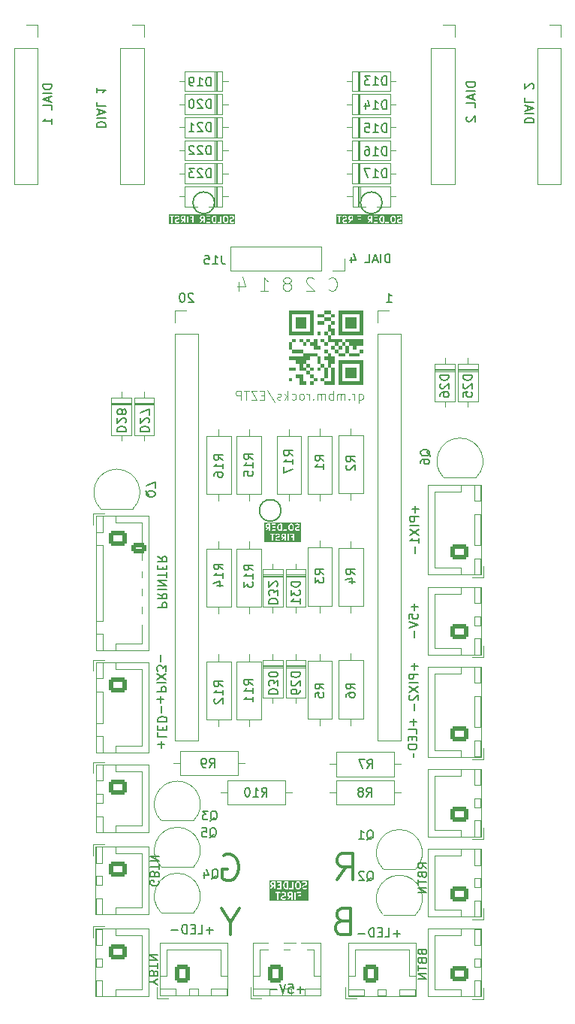
<source format=gbo>
%TF.GenerationSoftware,KiCad,Pcbnew,7.0.7*%
%TF.CreationDate,2023-09-25T22:52:37-04:00*%
%TF.ProjectId,Matrix,4d617472-6978-42e6-9b69-6361645f7063,rev?*%
%TF.SameCoordinates,Original*%
%TF.FileFunction,Legend,Bot*%
%TF.FilePolarity,Positive*%
%FSLAX46Y46*%
G04 Gerber Fmt 4.6, Leading zero omitted, Abs format (unit mm)*
G04 Created by KiCad (PCBNEW 7.0.7) date 2023-09-25 22:52:37*
%MOMM*%
%LPD*%
G01*
G04 APERTURE LIST*
G04 Aperture macros list*
%AMRoundRect*
0 Rectangle with rounded corners*
0 $1 Rounding radius*
0 $2 $3 $4 $5 $6 $7 $8 $9 X,Y pos of 4 corners*
0 Add a 4 corners polygon primitive as box body*
4,1,4,$2,$3,$4,$5,$6,$7,$8,$9,$2,$3,0*
0 Add four circle primitives for the rounded corners*
1,1,$1+$1,$2,$3*
1,1,$1+$1,$4,$5*
1,1,$1+$1,$6,$7*
1,1,$1+$1,$8,$9*
0 Add four rect primitives between the rounded corners*
20,1,$1+$1,$2,$3,$4,$5,0*
20,1,$1+$1,$4,$5,$6,$7,0*
20,1,$1+$1,$6,$7,$8,$9,0*
20,1,$1+$1,$8,$9,$2,$3,0*%
G04 Aperture macros list end*
%ADD10C,0.200000*%
%ADD11C,0.300000*%
%ADD12C,0.140000*%
%ADD13C,0.100000*%
%ADD14C,0.150000*%
%ADD15C,0.120000*%
%ADD16R,1.800000X1.800000*%
%ADD17C,1.800000*%
%ADD18C,2.200000*%
%ADD19C,0.500000*%
%ADD20R,2.100000X1.900000*%
%ADD21O,2.100000X1.900000*%
%ADD22O,1.200000X2.000000*%
%ADD23R,1.700000X1.700000*%
%ADD24O,1.700000X1.700000*%
%ADD25R,1.600000X1.600000*%
%ADD26O,1.600000X1.600000*%
%ADD27RoundRect,0.250000X0.750000X-0.600000X0.750000X0.600000X-0.750000X0.600000X-0.750000X-0.600000X0*%
%ADD28O,2.000000X1.700000*%
%ADD29RoundRect,0.250000X-0.625000X0.350000X-0.625000X-0.350000X0.625000X-0.350000X0.625000X0.350000X0*%
%ADD30O,1.750000X1.200000*%
%ADD31C,1.600000*%
%ADD32R,1.300000X1.300000*%
%ADD33C,1.300000*%
%ADD34RoundRect,0.250000X-0.600000X-0.750000X0.600000X-0.750000X0.600000X0.750000X-0.600000X0.750000X0*%
%ADD35O,1.700000X2.000000*%
%ADD36RoundRect,0.250000X-0.725000X0.600000X-0.725000X-0.600000X0.725000X-0.600000X0.725000X0.600000X0*%
%ADD37O,1.950000X1.700000*%
%ADD38RoundRect,0.250000X0.725000X-0.600000X0.725000X0.600000X-0.725000X0.600000X-0.725000X-0.600000X0*%
%ADD39RoundRect,0.250000X-0.750000X0.600000X-0.750000X-0.600000X0.750000X-0.600000X0.750000X0.600000X0*%
G04 APERTURE END LIST*
D10*
X156316553Y-63700000D02*
G75*
G03*
X156316553Y-63700000I-1216553J0D01*
G01*
X144916553Y-98341553D02*
G75*
G03*
X144916553Y-98341553I-1216553J0D01*
G01*
X137416553Y-63700000D02*
G75*
G03*
X137416553Y-63700000I-1216553J0D01*
G01*
D11*
X151788346Y-144570828D02*
X151359774Y-144713685D01*
X151359774Y-144713685D02*
X151216917Y-144856542D01*
X151216917Y-144856542D02*
X151074060Y-145142257D01*
X151074060Y-145142257D02*
X151074060Y-145570828D01*
X151074060Y-145570828D02*
X151216917Y-145856542D01*
X151216917Y-145856542D02*
X151359774Y-145999400D01*
X151359774Y-145999400D02*
X151645489Y-146142257D01*
X151645489Y-146142257D02*
X152788346Y-146142257D01*
X152788346Y-146142257D02*
X152788346Y-143142257D01*
X152788346Y-143142257D02*
X151788346Y-143142257D01*
X151788346Y-143142257D02*
X151502632Y-143285114D01*
X151502632Y-143285114D02*
X151359774Y-143427971D01*
X151359774Y-143427971D02*
X151216917Y-143713685D01*
X151216917Y-143713685D02*
X151216917Y-143999400D01*
X151216917Y-143999400D02*
X151359774Y-144285114D01*
X151359774Y-144285114D02*
X151502632Y-144427971D01*
X151502632Y-144427971D02*
X151788346Y-144570828D01*
X151788346Y-144570828D02*
X152788346Y-144570828D01*
X151274060Y-139942257D02*
X152274060Y-138513685D01*
X152988346Y-139942257D02*
X152988346Y-136942257D01*
X152988346Y-136942257D02*
X151845489Y-136942257D01*
X151845489Y-136942257D02*
X151559774Y-137085114D01*
X151559774Y-137085114D02*
X151416917Y-137227971D01*
X151416917Y-137227971D02*
X151274060Y-137513685D01*
X151274060Y-137513685D02*
X151274060Y-137942257D01*
X151274060Y-137942257D02*
X151416917Y-138227971D01*
X151416917Y-138227971D02*
X151559774Y-138370828D01*
X151559774Y-138370828D02*
X151845489Y-138513685D01*
X151845489Y-138513685D02*
X152988346Y-138513685D01*
X138416917Y-137185114D02*
X138702632Y-137042257D01*
X138702632Y-137042257D02*
X139131203Y-137042257D01*
X139131203Y-137042257D02*
X139559774Y-137185114D01*
X139559774Y-137185114D02*
X139845489Y-137470828D01*
X139845489Y-137470828D02*
X139988346Y-137756542D01*
X139988346Y-137756542D02*
X140131203Y-138327971D01*
X140131203Y-138327971D02*
X140131203Y-138756542D01*
X140131203Y-138756542D02*
X139988346Y-139327971D01*
X139988346Y-139327971D02*
X139845489Y-139613685D01*
X139845489Y-139613685D02*
X139559774Y-139899400D01*
X139559774Y-139899400D02*
X139131203Y-140042257D01*
X139131203Y-140042257D02*
X138845489Y-140042257D01*
X138845489Y-140042257D02*
X138416917Y-139899400D01*
X138416917Y-139899400D02*
X138274060Y-139756542D01*
X138274060Y-139756542D02*
X138274060Y-138756542D01*
X138274060Y-138756542D02*
X138845489Y-138756542D01*
D12*
G36*
X145346666Y-101303720D02*
G01*
X145166525Y-101303720D01*
X145124796Y-101282855D01*
X145107528Y-101265586D01*
X145086666Y-101223861D01*
X145086666Y-101156910D01*
X145107529Y-101115183D01*
X145124797Y-101097916D01*
X145166524Y-101077053D01*
X145346666Y-101077053D01*
X145346666Y-101303720D01*
G37*
G36*
X143563333Y-100176720D02*
G01*
X143383192Y-100176720D01*
X143341463Y-100155855D01*
X143324195Y-100138586D01*
X143303333Y-100096861D01*
X143303333Y-100029911D01*
X143324196Y-99988183D01*
X143341464Y-99970916D01*
X143383191Y-99950053D01*
X143563333Y-99950053D01*
X143563333Y-100176720D01*
G37*
G36*
X144896666Y-100510053D02*
G01*
X144811359Y-100510053D01*
X144737811Y-100485537D01*
X144690863Y-100438588D01*
X144666045Y-100388953D01*
X144636666Y-100271435D01*
X144636666Y-100188670D01*
X144666045Y-100071152D01*
X144690863Y-100021517D01*
X144737811Y-99974568D01*
X144811359Y-99950053D01*
X144896666Y-99950053D01*
X144896666Y-100510053D01*
G37*
G36*
X146158535Y-99970916D02*
G01*
X146203458Y-100015840D01*
X146229999Y-100122002D01*
X146229999Y-100338103D01*
X146203458Y-100444265D01*
X146158535Y-100489189D01*
X146116808Y-100510053D01*
X146016524Y-100510053D01*
X145974797Y-100489189D01*
X145929873Y-100444266D01*
X145903333Y-100338103D01*
X145903333Y-100122003D01*
X145929873Y-100015839D01*
X145974797Y-99970916D01*
X146016524Y-99950053D01*
X146116808Y-99950053D01*
X146158535Y-99970916D01*
G37*
G36*
X147136666Y-101877053D02*
G01*
X143063333Y-101877053D01*
X143063333Y-101007053D01*
X143679999Y-101007053D01*
X143700502Y-101056550D01*
X143749999Y-101077053D01*
X143879999Y-101077053D01*
X143879999Y-101707053D01*
X143900502Y-101756550D01*
X143949999Y-101777053D01*
X143999496Y-101756550D01*
X144019999Y-101707053D01*
X144019999Y-101573720D01*
X144279999Y-101573720D01*
X144286234Y-101588772D01*
X144287389Y-101605026D01*
X144320723Y-101671691D01*
X144329426Y-101679239D01*
X144333835Y-101689883D01*
X144367168Y-101723217D01*
X144377812Y-101727626D01*
X144385361Y-101736330D01*
X144452029Y-101769663D01*
X144468280Y-101770817D01*
X144483333Y-101777053D01*
X144649999Y-101777053D01*
X144660642Y-101772644D01*
X144672135Y-101773461D01*
X144772135Y-101740128D01*
X144812608Y-101705025D01*
X144816407Y-101651584D01*
X144781304Y-101611111D01*
X144727863Y-101607312D01*
X144638639Y-101637053D01*
X144499858Y-101637053D01*
X144458131Y-101616190D01*
X144440862Y-101598920D01*
X144419999Y-101557194D01*
X144419999Y-101523578D01*
X144440864Y-101481848D01*
X144458128Y-101464584D01*
X144507764Y-101439766D01*
X144633644Y-101408296D01*
X144640035Y-101403559D01*
X144647971Y-101402996D01*
X144714638Y-101369663D01*
X144722187Y-101360958D01*
X144732830Y-101356550D01*
X144766163Y-101323217D01*
X144770571Y-101312574D01*
X144779276Y-101305025D01*
X144811595Y-101240386D01*
X144946666Y-101240386D01*
X144952901Y-101255438D01*
X144954056Y-101271691D01*
X144987389Y-101338358D01*
X144996093Y-101345906D01*
X145000502Y-101356551D01*
X145033836Y-101389884D01*
X145044478Y-101394292D01*
X145052027Y-101402996D01*
X145118693Y-101436329D01*
X145120630Y-101436466D01*
X144959320Y-101666911D01*
X144947732Y-101719218D01*
X144976524Y-101764399D01*
X145028831Y-101775987D01*
X145074012Y-101747195D01*
X145286444Y-101443720D01*
X145346666Y-101443720D01*
X145346666Y-101707053D01*
X145367169Y-101756550D01*
X145416666Y-101777053D01*
X145466163Y-101756550D01*
X145486666Y-101707053D01*
X145679999Y-101707053D01*
X145700502Y-101756550D01*
X145749999Y-101777053D01*
X145799496Y-101756550D01*
X145819999Y-101707053D01*
X145819999Y-101007053D01*
X145946666Y-101007053D01*
X145967169Y-101056550D01*
X146016666Y-101077053D01*
X146279999Y-101077053D01*
X146279999Y-101270386D01*
X146116666Y-101270386D01*
X146067169Y-101290889D01*
X146046666Y-101340386D01*
X146067169Y-101389883D01*
X146116666Y-101410386D01*
X146279999Y-101410386D01*
X146279999Y-101707053D01*
X146300502Y-101756550D01*
X146349999Y-101777053D01*
X146399496Y-101756550D01*
X146419999Y-101707053D01*
X146419999Y-101007053D01*
X146399496Y-100957556D01*
X146349999Y-100937053D01*
X146016666Y-100937053D01*
X145967169Y-100957556D01*
X145946666Y-101007053D01*
X145819999Y-101007053D01*
X145799496Y-100957556D01*
X145749999Y-100937053D01*
X145700502Y-100957556D01*
X145679999Y-101007053D01*
X145679999Y-101707053D01*
X145486666Y-101707053D01*
X145486666Y-101007053D01*
X145466163Y-100957556D01*
X145416666Y-100937053D01*
X145149999Y-100937053D01*
X145134946Y-100943288D01*
X145118694Y-100944443D01*
X145052028Y-100977776D01*
X145044479Y-100986480D01*
X145033835Y-100990889D01*
X145000502Y-101024223D01*
X144996093Y-101034865D01*
X144987389Y-101042415D01*
X144954056Y-101109081D01*
X144952901Y-101125333D01*
X144946666Y-101140386D01*
X144946666Y-101240386D01*
X144811595Y-101240386D01*
X144812609Y-101238357D01*
X144813763Y-101222105D01*
X144819999Y-101207053D01*
X144819999Y-101140386D01*
X144813763Y-101125333D01*
X144812609Y-101109081D01*
X144779276Y-101042415D01*
X144770572Y-101034866D01*
X144766164Y-101024223D01*
X144732831Y-100990889D01*
X144722186Y-100986480D01*
X144714638Y-100977776D01*
X144647971Y-100944443D01*
X144631718Y-100943288D01*
X144616666Y-100937053D01*
X144449999Y-100937053D01*
X144439355Y-100941461D01*
X144427863Y-100940645D01*
X144327863Y-100973978D01*
X144287390Y-101009081D01*
X144283591Y-101062522D01*
X144318694Y-101102995D01*
X144372135Y-101106794D01*
X144461359Y-101077053D01*
X144600141Y-101077053D01*
X144641866Y-101097915D01*
X144659135Y-101115184D01*
X144679999Y-101156910D01*
X144679999Y-101190528D01*
X144659134Y-101232257D01*
X144641869Y-101249522D01*
X144592234Y-101274339D01*
X144466355Y-101305810D01*
X144459963Y-101310546D01*
X144452029Y-101311110D01*
X144385361Y-101344443D01*
X144377811Y-101353147D01*
X144367169Y-101357556D01*
X144333836Y-101390889D01*
X144329427Y-101401531D01*
X144320723Y-101409081D01*
X144287389Y-101475748D01*
X144286234Y-101492000D01*
X144279999Y-101507053D01*
X144279999Y-101573720D01*
X144019999Y-101573720D01*
X144019999Y-101077053D01*
X144149999Y-101077053D01*
X144199496Y-101056550D01*
X144219999Y-101007053D01*
X144199496Y-100957556D01*
X144149999Y-100937053D01*
X143749999Y-100937053D01*
X143700502Y-100957556D01*
X143679999Y-101007053D01*
X143063333Y-101007053D01*
X143063333Y-100113386D01*
X143163333Y-100113386D01*
X143169568Y-100128438D01*
X143170723Y-100144691D01*
X143204056Y-100211358D01*
X143212760Y-100218906D01*
X143217169Y-100229551D01*
X143250503Y-100262884D01*
X143261145Y-100267292D01*
X143268694Y-100275996D01*
X143335360Y-100309329D01*
X143337297Y-100309466D01*
X143175987Y-100539911D01*
X143164399Y-100592218D01*
X143193191Y-100637399D01*
X143245498Y-100648987D01*
X143290679Y-100620195D01*
X143503111Y-100316720D01*
X143563333Y-100316720D01*
X143563333Y-100580053D01*
X143583836Y-100629550D01*
X143633333Y-100650053D01*
X143682830Y-100629550D01*
X143703333Y-100580053D01*
X143863333Y-100580053D01*
X143883836Y-100629550D01*
X143933333Y-100650053D01*
X144266666Y-100650053D01*
X144316163Y-100629550D01*
X144336666Y-100580053D01*
X144336666Y-100280053D01*
X144496666Y-100280053D01*
X144500062Y-100288252D01*
X144498756Y-100297030D01*
X144532089Y-100430363D01*
X144536825Y-100436754D01*
X144537389Y-100444691D01*
X144570723Y-100511358D01*
X144579426Y-100518906D01*
X144583835Y-100529550D01*
X144650501Y-100596217D01*
X144665554Y-100602452D01*
X144677863Y-100613128D01*
X144777863Y-100646461D01*
X144789355Y-100645644D01*
X144799999Y-100650053D01*
X144966666Y-100650053D01*
X145016163Y-100629550D01*
X145036666Y-100580053D01*
X145130000Y-100580053D01*
X145150503Y-100629550D01*
X145200000Y-100650053D01*
X145533333Y-100650053D01*
X145582830Y-100629550D01*
X145603333Y-100580053D01*
X145603333Y-100346720D01*
X145763333Y-100346720D01*
X145766729Y-100354919D01*
X145765423Y-100363697D01*
X145798756Y-100497030D01*
X145809965Y-100512157D01*
X145817169Y-100529550D01*
X145883835Y-100596217D01*
X145894479Y-100600625D01*
X145902028Y-100609330D01*
X145968694Y-100642663D01*
X145984946Y-100643817D01*
X145999999Y-100650053D01*
X146133333Y-100650053D01*
X146148385Y-100643817D01*
X146164638Y-100642663D01*
X146231304Y-100609330D01*
X146238853Y-100600625D01*
X146249496Y-100596217D01*
X146316163Y-100529551D01*
X146323367Y-100512156D01*
X146334576Y-100497030D01*
X146347154Y-100446720D01*
X146496666Y-100446720D01*
X146502901Y-100461772D01*
X146504056Y-100478026D01*
X146537390Y-100544691D01*
X146546093Y-100552239D01*
X146550502Y-100562883D01*
X146583835Y-100596217D01*
X146594479Y-100600626D01*
X146602028Y-100609330D01*
X146668696Y-100642663D01*
X146684947Y-100643817D01*
X146700000Y-100650053D01*
X146866666Y-100650053D01*
X146877309Y-100645644D01*
X146888802Y-100646461D01*
X146988802Y-100613128D01*
X147029275Y-100578025D01*
X147033074Y-100524584D01*
X146997971Y-100484111D01*
X146944530Y-100480312D01*
X146855306Y-100510053D01*
X146716525Y-100510053D01*
X146674798Y-100489190D01*
X146657529Y-100471920D01*
X146636666Y-100430193D01*
X146636666Y-100396578D01*
X146657531Y-100354848D01*
X146674795Y-100337584D01*
X146724431Y-100312766D01*
X146850311Y-100281296D01*
X146856702Y-100276559D01*
X146864638Y-100275996D01*
X146931305Y-100242663D01*
X146938854Y-100233958D01*
X146949497Y-100229550D01*
X146982830Y-100196217D01*
X146987238Y-100185574D01*
X146995943Y-100178025D01*
X147029276Y-100111357D01*
X147030430Y-100095105D01*
X147036666Y-100080053D01*
X147036666Y-100013386D01*
X147030430Y-99998333D01*
X147029276Y-99982081D01*
X146995943Y-99915415D01*
X146987239Y-99907866D01*
X146982831Y-99897223D01*
X146949498Y-99863889D01*
X146938853Y-99859480D01*
X146931305Y-99850776D01*
X146864638Y-99817443D01*
X146848385Y-99816288D01*
X146833333Y-99810053D01*
X146666666Y-99810053D01*
X146656022Y-99814461D01*
X146644530Y-99813645D01*
X146544530Y-99846978D01*
X146504057Y-99882081D01*
X146500258Y-99935522D01*
X146535361Y-99975995D01*
X146588802Y-99979794D01*
X146678026Y-99950053D01*
X146816808Y-99950053D01*
X146858533Y-99970915D01*
X146875802Y-99988184D01*
X146896666Y-100029911D01*
X146896666Y-100063528D01*
X146875801Y-100105257D01*
X146858536Y-100122522D01*
X146808901Y-100147339D01*
X146683022Y-100178810D01*
X146676630Y-100183546D01*
X146668696Y-100184110D01*
X146602028Y-100217443D01*
X146594478Y-100226147D01*
X146583836Y-100230556D01*
X146550503Y-100263889D01*
X146546094Y-100274531D01*
X146537390Y-100282081D01*
X146504056Y-100348748D01*
X146502901Y-100365000D01*
X146496666Y-100380053D01*
X146496666Y-100446720D01*
X146347154Y-100446720D01*
X146367909Y-100363698D01*
X146366602Y-100354919D01*
X146369999Y-100346720D01*
X146369999Y-100113386D01*
X146366602Y-100105186D01*
X146367909Y-100096408D01*
X146334576Y-99963076D01*
X146323367Y-99947949D01*
X146316163Y-99930555D01*
X146249496Y-99863889D01*
X146238853Y-99859480D01*
X146231304Y-99850776D01*
X146164638Y-99817443D01*
X146148385Y-99816288D01*
X146133333Y-99810053D01*
X145999999Y-99810053D01*
X145984946Y-99816288D01*
X145968694Y-99817443D01*
X145902028Y-99850776D01*
X145894479Y-99859480D01*
X145883835Y-99863889D01*
X145817169Y-99930556D01*
X145809965Y-99947948D01*
X145798756Y-99963076D01*
X145765423Y-100096409D01*
X145766729Y-100105186D01*
X145763333Y-100113386D01*
X145763333Y-100346720D01*
X145603333Y-100346720D01*
X145603333Y-99880053D01*
X145582830Y-99830556D01*
X145533333Y-99810053D01*
X145483836Y-99830556D01*
X145463333Y-99880053D01*
X145463333Y-100510053D01*
X145200000Y-100510053D01*
X145150503Y-100530556D01*
X145130000Y-100580053D01*
X145036666Y-100580053D01*
X145036666Y-99880053D01*
X145016163Y-99830556D01*
X144966666Y-99810053D01*
X144799999Y-99810053D01*
X144789355Y-99814461D01*
X144777863Y-99813645D01*
X144677863Y-99846978D01*
X144665554Y-99857653D01*
X144650501Y-99863889D01*
X144583835Y-99930556D01*
X144579426Y-99941199D01*
X144570723Y-99948748D01*
X144537389Y-100015415D01*
X144536825Y-100023351D01*
X144532089Y-100029743D01*
X144498756Y-100163076D01*
X144500062Y-100171853D01*
X144496666Y-100180053D01*
X144496666Y-100280053D01*
X144336666Y-100280053D01*
X144336666Y-99880053D01*
X144316163Y-99830556D01*
X144266666Y-99810053D01*
X143933333Y-99810053D01*
X143883836Y-99830556D01*
X143863333Y-99880053D01*
X143883836Y-99929550D01*
X143933333Y-99950053D01*
X144196666Y-99950053D01*
X144196666Y-100143386D01*
X144033333Y-100143386D01*
X143983836Y-100163889D01*
X143963333Y-100213386D01*
X143983836Y-100262883D01*
X144033333Y-100283386D01*
X144196666Y-100283386D01*
X144196666Y-100510053D01*
X143933333Y-100510053D01*
X143883836Y-100530556D01*
X143863333Y-100580053D01*
X143703333Y-100580053D01*
X143703333Y-99880053D01*
X143682830Y-99830556D01*
X143633333Y-99810053D01*
X143366666Y-99810053D01*
X143351613Y-99816288D01*
X143335361Y-99817443D01*
X143268695Y-99850776D01*
X143261146Y-99859480D01*
X143250502Y-99863889D01*
X143217169Y-99897223D01*
X143212760Y-99907865D01*
X143204056Y-99915415D01*
X143170723Y-99982081D01*
X143169568Y-99998333D01*
X143163333Y-100013386D01*
X143163333Y-100113386D01*
X143063333Y-100113386D01*
X143063333Y-99710053D01*
X147136666Y-99710053D01*
X147136666Y-101877053D01*
G37*
D13*
X150319925Y-73468371D02*
X150391353Y-73539800D01*
X150391353Y-73539800D02*
X150605639Y-73611228D01*
X150605639Y-73611228D02*
X150748496Y-73611228D01*
X150748496Y-73611228D02*
X150962782Y-73539800D01*
X150962782Y-73539800D02*
X151105639Y-73396942D01*
X151105639Y-73396942D02*
X151177068Y-73254085D01*
X151177068Y-73254085D02*
X151248496Y-72968371D01*
X151248496Y-72968371D02*
X151248496Y-72754085D01*
X151248496Y-72754085D02*
X151177068Y-72468371D01*
X151177068Y-72468371D02*
X151105639Y-72325514D01*
X151105639Y-72325514D02*
X150962782Y-72182657D01*
X150962782Y-72182657D02*
X150748496Y-72111228D01*
X150748496Y-72111228D02*
X150605639Y-72111228D01*
X150605639Y-72111228D02*
X150391353Y-72182657D01*
X150391353Y-72182657D02*
X150319925Y-72254085D01*
X148605639Y-72254085D02*
X148534211Y-72182657D01*
X148534211Y-72182657D02*
X148391354Y-72111228D01*
X148391354Y-72111228D02*
X148034211Y-72111228D01*
X148034211Y-72111228D02*
X147891354Y-72182657D01*
X147891354Y-72182657D02*
X147819925Y-72254085D01*
X147819925Y-72254085D02*
X147748496Y-72396942D01*
X147748496Y-72396942D02*
X147748496Y-72539800D01*
X147748496Y-72539800D02*
X147819925Y-72754085D01*
X147819925Y-72754085D02*
X148677068Y-73611228D01*
X148677068Y-73611228D02*
X147748496Y-73611228D01*
X145748497Y-72754085D02*
X145891354Y-72682657D01*
X145891354Y-72682657D02*
X145962783Y-72611228D01*
X145962783Y-72611228D02*
X146034211Y-72468371D01*
X146034211Y-72468371D02*
X146034211Y-72396942D01*
X146034211Y-72396942D02*
X145962783Y-72254085D01*
X145962783Y-72254085D02*
X145891354Y-72182657D01*
X145891354Y-72182657D02*
X145748497Y-72111228D01*
X145748497Y-72111228D02*
X145462783Y-72111228D01*
X145462783Y-72111228D02*
X145319926Y-72182657D01*
X145319926Y-72182657D02*
X145248497Y-72254085D01*
X145248497Y-72254085D02*
X145177068Y-72396942D01*
X145177068Y-72396942D02*
X145177068Y-72468371D01*
X145177068Y-72468371D02*
X145248497Y-72611228D01*
X145248497Y-72611228D02*
X145319926Y-72682657D01*
X145319926Y-72682657D02*
X145462783Y-72754085D01*
X145462783Y-72754085D02*
X145748497Y-72754085D01*
X145748497Y-72754085D02*
X145891354Y-72825514D01*
X145891354Y-72825514D02*
X145962783Y-72896942D01*
X145962783Y-72896942D02*
X146034211Y-73039800D01*
X146034211Y-73039800D02*
X146034211Y-73325514D01*
X146034211Y-73325514D02*
X145962783Y-73468371D01*
X145962783Y-73468371D02*
X145891354Y-73539800D01*
X145891354Y-73539800D02*
X145748497Y-73611228D01*
X145748497Y-73611228D02*
X145462783Y-73611228D01*
X145462783Y-73611228D02*
X145319926Y-73539800D01*
X145319926Y-73539800D02*
X145248497Y-73468371D01*
X145248497Y-73468371D02*
X145177068Y-73325514D01*
X145177068Y-73325514D02*
X145177068Y-73039800D01*
X145177068Y-73039800D02*
X145248497Y-72896942D01*
X145248497Y-72896942D02*
X145319926Y-72825514D01*
X145319926Y-72825514D02*
X145462783Y-72754085D01*
X142605640Y-73611228D02*
X143462783Y-73611228D01*
X143034212Y-73611228D02*
X143034212Y-72111228D01*
X143034212Y-72111228D02*
X143177069Y-72325514D01*
X143177069Y-72325514D02*
X143319926Y-72468371D01*
X143319926Y-72468371D02*
X143462783Y-72539800D01*
X140177070Y-72611228D02*
X140177070Y-73611228D01*
X140534212Y-72039800D02*
X140891355Y-73111228D01*
X140891355Y-73111228D02*
X139962784Y-73111228D01*
D14*
G36*
X146064285Y-141693271D02*
G01*
X145871276Y-141693271D01*
X145826569Y-141670918D01*
X145808067Y-141652415D01*
X145785714Y-141607709D01*
X145785714Y-141535975D01*
X145808066Y-141491269D01*
X145826568Y-141472767D01*
X145871276Y-141450414D01*
X146064285Y-141450414D01*
X146064285Y-141693271D01*
G37*
G36*
X145582142Y-140842914D02*
G01*
X145490741Y-140842914D01*
X145411941Y-140816647D01*
X145361637Y-140766343D01*
X145335049Y-140713166D01*
X145303571Y-140587251D01*
X145303571Y-140498575D01*
X145335049Y-140372660D01*
X145361638Y-140319484D01*
X145411941Y-140269180D01*
X145490741Y-140242914D01*
X145582142Y-140242914D01*
X145582142Y-140842914D01*
G37*
G36*
X146934143Y-140265266D02*
G01*
X146982276Y-140313400D01*
X147010713Y-140427147D01*
X147010713Y-140658680D01*
X146982276Y-140772427D01*
X146934143Y-140820561D01*
X146889437Y-140842914D01*
X146781990Y-140842914D01*
X146737283Y-140820560D01*
X146689150Y-140772427D01*
X146660713Y-140658678D01*
X146660713Y-140427149D01*
X146689150Y-140313400D01*
X146737283Y-140265267D01*
X146781990Y-140242914D01*
X146889437Y-140242914D01*
X146934143Y-140265266D01*
G37*
G36*
X144153571Y-140485771D02*
G01*
X143960562Y-140485771D01*
X143915855Y-140463418D01*
X143897353Y-140444915D01*
X143875000Y-140400209D01*
X143875000Y-140328475D01*
X143897352Y-140283769D01*
X143915854Y-140265267D01*
X143960562Y-140242914D01*
X144153571Y-140242914D01*
X144153571Y-140485771D01*
G37*
G36*
X147982142Y-142307557D02*
G01*
X143617857Y-142307557D01*
X143617857Y-141362390D01*
X144279710Y-141362390D01*
X144288619Y-141412914D01*
X144327919Y-141445891D01*
X144353571Y-141450414D01*
X144492856Y-141450414D01*
X144492856Y-142125414D01*
X144510403Y-142173623D01*
X144554832Y-142199275D01*
X144605356Y-142190366D01*
X144638333Y-142151066D01*
X144642856Y-142125414D01*
X144642856Y-141982557D01*
X144921428Y-141982557D01*
X144922961Y-141986770D01*
X144921920Y-141991131D01*
X144929346Y-142016098D01*
X144965060Y-142087526D01*
X144966249Y-142088651D01*
X144979109Y-142107018D01*
X145014824Y-142142733D01*
X145016305Y-142143424D01*
X145034316Y-142156782D01*
X145105744Y-142192496D01*
X145110197Y-142193008D01*
X145113633Y-142195891D01*
X145139285Y-142200414D01*
X145317857Y-142200414D01*
X145319395Y-142199853D01*
X145341574Y-142196565D01*
X145448716Y-142160851D01*
X145488903Y-142128960D01*
X145499189Y-142078699D01*
X145474760Y-142033585D01*
X145427048Y-142014728D01*
X145401282Y-142018549D01*
X145305687Y-142050414D01*
X145156990Y-142050414D01*
X145112284Y-142028061D01*
X145093781Y-142009558D01*
X145071428Y-141964852D01*
X145071428Y-141928833D01*
X145093781Y-141884127D01*
X145112284Y-141865624D01*
X145165460Y-141839035D01*
X145300332Y-141805318D01*
X145303276Y-141803329D01*
X145315683Y-141799639D01*
X145387112Y-141763924D01*
X145388237Y-141762734D01*
X145406604Y-141749875D01*
X145442318Y-141714161D01*
X145443009Y-141712679D01*
X145456367Y-141694669D01*
X145490995Y-141625414D01*
X145635714Y-141625414D01*
X145637247Y-141629627D01*
X145636206Y-141633988D01*
X145643632Y-141658955D01*
X145679346Y-141730383D01*
X145680534Y-141731508D01*
X145693394Y-141749874D01*
X145729108Y-141785589D01*
X145730589Y-141786279D01*
X145748601Y-141799639D01*
X145820031Y-141835353D01*
X145822045Y-141835584D01*
X145649272Y-142082404D01*
X145636001Y-142131961D01*
X145657688Y-142178455D01*
X145704188Y-142200130D01*
X145753741Y-142186845D01*
X145772156Y-142168424D01*
X145999763Y-141843271D01*
X146064285Y-141843271D01*
X146064285Y-142125414D01*
X146081832Y-142173623D01*
X146126261Y-142199275D01*
X146176785Y-142190366D01*
X146209762Y-142151066D01*
X146214285Y-142125414D01*
X146421428Y-142125414D01*
X146438975Y-142173623D01*
X146483404Y-142199275D01*
X146533928Y-142190366D01*
X146566905Y-142151066D01*
X146571428Y-142125414D01*
X146571428Y-141375414D01*
X146566688Y-141362390D01*
X146708281Y-141362390D01*
X146717190Y-141412914D01*
X146756490Y-141445891D01*
X146782142Y-141450414D01*
X147064285Y-141450414D01*
X147064285Y-141657557D01*
X146889285Y-141657557D01*
X146841076Y-141675104D01*
X146815424Y-141719533D01*
X146824333Y-141770057D01*
X146863633Y-141803034D01*
X146889285Y-141807557D01*
X147064285Y-141807557D01*
X147064285Y-142125414D01*
X147081832Y-142173623D01*
X147126261Y-142199275D01*
X147176785Y-142190366D01*
X147209762Y-142151066D01*
X147214285Y-142125414D01*
X147214285Y-141375414D01*
X147207621Y-141357105D01*
X147204237Y-141337914D01*
X147199052Y-141333563D01*
X147196738Y-141327205D01*
X147179864Y-141317462D01*
X147164937Y-141304937D01*
X147155194Y-141303219D01*
X147152309Y-141301553D01*
X147149026Y-141302131D01*
X147139285Y-141300414D01*
X146782142Y-141300414D01*
X146733933Y-141317961D01*
X146708281Y-141362390D01*
X146566688Y-141362390D01*
X146553881Y-141327205D01*
X146509452Y-141301553D01*
X146458928Y-141310462D01*
X146425951Y-141349762D01*
X146421428Y-141375414D01*
X146421428Y-142125414D01*
X146214285Y-142125414D01*
X146214285Y-141375414D01*
X146207621Y-141357105D01*
X146204237Y-141337914D01*
X146199052Y-141333563D01*
X146196738Y-141327205D01*
X146179864Y-141317462D01*
X146164937Y-141304937D01*
X146155194Y-141303219D01*
X146152309Y-141301553D01*
X146149026Y-141302131D01*
X146139285Y-141300414D01*
X145853571Y-141300414D01*
X145849358Y-141301947D01*
X145844997Y-141300905D01*
X145820031Y-141308332D01*
X145748601Y-141344046D01*
X145747475Y-141345235D01*
X145729109Y-141358095D01*
X145693395Y-141393809D01*
X145692704Y-141395290D01*
X145679346Y-141413301D01*
X145643632Y-141484730D01*
X145643119Y-141489183D01*
X145640237Y-141492619D01*
X145635714Y-141518271D01*
X145635714Y-141625414D01*
X145490995Y-141625414D01*
X145492081Y-141623241D01*
X145492593Y-141618787D01*
X145495476Y-141615352D01*
X145499999Y-141589700D01*
X145499999Y-141518271D01*
X145498465Y-141514058D01*
X145499508Y-141509697D01*
X145492081Y-141484731D01*
X145456367Y-141413301D01*
X145455177Y-141412175D01*
X145442318Y-141393809D01*
X145406604Y-141358095D01*
X145405122Y-141357404D01*
X145387112Y-141344046D01*
X145315683Y-141308332D01*
X145311229Y-141307819D01*
X145307794Y-141304937D01*
X145282142Y-141300414D01*
X145103571Y-141300414D01*
X145102032Y-141300974D01*
X145079855Y-141304263D01*
X144972711Y-141339977D01*
X144932525Y-141371868D01*
X144922239Y-141422129D01*
X144946668Y-141467243D01*
X144994379Y-141486100D01*
X145020145Y-141482279D01*
X145115741Y-141450414D01*
X145264437Y-141450414D01*
X145309143Y-141472766D01*
X145327645Y-141491268D01*
X145349999Y-141535975D01*
X145349999Y-141571995D01*
X145327646Y-141616701D01*
X145309144Y-141635202D01*
X145255965Y-141661792D01*
X145121095Y-141695510D01*
X145118150Y-141697498D01*
X145105744Y-141701189D01*
X145034316Y-141736903D01*
X145033192Y-141738089D01*
X145014824Y-141750952D01*
X144979109Y-141786667D01*
X144978418Y-141788148D01*
X144965060Y-141806159D01*
X144929346Y-141877587D01*
X144928833Y-141882040D01*
X144925951Y-141885476D01*
X144921428Y-141911128D01*
X144921428Y-141982557D01*
X144642856Y-141982557D01*
X144642856Y-141450414D01*
X144782142Y-141450414D01*
X144830351Y-141432867D01*
X144856003Y-141388438D01*
X144847094Y-141337914D01*
X144807794Y-141304937D01*
X144782142Y-141300414D01*
X144353571Y-141300414D01*
X144305362Y-141317961D01*
X144279710Y-141362390D01*
X143617857Y-141362390D01*
X143617857Y-140417914D01*
X143725000Y-140417914D01*
X143726533Y-140422127D01*
X143725492Y-140426488D01*
X143732918Y-140451455D01*
X143768632Y-140522883D01*
X143769820Y-140524008D01*
X143782680Y-140542374D01*
X143818394Y-140578089D01*
X143819875Y-140578779D01*
X143837887Y-140592139D01*
X143909317Y-140627853D01*
X143911331Y-140628084D01*
X143738558Y-140874904D01*
X143725287Y-140924461D01*
X143746974Y-140970955D01*
X143793474Y-140992630D01*
X143843027Y-140979345D01*
X143861442Y-140960924D01*
X144089049Y-140635771D01*
X144153571Y-140635771D01*
X144153571Y-140917914D01*
X144171118Y-140966123D01*
X144215547Y-140991775D01*
X144266071Y-140982866D01*
X144299048Y-140943566D01*
X144303571Y-140917914D01*
X144303571Y-140904890D01*
X144476138Y-140904890D01*
X144485047Y-140955414D01*
X144524347Y-140988391D01*
X144549999Y-140992914D01*
X144907142Y-140992914D01*
X144925450Y-140986250D01*
X144944642Y-140982866D01*
X144948992Y-140977681D01*
X144955351Y-140975367D01*
X144965093Y-140958493D01*
X144977619Y-140943566D01*
X144979336Y-140933823D01*
X144981003Y-140930938D01*
X144980424Y-140927655D01*
X144982142Y-140917914D01*
X144982142Y-140596485D01*
X145153571Y-140596485D01*
X145154756Y-140599742D01*
X145155810Y-140614675D01*
X145191524Y-140757532D01*
X145193512Y-140760475D01*
X145197203Y-140772883D01*
X145232917Y-140844312D01*
X145234106Y-140845437D01*
X145246966Y-140863804D01*
X145318395Y-140935233D01*
X145322458Y-140937127D01*
X145324806Y-140940949D01*
X145347711Y-140953351D01*
X145454855Y-140989065D01*
X145456488Y-140989020D01*
X145478571Y-140992914D01*
X145657142Y-140992914D01*
X145675450Y-140986250D01*
X145694642Y-140982866D01*
X145698992Y-140977681D01*
X145705351Y-140975367D01*
X145715093Y-140958493D01*
X145727619Y-140943566D01*
X145729336Y-140933823D01*
X145731003Y-140930938D01*
X145730424Y-140927655D01*
X145732142Y-140917914D01*
X145732142Y-140904890D01*
X145833281Y-140904890D01*
X145842190Y-140955414D01*
X145881490Y-140988391D01*
X145907142Y-140992914D01*
X146264285Y-140992914D01*
X146282593Y-140986250D01*
X146301785Y-140982866D01*
X146306135Y-140977681D01*
X146312494Y-140975367D01*
X146322236Y-140958493D01*
X146334762Y-140943566D01*
X146336479Y-140933823D01*
X146338146Y-140930938D01*
X146337567Y-140927655D01*
X146339285Y-140917914D01*
X146339285Y-140667914D01*
X146510713Y-140667914D01*
X146511898Y-140671171D01*
X146512952Y-140686105D01*
X146548667Y-140828962D01*
X146552809Y-140835094D01*
X146553454Y-140842467D01*
X146568395Y-140863804D01*
X146639823Y-140935233D01*
X146641304Y-140935924D01*
X146659315Y-140949282D01*
X146730745Y-140984996D01*
X146735197Y-140985508D01*
X146738633Y-140988391D01*
X146764285Y-140992914D01*
X146907142Y-140992914D01*
X146911354Y-140991380D01*
X146915716Y-140992423D01*
X146940683Y-140984996D01*
X147012112Y-140949282D01*
X147013236Y-140948094D01*
X147031604Y-140935233D01*
X147103032Y-140863804D01*
X147106159Y-140857096D01*
X147112150Y-140852750D01*
X147122760Y-140828961D01*
X147136236Y-140775057D01*
X147296428Y-140775057D01*
X147297961Y-140779270D01*
X147296920Y-140783631D01*
X147304346Y-140808598D01*
X147340060Y-140880026D01*
X147341249Y-140881151D01*
X147354109Y-140899518D01*
X147389824Y-140935233D01*
X147391305Y-140935924D01*
X147409316Y-140949282D01*
X147480744Y-140984996D01*
X147485197Y-140985508D01*
X147488633Y-140988391D01*
X147514285Y-140992914D01*
X147692857Y-140992914D01*
X147694395Y-140992353D01*
X147716574Y-140989065D01*
X147823716Y-140953351D01*
X147863903Y-140921460D01*
X147874189Y-140871199D01*
X147849760Y-140826085D01*
X147802048Y-140807228D01*
X147776282Y-140811049D01*
X147680687Y-140842914D01*
X147531990Y-140842914D01*
X147487284Y-140820561D01*
X147468781Y-140802058D01*
X147446428Y-140757352D01*
X147446428Y-140721333D01*
X147468781Y-140676627D01*
X147487284Y-140658124D01*
X147540460Y-140631535D01*
X147675332Y-140597818D01*
X147678276Y-140595829D01*
X147690683Y-140592139D01*
X147762112Y-140556424D01*
X147763237Y-140555234D01*
X147781604Y-140542375D01*
X147817318Y-140506661D01*
X147818009Y-140505179D01*
X147831367Y-140487169D01*
X147867081Y-140415741D01*
X147867593Y-140411287D01*
X147870476Y-140407852D01*
X147874999Y-140382200D01*
X147874999Y-140310771D01*
X147873465Y-140306558D01*
X147874508Y-140302197D01*
X147867081Y-140277231D01*
X147831367Y-140205801D01*
X147830177Y-140204675D01*
X147817318Y-140186309D01*
X147781604Y-140150595D01*
X147780122Y-140149904D01*
X147762112Y-140136546D01*
X147690683Y-140100832D01*
X147686229Y-140100319D01*
X147682794Y-140097437D01*
X147657142Y-140092914D01*
X147478571Y-140092914D01*
X147477032Y-140093474D01*
X147454855Y-140096763D01*
X147347711Y-140132477D01*
X147307525Y-140164368D01*
X147297239Y-140214629D01*
X147321668Y-140259743D01*
X147369379Y-140278600D01*
X147395145Y-140274779D01*
X147490741Y-140242914D01*
X147639437Y-140242914D01*
X147684143Y-140265266D01*
X147702645Y-140283768D01*
X147724999Y-140328475D01*
X147724999Y-140364495D01*
X147702646Y-140409200D01*
X147684144Y-140427702D01*
X147630965Y-140454292D01*
X147496095Y-140488010D01*
X147493150Y-140489998D01*
X147480744Y-140493689D01*
X147409316Y-140529403D01*
X147408192Y-140530589D01*
X147389824Y-140543452D01*
X147354109Y-140579167D01*
X147353418Y-140580648D01*
X147340060Y-140598659D01*
X147304346Y-140670087D01*
X147303833Y-140674540D01*
X147300951Y-140677976D01*
X147296428Y-140703628D01*
X147296428Y-140775057D01*
X147136236Y-140775057D01*
X147158474Y-140686104D01*
X147158113Y-140682655D01*
X147160713Y-140667914D01*
X147160713Y-140417914D01*
X147159527Y-140414656D01*
X147158474Y-140399724D01*
X147122760Y-140256867D01*
X147118617Y-140250734D01*
X147117973Y-140243361D01*
X147103032Y-140222024D01*
X147031604Y-140150595D01*
X147030122Y-140149903D01*
X147012112Y-140136546D01*
X146940683Y-140100832D01*
X146936229Y-140100319D01*
X146932794Y-140097437D01*
X146907142Y-140092914D01*
X146764285Y-140092914D01*
X146760072Y-140094447D01*
X146755711Y-140093405D01*
X146730745Y-140100832D01*
X146659315Y-140136546D01*
X146658190Y-140137733D01*
X146639823Y-140150595D01*
X146568395Y-140222024D01*
X146565267Y-140228730D01*
X146559277Y-140233077D01*
X146548667Y-140256866D01*
X146512952Y-140399723D01*
X146513312Y-140403171D01*
X146510713Y-140417914D01*
X146510713Y-140667914D01*
X146339285Y-140667914D01*
X146339285Y-140167914D01*
X146321738Y-140119705D01*
X146277309Y-140094053D01*
X146226785Y-140102962D01*
X146193808Y-140142262D01*
X146189285Y-140167914D01*
X146189285Y-140842914D01*
X145907142Y-140842914D01*
X145858933Y-140860461D01*
X145833281Y-140904890D01*
X145732142Y-140904890D01*
X145732142Y-140167914D01*
X145725478Y-140149605D01*
X145722094Y-140130414D01*
X145716909Y-140126063D01*
X145714595Y-140119705D01*
X145697721Y-140109962D01*
X145682794Y-140097437D01*
X145673051Y-140095719D01*
X145670166Y-140094053D01*
X145666883Y-140094631D01*
X145657142Y-140092914D01*
X145478571Y-140092914D01*
X145477032Y-140093474D01*
X145454855Y-140096763D01*
X145347711Y-140132477D01*
X145344200Y-140135263D01*
X145339732Y-140135654D01*
X145318395Y-140150595D01*
X145246966Y-140222024D01*
X145246275Y-140223505D01*
X145232917Y-140241516D01*
X145197203Y-140312944D01*
X145196797Y-140316471D01*
X145191524Y-140328295D01*
X145155810Y-140471152D01*
X145156170Y-140474600D01*
X145153571Y-140489342D01*
X145153571Y-140596485D01*
X144982142Y-140596485D01*
X144982142Y-140167914D01*
X144975478Y-140149605D01*
X144972094Y-140130414D01*
X144966909Y-140126063D01*
X144964595Y-140119705D01*
X144947721Y-140109962D01*
X144932794Y-140097437D01*
X144923051Y-140095719D01*
X144920166Y-140094053D01*
X144916883Y-140094631D01*
X144907142Y-140092914D01*
X144549999Y-140092914D01*
X144501790Y-140110461D01*
X144476138Y-140154890D01*
X144485047Y-140205414D01*
X144524347Y-140238391D01*
X144549999Y-140242914D01*
X144832142Y-140242914D01*
X144832142Y-140450057D01*
X144657142Y-140450057D01*
X144608933Y-140467604D01*
X144583281Y-140512033D01*
X144592190Y-140562557D01*
X144631490Y-140595534D01*
X144657142Y-140600057D01*
X144832142Y-140600057D01*
X144832142Y-140842914D01*
X144549999Y-140842914D01*
X144501790Y-140860461D01*
X144476138Y-140904890D01*
X144303571Y-140904890D01*
X144303571Y-140167914D01*
X144296907Y-140149605D01*
X144293523Y-140130414D01*
X144288338Y-140126063D01*
X144286024Y-140119705D01*
X144269150Y-140109962D01*
X144254223Y-140097437D01*
X144244480Y-140095719D01*
X144241595Y-140094053D01*
X144238312Y-140094631D01*
X144228571Y-140092914D01*
X143942857Y-140092914D01*
X143938644Y-140094447D01*
X143934283Y-140093405D01*
X143909317Y-140100832D01*
X143837887Y-140136546D01*
X143836761Y-140137735D01*
X143818395Y-140150595D01*
X143782681Y-140186309D01*
X143781990Y-140187790D01*
X143768632Y-140205801D01*
X143732918Y-140277230D01*
X143732405Y-140281683D01*
X143729523Y-140285119D01*
X143725000Y-140310771D01*
X143725000Y-140417914D01*
X143617857Y-140417914D01*
X143617857Y-139985771D01*
X147982142Y-139985771D01*
X147982142Y-142307557D01*
G37*
D11*
X139216917Y-144713685D02*
X139216917Y-146142257D01*
X140216917Y-143142257D02*
X139216917Y-144713685D01*
X139216917Y-144713685D02*
X138216917Y-143142257D01*
D12*
G36*
X152904562Y-65503720D02*
G01*
X152724421Y-65503720D01*
X152682692Y-65482855D01*
X152665424Y-65465586D01*
X152644562Y-65423861D01*
X152644562Y-65356910D01*
X152665425Y-65315183D01*
X152682693Y-65297916D01*
X152724420Y-65277053D01*
X152904562Y-65277053D01*
X152904562Y-65503720D01*
G37*
G36*
X155071228Y-65503720D02*
G01*
X154891087Y-65503720D01*
X154849358Y-65482855D01*
X154832090Y-65465586D01*
X154811228Y-65423861D01*
X154811228Y-65356911D01*
X154832091Y-65315183D01*
X154849359Y-65297916D01*
X154891086Y-65277053D01*
X155071228Y-65277053D01*
X155071228Y-65503720D01*
G37*
G36*
X156404561Y-65837053D02*
G01*
X156319254Y-65837053D01*
X156245706Y-65812537D01*
X156198758Y-65765588D01*
X156173940Y-65715953D01*
X156144561Y-65598435D01*
X156144561Y-65515670D01*
X156173940Y-65398152D01*
X156198758Y-65348517D01*
X156245706Y-65301568D01*
X156319254Y-65277053D01*
X156404561Y-65277053D01*
X156404561Y-65837053D01*
G37*
G36*
X157666430Y-65297916D02*
G01*
X157711353Y-65342840D01*
X157737894Y-65449002D01*
X157737894Y-65665103D01*
X157711353Y-65771265D01*
X157666430Y-65816189D01*
X157624703Y-65837053D01*
X157524419Y-65837053D01*
X157482692Y-65816189D01*
X157437768Y-65771266D01*
X157411228Y-65665102D01*
X157411228Y-65449003D01*
X157437768Y-65342839D01*
X157482692Y-65297916D01*
X157524419Y-65277053D01*
X157624703Y-65277053D01*
X157666430Y-65297916D01*
G37*
G36*
X158644561Y-66077053D02*
G01*
X151137895Y-66077053D01*
X151137895Y-65207053D01*
X151237895Y-65207053D01*
X151258398Y-65256550D01*
X151307895Y-65277053D01*
X151437895Y-65277053D01*
X151437895Y-65907053D01*
X151458398Y-65956550D01*
X151507895Y-65977053D01*
X151557392Y-65956550D01*
X151577895Y-65907053D01*
X151577895Y-65773720D01*
X151837895Y-65773720D01*
X151844130Y-65788772D01*
X151845285Y-65805026D01*
X151878619Y-65871691D01*
X151887322Y-65879239D01*
X151891731Y-65889883D01*
X151925064Y-65923217D01*
X151935708Y-65927626D01*
X151943257Y-65936330D01*
X152009925Y-65969663D01*
X152026176Y-65970817D01*
X152041229Y-65977053D01*
X152207895Y-65977053D01*
X152218538Y-65972644D01*
X152230031Y-65973461D01*
X152330031Y-65940128D01*
X152370504Y-65905025D01*
X152374303Y-65851584D01*
X152339200Y-65811111D01*
X152285759Y-65807312D01*
X152196535Y-65837053D01*
X152057754Y-65837053D01*
X152016027Y-65816190D01*
X151998758Y-65798920D01*
X151977895Y-65757194D01*
X151977895Y-65723578D01*
X151998760Y-65681848D01*
X152016024Y-65664584D01*
X152065660Y-65639766D01*
X152191540Y-65608296D01*
X152197931Y-65603559D01*
X152205867Y-65602996D01*
X152272534Y-65569663D01*
X152280083Y-65560958D01*
X152290726Y-65556550D01*
X152324059Y-65523217D01*
X152328467Y-65512574D01*
X152337172Y-65505025D01*
X152369491Y-65440386D01*
X152504562Y-65440386D01*
X152510797Y-65455438D01*
X152511952Y-65471691D01*
X152545285Y-65538358D01*
X152553989Y-65545906D01*
X152558398Y-65556551D01*
X152591732Y-65589884D01*
X152602374Y-65594292D01*
X152609923Y-65602996D01*
X152676589Y-65636329D01*
X152678526Y-65636466D01*
X152517216Y-65866911D01*
X152505628Y-65919218D01*
X152534420Y-65964399D01*
X152586727Y-65975987D01*
X152631908Y-65947195D01*
X152844340Y-65643720D01*
X152904562Y-65643720D01*
X152904562Y-65907053D01*
X152925065Y-65956550D01*
X152974562Y-65977053D01*
X153024059Y-65956550D01*
X153044562Y-65907053D01*
X153237895Y-65907053D01*
X153258398Y-65956550D01*
X153307895Y-65977053D01*
X153357392Y-65956550D01*
X153377895Y-65907053D01*
X153377895Y-65207053D01*
X153504562Y-65207053D01*
X153525065Y-65256550D01*
X153574562Y-65277053D01*
X153837895Y-65277053D01*
X153837895Y-65470386D01*
X153674562Y-65470386D01*
X153625065Y-65490889D01*
X153604562Y-65540386D01*
X153625065Y-65589883D01*
X153674562Y-65610386D01*
X153837895Y-65610386D01*
X153837895Y-65907053D01*
X153858398Y-65956550D01*
X153907895Y-65977053D01*
X153957392Y-65956550D01*
X153977895Y-65907053D01*
X153977895Y-65440386D01*
X154671228Y-65440386D01*
X154677463Y-65455438D01*
X154678618Y-65471691D01*
X154711951Y-65538358D01*
X154720655Y-65545906D01*
X154725064Y-65556551D01*
X154758398Y-65589884D01*
X154769040Y-65594292D01*
X154776589Y-65602996D01*
X154843255Y-65636329D01*
X154845192Y-65636466D01*
X154683882Y-65866911D01*
X154672294Y-65919218D01*
X154701086Y-65964399D01*
X154753393Y-65975987D01*
X154798574Y-65947195D01*
X155011006Y-65643720D01*
X155071228Y-65643720D01*
X155071228Y-65907053D01*
X155091731Y-65956550D01*
X155141228Y-65977053D01*
X155190725Y-65956550D01*
X155211228Y-65907053D01*
X155371228Y-65907053D01*
X155391731Y-65956550D01*
X155441228Y-65977053D01*
X155774561Y-65977053D01*
X155824058Y-65956550D01*
X155844561Y-65907053D01*
X155844561Y-65607053D01*
X156004561Y-65607053D01*
X156007957Y-65615252D01*
X156006651Y-65624030D01*
X156039984Y-65757363D01*
X156044720Y-65763754D01*
X156045284Y-65771691D01*
X156078618Y-65838358D01*
X156087321Y-65845906D01*
X156091730Y-65856550D01*
X156158396Y-65923217D01*
X156173449Y-65929452D01*
X156185758Y-65940128D01*
X156285758Y-65973461D01*
X156297250Y-65972644D01*
X156307894Y-65977053D01*
X156474561Y-65977053D01*
X156524058Y-65956550D01*
X156544561Y-65907053D01*
X156637895Y-65907053D01*
X156658398Y-65956550D01*
X156707895Y-65977053D01*
X157041228Y-65977053D01*
X157090725Y-65956550D01*
X157111228Y-65907053D01*
X157111228Y-65673720D01*
X157271228Y-65673720D01*
X157274624Y-65681919D01*
X157273318Y-65690697D01*
X157306651Y-65824030D01*
X157317860Y-65839157D01*
X157325064Y-65856550D01*
X157391730Y-65923217D01*
X157402374Y-65927625D01*
X157409923Y-65936330D01*
X157476589Y-65969663D01*
X157492841Y-65970817D01*
X157507894Y-65977053D01*
X157641228Y-65977053D01*
X157656280Y-65970817D01*
X157672533Y-65969663D01*
X157739199Y-65936330D01*
X157746748Y-65927625D01*
X157757391Y-65923217D01*
X157824058Y-65856551D01*
X157831262Y-65839156D01*
X157842471Y-65824030D01*
X157855049Y-65773720D01*
X158004561Y-65773720D01*
X158010796Y-65788772D01*
X158011951Y-65805026D01*
X158045285Y-65871691D01*
X158053988Y-65879239D01*
X158058397Y-65889883D01*
X158091730Y-65923217D01*
X158102374Y-65927626D01*
X158109923Y-65936330D01*
X158176591Y-65969663D01*
X158192842Y-65970817D01*
X158207895Y-65977053D01*
X158374561Y-65977053D01*
X158385204Y-65972644D01*
X158396697Y-65973461D01*
X158496697Y-65940128D01*
X158537170Y-65905025D01*
X158540969Y-65851584D01*
X158505866Y-65811111D01*
X158452425Y-65807312D01*
X158363201Y-65837053D01*
X158224420Y-65837053D01*
X158182693Y-65816190D01*
X158165424Y-65798920D01*
X158144561Y-65757194D01*
X158144561Y-65723578D01*
X158165426Y-65681848D01*
X158182690Y-65664584D01*
X158232326Y-65639766D01*
X158358206Y-65608296D01*
X158364597Y-65603559D01*
X158372533Y-65602996D01*
X158439200Y-65569663D01*
X158446749Y-65560958D01*
X158457392Y-65556550D01*
X158490725Y-65523217D01*
X158495133Y-65512574D01*
X158503838Y-65505025D01*
X158537171Y-65438357D01*
X158538325Y-65422105D01*
X158544561Y-65407053D01*
X158544561Y-65340386D01*
X158538325Y-65325333D01*
X158537171Y-65309081D01*
X158503838Y-65242415D01*
X158495134Y-65234866D01*
X158490726Y-65224223D01*
X158457393Y-65190889D01*
X158446748Y-65186480D01*
X158439200Y-65177776D01*
X158372533Y-65144443D01*
X158356280Y-65143288D01*
X158341228Y-65137053D01*
X158174561Y-65137053D01*
X158163917Y-65141461D01*
X158152425Y-65140645D01*
X158052425Y-65173978D01*
X158011952Y-65209081D01*
X158008153Y-65262522D01*
X158043256Y-65302995D01*
X158096697Y-65306794D01*
X158185921Y-65277053D01*
X158324703Y-65277053D01*
X158366428Y-65297915D01*
X158383697Y-65315184D01*
X158404561Y-65356910D01*
X158404561Y-65390528D01*
X158383696Y-65432257D01*
X158366431Y-65449522D01*
X158316796Y-65474339D01*
X158190917Y-65505810D01*
X158184525Y-65510546D01*
X158176591Y-65511110D01*
X158109923Y-65544443D01*
X158102373Y-65553147D01*
X158091731Y-65557556D01*
X158058398Y-65590889D01*
X158053989Y-65601531D01*
X158045285Y-65609081D01*
X158011951Y-65675748D01*
X158010796Y-65692000D01*
X158004561Y-65707053D01*
X158004561Y-65773720D01*
X157855049Y-65773720D01*
X157875804Y-65690698D01*
X157874497Y-65681919D01*
X157877894Y-65673720D01*
X157877894Y-65440386D01*
X157874497Y-65432186D01*
X157875804Y-65423408D01*
X157842471Y-65290076D01*
X157831262Y-65274949D01*
X157824058Y-65257555D01*
X157757391Y-65190889D01*
X157746748Y-65186480D01*
X157739199Y-65177776D01*
X157672533Y-65144443D01*
X157656280Y-65143288D01*
X157641228Y-65137053D01*
X157507894Y-65137053D01*
X157492841Y-65143288D01*
X157476589Y-65144443D01*
X157409923Y-65177776D01*
X157402374Y-65186480D01*
X157391730Y-65190889D01*
X157325064Y-65257556D01*
X157317860Y-65274948D01*
X157306651Y-65290076D01*
X157273318Y-65423409D01*
X157274624Y-65432186D01*
X157271228Y-65440386D01*
X157271228Y-65673720D01*
X157111228Y-65673720D01*
X157111228Y-65207053D01*
X157090725Y-65157556D01*
X157041228Y-65137053D01*
X156991731Y-65157556D01*
X156971228Y-65207053D01*
X156971228Y-65837053D01*
X156707895Y-65837053D01*
X156658398Y-65857556D01*
X156637895Y-65907053D01*
X156544561Y-65907053D01*
X156544561Y-65207053D01*
X156524058Y-65157556D01*
X156474561Y-65137053D01*
X156307894Y-65137053D01*
X156297250Y-65141461D01*
X156285758Y-65140645D01*
X156185758Y-65173978D01*
X156173449Y-65184653D01*
X156158396Y-65190889D01*
X156091730Y-65257556D01*
X156087321Y-65268199D01*
X156078618Y-65275748D01*
X156045284Y-65342415D01*
X156044720Y-65350351D01*
X156039984Y-65356743D01*
X156006651Y-65490076D01*
X156007957Y-65498853D01*
X156004561Y-65507053D01*
X156004561Y-65607053D01*
X155844561Y-65607053D01*
X155844561Y-65207053D01*
X155824058Y-65157556D01*
X155774561Y-65137053D01*
X155441228Y-65137053D01*
X155391731Y-65157556D01*
X155371228Y-65207053D01*
X155391731Y-65256550D01*
X155441228Y-65277053D01*
X155704561Y-65277053D01*
X155704561Y-65470386D01*
X155541228Y-65470386D01*
X155491731Y-65490889D01*
X155471228Y-65540386D01*
X155491731Y-65589883D01*
X155541228Y-65610386D01*
X155704561Y-65610386D01*
X155704561Y-65837053D01*
X155441228Y-65837053D01*
X155391731Y-65857556D01*
X155371228Y-65907053D01*
X155211228Y-65907053D01*
X155211228Y-65207053D01*
X155190725Y-65157556D01*
X155141228Y-65137053D01*
X154874561Y-65137053D01*
X154859508Y-65143288D01*
X154843256Y-65144443D01*
X154776590Y-65177776D01*
X154769041Y-65186480D01*
X154758397Y-65190889D01*
X154725064Y-65224223D01*
X154720655Y-65234865D01*
X154711951Y-65242415D01*
X154678618Y-65309081D01*
X154677463Y-65325333D01*
X154671228Y-65340386D01*
X154671228Y-65440386D01*
X153977895Y-65440386D01*
X153977895Y-65207053D01*
X153957392Y-65157556D01*
X153907895Y-65137053D01*
X153574562Y-65137053D01*
X153525065Y-65157556D01*
X153504562Y-65207053D01*
X153377895Y-65207053D01*
X153357392Y-65157556D01*
X153307895Y-65137053D01*
X153258398Y-65157556D01*
X153237895Y-65207053D01*
X153237895Y-65907053D01*
X153044562Y-65907053D01*
X153044562Y-65207053D01*
X153024059Y-65157556D01*
X152974562Y-65137053D01*
X152707895Y-65137053D01*
X152692842Y-65143288D01*
X152676590Y-65144443D01*
X152609924Y-65177776D01*
X152602375Y-65186480D01*
X152591731Y-65190889D01*
X152558398Y-65224223D01*
X152553989Y-65234865D01*
X152545285Y-65242415D01*
X152511952Y-65309081D01*
X152510797Y-65325333D01*
X152504562Y-65340386D01*
X152504562Y-65440386D01*
X152369491Y-65440386D01*
X152370505Y-65438357D01*
X152371659Y-65422105D01*
X152377895Y-65407053D01*
X152377895Y-65340386D01*
X152371659Y-65325333D01*
X152370505Y-65309081D01*
X152337172Y-65242415D01*
X152328468Y-65234866D01*
X152324060Y-65224223D01*
X152290727Y-65190889D01*
X152280082Y-65186480D01*
X152272534Y-65177776D01*
X152205867Y-65144443D01*
X152189614Y-65143288D01*
X152174562Y-65137053D01*
X152007895Y-65137053D01*
X151997251Y-65141461D01*
X151985759Y-65140645D01*
X151885759Y-65173978D01*
X151845286Y-65209081D01*
X151841487Y-65262522D01*
X151876590Y-65302995D01*
X151930031Y-65306794D01*
X152019255Y-65277053D01*
X152158037Y-65277053D01*
X152199762Y-65297915D01*
X152217031Y-65315184D01*
X152237895Y-65356910D01*
X152237895Y-65390528D01*
X152217030Y-65432257D01*
X152199765Y-65449522D01*
X152150130Y-65474339D01*
X152024251Y-65505810D01*
X152017859Y-65510546D01*
X152009925Y-65511110D01*
X151943257Y-65544443D01*
X151935707Y-65553147D01*
X151925065Y-65557556D01*
X151891732Y-65590889D01*
X151887323Y-65601531D01*
X151878619Y-65609081D01*
X151845285Y-65675748D01*
X151844130Y-65692000D01*
X151837895Y-65707053D01*
X151837895Y-65773720D01*
X151577895Y-65773720D01*
X151577895Y-65277053D01*
X151707895Y-65277053D01*
X151757392Y-65256550D01*
X151777895Y-65207053D01*
X151757392Y-65157556D01*
X151707895Y-65137053D01*
X151307895Y-65137053D01*
X151258398Y-65157556D01*
X151237895Y-65207053D01*
X151137895Y-65207053D01*
X151137895Y-65037053D01*
X158644561Y-65037053D01*
X158644561Y-66077053D01*
G37*
G36*
X134004562Y-65503720D02*
G01*
X133824421Y-65503720D01*
X133782692Y-65482855D01*
X133765424Y-65465586D01*
X133744562Y-65423861D01*
X133744562Y-65356911D01*
X133765425Y-65315183D01*
X133782693Y-65297916D01*
X133824420Y-65277053D01*
X134004562Y-65277053D01*
X134004562Y-65503720D01*
G37*
G36*
X136171228Y-65503720D02*
G01*
X135991087Y-65503720D01*
X135949358Y-65482855D01*
X135932090Y-65465586D01*
X135911228Y-65423861D01*
X135911228Y-65356911D01*
X135932091Y-65315183D01*
X135949359Y-65297916D01*
X135991086Y-65277053D01*
X136171228Y-65277053D01*
X136171228Y-65503720D01*
G37*
G36*
X137504561Y-65837053D02*
G01*
X137419254Y-65837053D01*
X137345706Y-65812537D01*
X137298758Y-65765588D01*
X137273940Y-65715953D01*
X137244561Y-65598435D01*
X137244561Y-65515670D01*
X137273940Y-65398152D01*
X137298758Y-65348517D01*
X137345706Y-65301568D01*
X137419254Y-65277053D01*
X137504561Y-65277053D01*
X137504561Y-65837053D01*
G37*
G36*
X138766430Y-65297916D02*
G01*
X138811353Y-65342840D01*
X138837894Y-65449002D01*
X138837894Y-65665103D01*
X138811353Y-65771265D01*
X138766430Y-65816189D01*
X138724703Y-65837053D01*
X138624419Y-65837053D01*
X138582692Y-65816189D01*
X138537768Y-65771266D01*
X138511228Y-65665103D01*
X138511228Y-65449002D01*
X138537768Y-65342839D01*
X138582692Y-65297916D01*
X138624419Y-65277053D01*
X138724703Y-65277053D01*
X138766430Y-65297916D01*
G37*
G36*
X139744561Y-66077053D02*
G01*
X132237895Y-66077053D01*
X132237895Y-65207053D01*
X132337895Y-65207053D01*
X132358398Y-65256550D01*
X132407895Y-65277053D01*
X132537895Y-65277053D01*
X132537895Y-65907053D01*
X132558398Y-65956550D01*
X132607895Y-65977053D01*
X132657392Y-65956550D01*
X132677895Y-65907053D01*
X132677895Y-65773720D01*
X132937895Y-65773720D01*
X132944130Y-65788772D01*
X132945285Y-65805026D01*
X132978619Y-65871691D01*
X132987322Y-65879239D01*
X132991731Y-65889883D01*
X133025064Y-65923217D01*
X133035708Y-65927626D01*
X133043257Y-65936330D01*
X133109925Y-65969663D01*
X133126176Y-65970817D01*
X133141229Y-65977053D01*
X133307895Y-65977053D01*
X133318538Y-65972644D01*
X133330031Y-65973461D01*
X133430031Y-65940128D01*
X133470504Y-65905025D01*
X133474303Y-65851584D01*
X133439200Y-65811111D01*
X133385759Y-65807312D01*
X133296535Y-65837053D01*
X133157754Y-65837053D01*
X133116027Y-65816190D01*
X133098758Y-65798920D01*
X133077894Y-65757194D01*
X133077895Y-65723578D01*
X133098760Y-65681848D01*
X133116024Y-65664584D01*
X133165660Y-65639766D01*
X133291540Y-65608296D01*
X133297931Y-65603559D01*
X133305867Y-65602996D01*
X133372534Y-65569663D01*
X133380083Y-65560958D01*
X133390726Y-65556550D01*
X133424059Y-65523217D01*
X133428467Y-65512574D01*
X133437172Y-65505025D01*
X133469491Y-65440386D01*
X133604562Y-65440386D01*
X133610797Y-65455438D01*
X133611952Y-65471691D01*
X133645285Y-65538358D01*
X133653989Y-65545906D01*
X133658398Y-65556551D01*
X133691732Y-65589884D01*
X133702374Y-65594292D01*
X133709923Y-65602996D01*
X133776589Y-65636329D01*
X133778526Y-65636466D01*
X133617216Y-65866911D01*
X133605628Y-65919218D01*
X133634420Y-65964399D01*
X133686727Y-65975987D01*
X133731908Y-65947195D01*
X133944340Y-65643720D01*
X134004562Y-65643720D01*
X134004562Y-65907053D01*
X134025065Y-65956550D01*
X134074562Y-65977053D01*
X134124059Y-65956550D01*
X134144562Y-65907053D01*
X134337895Y-65907053D01*
X134358398Y-65956550D01*
X134407895Y-65977053D01*
X134457392Y-65956550D01*
X134477895Y-65907053D01*
X134477895Y-65207053D01*
X134604562Y-65207053D01*
X134625065Y-65256550D01*
X134674562Y-65277053D01*
X134937895Y-65277053D01*
X134937895Y-65470386D01*
X134774562Y-65470386D01*
X134725065Y-65490889D01*
X134704562Y-65540386D01*
X134725065Y-65589883D01*
X134774562Y-65610386D01*
X134937895Y-65610386D01*
X134937895Y-65907053D01*
X134958398Y-65956550D01*
X135007895Y-65977053D01*
X135057392Y-65956550D01*
X135077895Y-65907053D01*
X135077895Y-65440386D01*
X135771228Y-65440386D01*
X135777463Y-65455438D01*
X135778618Y-65471691D01*
X135811951Y-65538358D01*
X135820655Y-65545906D01*
X135825064Y-65556551D01*
X135858398Y-65589884D01*
X135869040Y-65594292D01*
X135876589Y-65602996D01*
X135943255Y-65636329D01*
X135945192Y-65636466D01*
X135783882Y-65866911D01*
X135772294Y-65919218D01*
X135801086Y-65964399D01*
X135853393Y-65975987D01*
X135898574Y-65947195D01*
X136111006Y-65643720D01*
X136171228Y-65643720D01*
X136171228Y-65907053D01*
X136191731Y-65956550D01*
X136241228Y-65977053D01*
X136290725Y-65956550D01*
X136311228Y-65907053D01*
X136471228Y-65907053D01*
X136491731Y-65956550D01*
X136541228Y-65977053D01*
X136874561Y-65977053D01*
X136924058Y-65956550D01*
X136944561Y-65907053D01*
X136944561Y-65607053D01*
X137104561Y-65607053D01*
X137107957Y-65615252D01*
X137106651Y-65624030D01*
X137139984Y-65757363D01*
X137144720Y-65763754D01*
X137145284Y-65771691D01*
X137178618Y-65838358D01*
X137187321Y-65845906D01*
X137191730Y-65856550D01*
X137258396Y-65923217D01*
X137273449Y-65929452D01*
X137285758Y-65940128D01*
X137385758Y-65973461D01*
X137397250Y-65972644D01*
X137407894Y-65977053D01*
X137574561Y-65977053D01*
X137624058Y-65956550D01*
X137644561Y-65907053D01*
X137737895Y-65907053D01*
X137758398Y-65956550D01*
X137807895Y-65977053D01*
X138141228Y-65977053D01*
X138190725Y-65956550D01*
X138211228Y-65907053D01*
X138211228Y-65673720D01*
X138371228Y-65673720D01*
X138374624Y-65681919D01*
X138373318Y-65690697D01*
X138406651Y-65824030D01*
X138417860Y-65839157D01*
X138425064Y-65856550D01*
X138491730Y-65923217D01*
X138502374Y-65927625D01*
X138509923Y-65936330D01*
X138576589Y-65969663D01*
X138592841Y-65970817D01*
X138607894Y-65977053D01*
X138741228Y-65977053D01*
X138756280Y-65970817D01*
X138772533Y-65969663D01*
X138839199Y-65936330D01*
X138846748Y-65927625D01*
X138857391Y-65923217D01*
X138924058Y-65856551D01*
X138931262Y-65839156D01*
X138942471Y-65824030D01*
X138955049Y-65773720D01*
X139104561Y-65773720D01*
X139110796Y-65788772D01*
X139111951Y-65805026D01*
X139145285Y-65871691D01*
X139153988Y-65879239D01*
X139158397Y-65889883D01*
X139191730Y-65923217D01*
X139202374Y-65927626D01*
X139209923Y-65936330D01*
X139276591Y-65969663D01*
X139292842Y-65970817D01*
X139307895Y-65977053D01*
X139474561Y-65977053D01*
X139485204Y-65972644D01*
X139496697Y-65973461D01*
X139596697Y-65940128D01*
X139637170Y-65905025D01*
X139640969Y-65851584D01*
X139605866Y-65811111D01*
X139552425Y-65807312D01*
X139463201Y-65837053D01*
X139324420Y-65837053D01*
X139282693Y-65816190D01*
X139265424Y-65798920D01*
X139244561Y-65757193D01*
X139244561Y-65723578D01*
X139265426Y-65681848D01*
X139282690Y-65664584D01*
X139332326Y-65639766D01*
X139458206Y-65608296D01*
X139464597Y-65603559D01*
X139472533Y-65602996D01*
X139539200Y-65569663D01*
X139546749Y-65560958D01*
X139557392Y-65556550D01*
X139590725Y-65523217D01*
X139595133Y-65512574D01*
X139603838Y-65505025D01*
X139637171Y-65438357D01*
X139638325Y-65422105D01*
X139644561Y-65407053D01*
X139644561Y-65340386D01*
X139638325Y-65325333D01*
X139637171Y-65309081D01*
X139603838Y-65242415D01*
X139595134Y-65234866D01*
X139590726Y-65224223D01*
X139557393Y-65190889D01*
X139546748Y-65186480D01*
X139539200Y-65177776D01*
X139472533Y-65144443D01*
X139456280Y-65143288D01*
X139441228Y-65137053D01*
X139274561Y-65137053D01*
X139263917Y-65141461D01*
X139252425Y-65140645D01*
X139152425Y-65173978D01*
X139111952Y-65209081D01*
X139108153Y-65262522D01*
X139143256Y-65302995D01*
X139196697Y-65306794D01*
X139285921Y-65277053D01*
X139424703Y-65277053D01*
X139466428Y-65297915D01*
X139483697Y-65315184D01*
X139504561Y-65356911D01*
X139504561Y-65390528D01*
X139483696Y-65432257D01*
X139466431Y-65449522D01*
X139416796Y-65474339D01*
X139290917Y-65505810D01*
X139284525Y-65510546D01*
X139276591Y-65511110D01*
X139209923Y-65544443D01*
X139202373Y-65553147D01*
X139191731Y-65557556D01*
X139158398Y-65590889D01*
X139153989Y-65601531D01*
X139145285Y-65609081D01*
X139111951Y-65675748D01*
X139110796Y-65692000D01*
X139104561Y-65707053D01*
X139104561Y-65773720D01*
X138955049Y-65773720D01*
X138975804Y-65690698D01*
X138974497Y-65681919D01*
X138977894Y-65673720D01*
X138977894Y-65440386D01*
X138974497Y-65432186D01*
X138975804Y-65423408D01*
X138942471Y-65290076D01*
X138931262Y-65274949D01*
X138924058Y-65257555D01*
X138857391Y-65190889D01*
X138846748Y-65186480D01*
X138839199Y-65177776D01*
X138772533Y-65144443D01*
X138756280Y-65143288D01*
X138741228Y-65137053D01*
X138607894Y-65137053D01*
X138592841Y-65143288D01*
X138576589Y-65144443D01*
X138509923Y-65177776D01*
X138502374Y-65186480D01*
X138491730Y-65190889D01*
X138425064Y-65257556D01*
X138417860Y-65274948D01*
X138406651Y-65290076D01*
X138373318Y-65423409D01*
X138374624Y-65432186D01*
X138371228Y-65440386D01*
X138371228Y-65673720D01*
X138211228Y-65673720D01*
X138211228Y-65207053D01*
X138190725Y-65157556D01*
X138141228Y-65137053D01*
X138091731Y-65157556D01*
X138071228Y-65207053D01*
X138071228Y-65837053D01*
X137807895Y-65837053D01*
X137758398Y-65857556D01*
X137737895Y-65907053D01*
X137644561Y-65907053D01*
X137644561Y-65207053D01*
X137624058Y-65157556D01*
X137574561Y-65137053D01*
X137407894Y-65137053D01*
X137397250Y-65141461D01*
X137385758Y-65140645D01*
X137285758Y-65173978D01*
X137273449Y-65184653D01*
X137258396Y-65190889D01*
X137191730Y-65257556D01*
X137187321Y-65268199D01*
X137178618Y-65275748D01*
X137145284Y-65342415D01*
X137144720Y-65350351D01*
X137139984Y-65356743D01*
X137106651Y-65490076D01*
X137107957Y-65498853D01*
X137104561Y-65507053D01*
X137104561Y-65607053D01*
X136944561Y-65607053D01*
X136944561Y-65207053D01*
X136924058Y-65157556D01*
X136874561Y-65137053D01*
X136541228Y-65137053D01*
X136491731Y-65157556D01*
X136471228Y-65207053D01*
X136491731Y-65256550D01*
X136541228Y-65277053D01*
X136804561Y-65277053D01*
X136804561Y-65470386D01*
X136641228Y-65470386D01*
X136591731Y-65490889D01*
X136571228Y-65540386D01*
X136591731Y-65589883D01*
X136641228Y-65610386D01*
X136804561Y-65610386D01*
X136804561Y-65837053D01*
X136541228Y-65837053D01*
X136491731Y-65857556D01*
X136471228Y-65907053D01*
X136311228Y-65907053D01*
X136311228Y-65207053D01*
X136290725Y-65157556D01*
X136241228Y-65137053D01*
X135974561Y-65137053D01*
X135959508Y-65143288D01*
X135943256Y-65144443D01*
X135876590Y-65177776D01*
X135869041Y-65186480D01*
X135858397Y-65190889D01*
X135825064Y-65224223D01*
X135820655Y-65234865D01*
X135811951Y-65242415D01*
X135778618Y-65309081D01*
X135777463Y-65325333D01*
X135771228Y-65340386D01*
X135771228Y-65440386D01*
X135077895Y-65440386D01*
X135077895Y-65207053D01*
X135057392Y-65157556D01*
X135007895Y-65137053D01*
X134674562Y-65137053D01*
X134625065Y-65157556D01*
X134604562Y-65207053D01*
X134477895Y-65207053D01*
X134457392Y-65157556D01*
X134407895Y-65137053D01*
X134358398Y-65157556D01*
X134337895Y-65207053D01*
X134337895Y-65907053D01*
X134144562Y-65907053D01*
X134144562Y-65207053D01*
X134124059Y-65157556D01*
X134074562Y-65137053D01*
X133807895Y-65137053D01*
X133792842Y-65143288D01*
X133776590Y-65144443D01*
X133709924Y-65177776D01*
X133702375Y-65186480D01*
X133691731Y-65190889D01*
X133658398Y-65224223D01*
X133653989Y-65234865D01*
X133645285Y-65242415D01*
X133611952Y-65309081D01*
X133610797Y-65325333D01*
X133604562Y-65340386D01*
X133604562Y-65440386D01*
X133469491Y-65440386D01*
X133470505Y-65438357D01*
X133471659Y-65422105D01*
X133477895Y-65407053D01*
X133477895Y-65340386D01*
X133471659Y-65325333D01*
X133470505Y-65309081D01*
X133437172Y-65242415D01*
X133428468Y-65234866D01*
X133424060Y-65224223D01*
X133390727Y-65190889D01*
X133380082Y-65186480D01*
X133372534Y-65177776D01*
X133305867Y-65144443D01*
X133289614Y-65143288D01*
X133274562Y-65137053D01*
X133107895Y-65137053D01*
X133097251Y-65141461D01*
X133085759Y-65140645D01*
X132985759Y-65173978D01*
X132945286Y-65209081D01*
X132941487Y-65262522D01*
X132976590Y-65302995D01*
X133030031Y-65306794D01*
X133119255Y-65277053D01*
X133258037Y-65277053D01*
X133299762Y-65297915D01*
X133317031Y-65315184D01*
X133337895Y-65356911D01*
X133337895Y-65390528D01*
X133317030Y-65432257D01*
X133299765Y-65449522D01*
X133250130Y-65474339D01*
X133124251Y-65505810D01*
X133117859Y-65510546D01*
X133109925Y-65511110D01*
X133043257Y-65544443D01*
X133035707Y-65553147D01*
X133025065Y-65557556D01*
X132991732Y-65590889D01*
X132987323Y-65601531D01*
X132978619Y-65609081D01*
X132945285Y-65675748D01*
X132944130Y-65692000D01*
X132937895Y-65707053D01*
X132937895Y-65773720D01*
X132677895Y-65773720D01*
X132677895Y-65277053D01*
X132807895Y-65277053D01*
X132857392Y-65256550D01*
X132877895Y-65207053D01*
X132857392Y-65157556D01*
X132807895Y-65137053D01*
X132407895Y-65137053D01*
X132358398Y-65157556D01*
X132337895Y-65207053D01*
X132237895Y-65207053D01*
X132237895Y-65037053D01*
X139744561Y-65037053D01*
X139744561Y-66077053D01*
G37*
D14*
X137014285Y-55654819D02*
X137014285Y-54654819D01*
X137014285Y-54654819D02*
X136776190Y-54654819D01*
X136776190Y-54654819D02*
X136633333Y-54702438D01*
X136633333Y-54702438D02*
X136538095Y-54797676D01*
X136538095Y-54797676D02*
X136490476Y-54892914D01*
X136490476Y-54892914D02*
X136442857Y-55083390D01*
X136442857Y-55083390D02*
X136442857Y-55226247D01*
X136442857Y-55226247D02*
X136490476Y-55416723D01*
X136490476Y-55416723D02*
X136538095Y-55511961D01*
X136538095Y-55511961D02*
X136633333Y-55607200D01*
X136633333Y-55607200D02*
X136776190Y-55654819D01*
X136776190Y-55654819D02*
X137014285Y-55654819D01*
X136061904Y-54750057D02*
X136014285Y-54702438D01*
X136014285Y-54702438D02*
X135919047Y-54654819D01*
X135919047Y-54654819D02*
X135680952Y-54654819D01*
X135680952Y-54654819D02*
X135585714Y-54702438D01*
X135585714Y-54702438D02*
X135538095Y-54750057D01*
X135538095Y-54750057D02*
X135490476Y-54845295D01*
X135490476Y-54845295D02*
X135490476Y-54940533D01*
X135490476Y-54940533D02*
X135538095Y-55083390D01*
X135538095Y-55083390D02*
X136109523Y-55654819D01*
X136109523Y-55654819D02*
X135490476Y-55654819D01*
X134538095Y-55654819D02*
X135109523Y-55654819D01*
X134823809Y-55654819D02*
X134823809Y-54654819D01*
X134823809Y-54654819D02*
X134919047Y-54797676D01*
X134919047Y-54797676D02*
X135014285Y-54892914D01*
X135014285Y-54892914D02*
X135109523Y-54940533D01*
X160831009Y-148091666D02*
X160878628Y-148234523D01*
X160878628Y-148234523D02*
X160926247Y-148282142D01*
X160926247Y-148282142D02*
X161021485Y-148329761D01*
X161021485Y-148329761D02*
X161164342Y-148329761D01*
X161164342Y-148329761D02*
X161259580Y-148282142D01*
X161259580Y-148282142D02*
X161307200Y-148234523D01*
X161307200Y-148234523D02*
X161354819Y-148139285D01*
X161354819Y-148139285D02*
X161354819Y-147758333D01*
X161354819Y-147758333D02*
X160354819Y-147758333D01*
X160354819Y-147758333D02*
X160354819Y-148091666D01*
X160354819Y-148091666D02*
X160402438Y-148186904D01*
X160402438Y-148186904D02*
X160450057Y-148234523D01*
X160450057Y-148234523D02*
X160545295Y-148282142D01*
X160545295Y-148282142D02*
X160640533Y-148282142D01*
X160640533Y-148282142D02*
X160735771Y-148234523D01*
X160735771Y-148234523D02*
X160783390Y-148186904D01*
X160783390Y-148186904D02*
X160831009Y-148091666D01*
X160831009Y-148091666D02*
X160831009Y-147758333D01*
X160831009Y-149091666D02*
X160878628Y-149234523D01*
X160878628Y-149234523D02*
X160926247Y-149282142D01*
X160926247Y-149282142D02*
X161021485Y-149329761D01*
X161021485Y-149329761D02*
X161164342Y-149329761D01*
X161164342Y-149329761D02*
X161259580Y-149282142D01*
X161259580Y-149282142D02*
X161307200Y-149234523D01*
X161307200Y-149234523D02*
X161354819Y-149139285D01*
X161354819Y-149139285D02*
X161354819Y-148758333D01*
X161354819Y-148758333D02*
X160354819Y-148758333D01*
X160354819Y-148758333D02*
X160354819Y-149091666D01*
X160354819Y-149091666D02*
X160402438Y-149186904D01*
X160402438Y-149186904D02*
X160450057Y-149234523D01*
X160450057Y-149234523D02*
X160545295Y-149282142D01*
X160545295Y-149282142D02*
X160640533Y-149282142D01*
X160640533Y-149282142D02*
X160735771Y-149234523D01*
X160735771Y-149234523D02*
X160783390Y-149186904D01*
X160783390Y-149186904D02*
X160831009Y-149091666D01*
X160831009Y-149091666D02*
X160831009Y-148758333D01*
X160354819Y-149615476D02*
X160354819Y-150186904D01*
X161354819Y-149901190D02*
X160354819Y-149901190D01*
X161354819Y-150520238D02*
X160354819Y-150520238D01*
X160354819Y-150520238D02*
X161354819Y-151091666D01*
X161354819Y-151091666D02*
X160354819Y-151091666D01*
X154666666Y-127379819D02*
X154999999Y-126903628D01*
X155238094Y-127379819D02*
X155238094Y-126379819D01*
X155238094Y-126379819D02*
X154857142Y-126379819D01*
X154857142Y-126379819D02*
X154761904Y-126427438D01*
X154761904Y-126427438D02*
X154714285Y-126475057D01*
X154714285Y-126475057D02*
X154666666Y-126570295D01*
X154666666Y-126570295D02*
X154666666Y-126713152D01*
X154666666Y-126713152D02*
X154714285Y-126808390D01*
X154714285Y-126808390D02*
X154761904Y-126856009D01*
X154761904Y-126856009D02*
X154857142Y-126903628D01*
X154857142Y-126903628D02*
X155238094Y-126903628D01*
X154333332Y-126379819D02*
X153666666Y-126379819D01*
X153666666Y-126379819D02*
X154095237Y-127379819D01*
X143545180Y-119004285D02*
X144545180Y-119004285D01*
X144545180Y-119004285D02*
X144545180Y-118766190D01*
X144545180Y-118766190D02*
X144497561Y-118623333D01*
X144497561Y-118623333D02*
X144402323Y-118528095D01*
X144402323Y-118528095D02*
X144307085Y-118480476D01*
X144307085Y-118480476D02*
X144116609Y-118432857D01*
X144116609Y-118432857D02*
X143973752Y-118432857D01*
X143973752Y-118432857D02*
X143783276Y-118480476D01*
X143783276Y-118480476D02*
X143688038Y-118528095D01*
X143688038Y-118528095D02*
X143592800Y-118623333D01*
X143592800Y-118623333D02*
X143545180Y-118766190D01*
X143545180Y-118766190D02*
X143545180Y-119004285D01*
X144545180Y-118099523D02*
X144545180Y-117480476D01*
X144545180Y-117480476D02*
X144164228Y-117813809D01*
X144164228Y-117813809D02*
X144164228Y-117670952D01*
X144164228Y-117670952D02*
X144116609Y-117575714D01*
X144116609Y-117575714D02*
X144068990Y-117528095D01*
X144068990Y-117528095D02*
X143973752Y-117480476D01*
X143973752Y-117480476D02*
X143735657Y-117480476D01*
X143735657Y-117480476D02*
X143640419Y-117528095D01*
X143640419Y-117528095D02*
X143592800Y-117575714D01*
X143592800Y-117575714D02*
X143545180Y-117670952D01*
X143545180Y-117670952D02*
X143545180Y-117956666D01*
X143545180Y-117956666D02*
X143592800Y-118051904D01*
X143592800Y-118051904D02*
X143640419Y-118099523D01*
X144545180Y-116861428D02*
X144545180Y-116766190D01*
X144545180Y-116766190D02*
X144497561Y-116670952D01*
X144497561Y-116670952D02*
X144449942Y-116623333D01*
X144449942Y-116623333D02*
X144354704Y-116575714D01*
X144354704Y-116575714D02*
X144164228Y-116528095D01*
X144164228Y-116528095D02*
X143926133Y-116528095D01*
X143926133Y-116528095D02*
X143735657Y-116575714D01*
X143735657Y-116575714D02*
X143640419Y-116623333D01*
X143640419Y-116623333D02*
X143592800Y-116670952D01*
X143592800Y-116670952D02*
X143545180Y-116766190D01*
X143545180Y-116766190D02*
X143545180Y-116861428D01*
X143545180Y-116861428D02*
X143592800Y-116956666D01*
X143592800Y-116956666D02*
X143640419Y-117004285D01*
X143640419Y-117004285D02*
X143735657Y-117051904D01*
X143735657Y-117051904D02*
X143926133Y-117099523D01*
X143926133Y-117099523D02*
X144164228Y-117099523D01*
X144164228Y-117099523D02*
X144354704Y-117051904D01*
X144354704Y-117051904D02*
X144449942Y-117004285D01*
X144449942Y-117004285D02*
X144497561Y-116956666D01*
X144497561Y-116956666D02*
X144545180Y-116861428D01*
X138209523Y-69614819D02*
X138209523Y-70329104D01*
X138209523Y-70329104D02*
X138257142Y-70471961D01*
X138257142Y-70471961D02*
X138352380Y-70567200D01*
X138352380Y-70567200D02*
X138495237Y-70614819D01*
X138495237Y-70614819D02*
X138590475Y-70614819D01*
X137209523Y-70614819D02*
X137780951Y-70614819D01*
X137495237Y-70614819D02*
X137495237Y-69614819D01*
X137495237Y-69614819D02*
X137590475Y-69757676D01*
X137590475Y-69757676D02*
X137685713Y-69852914D01*
X137685713Y-69852914D02*
X137780951Y-69900533D01*
X136304761Y-69614819D02*
X136780951Y-69614819D01*
X136780951Y-69614819D02*
X136828570Y-70091009D01*
X136828570Y-70091009D02*
X136780951Y-70043390D01*
X136780951Y-70043390D02*
X136685713Y-69995771D01*
X136685713Y-69995771D02*
X136447618Y-69995771D01*
X136447618Y-69995771D02*
X136352380Y-70043390D01*
X136352380Y-70043390D02*
X136304761Y-70091009D01*
X136304761Y-70091009D02*
X136257142Y-70186247D01*
X136257142Y-70186247D02*
X136257142Y-70424342D01*
X136257142Y-70424342D02*
X136304761Y-70519580D01*
X136304761Y-70519580D02*
X136352380Y-70567200D01*
X136352380Y-70567200D02*
X136447618Y-70614819D01*
X136447618Y-70614819D02*
X136685713Y-70614819D01*
X136685713Y-70614819D02*
X136780951Y-70567200D01*
X136780951Y-70567200D02*
X136828570Y-70519580D01*
X157190475Y-70454819D02*
X157190475Y-69454819D01*
X157190475Y-69454819D02*
X156952380Y-69454819D01*
X156952380Y-69454819D02*
X156809523Y-69502438D01*
X156809523Y-69502438D02*
X156714285Y-69597676D01*
X156714285Y-69597676D02*
X156666666Y-69692914D01*
X156666666Y-69692914D02*
X156619047Y-69883390D01*
X156619047Y-69883390D02*
X156619047Y-70026247D01*
X156619047Y-70026247D02*
X156666666Y-70216723D01*
X156666666Y-70216723D02*
X156714285Y-70311961D01*
X156714285Y-70311961D02*
X156809523Y-70407200D01*
X156809523Y-70407200D02*
X156952380Y-70454819D01*
X156952380Y-70454819D02*
X157190475Y-70454819D01*
X156190475Y-70454819D02*
X156190475Y-69454819D01*
X155761904Y-70169104D02*
X155285714Y-70169104D01*
X155857142Y-70454819D02*
X155523809Y-69454819D01*
X155523809Y-69454819D02*
X155190476Y-70454819D01*
X154380952Y-70454819D02*
X154857142Y-70454819D01*
X154857142Y-70454819D02*
X154857142Y-69454819D01*
X152857142Y-69788152D02*
X152857142Y-70454819D01*
X153095237Y-69407200D02*
X153333332Y-70121485D01*
X153333332Y-70121485D02*
X152714285Y-70121485D01*
X154595238Y-140075057D02*
X154690476Y-140027438D01*
X154690476Y-140027438D02*
X154785714Y-139932200D01*
X154785714Y-139932200D02*
X154928571Y-139789342D01*
X154928571Y-139789342D02*
X155023809Y-139741723D01*
X155023809Y-139741723D02*
X155119047Y-139741723D01*
X155071428Y-139979819D02*
X155166666Y-139932200D01*
X155166666Y-139932200D02*
X155261904Y-139836961D01*
X155261904Y-139836961D02*
X155309523Y-139646485D01*
X155309523Y-139646485D02*
X155309523Y-139313152D01*
X155309523Y-139313152D02*
X155261904Y-139122676D01*
X155261904Y-139122676D02*
X155166666Y-139027438D01*
X155166666Y-139027438D02*
X155071428Y-138979819D01*
X155071428Y-138979819D02*
X154880952Y-138979819D01*
X154880952Y-138979819D02*
X154785714Y-139027438D01*
X154785714Y-139027438D02*
X154690476Y-139122676D01*
X154690476Y-139122676D02*
X154642857Y-139313152D01*
X154642857Y-139313152D02*
X154642857Y-139646485D01*
X154642857Y-139646485D02*
X154690476Y-139836961D01*
X154690476Y-139836961D02*
X154785714Y-139932200D01*
X154785714Y-139932200D02*
X154880952Y-139979819D01*
X154880952Y-139979819D02*
X155071428Y-139979819D01*
X154261904Y-139075057D02*
X154214285Y-139027438D01*
X154214285Y-139027438D02*
X154119047Y-138979819D01*
X154119047Y-138979819D02*
X153880952Y-138979819D01*
X153880952Y-138979819D02*
X153785714Y-139027438D01*
X153785714Y-139027438D02*
X153738095Y-139075057D01*
X153738095Y-139075057D02*
X153690476Y-139170295D01*
X153690476Y-139170295D02*
X153690476Y-139265533D01*
X153690476Y-139265533D02*
X153738095Y-139408390D01*
X153738095Y-139408390D02*
X154309523Y-139979819D01*
X154309523Y-139979819D02*
X153690476Y-139979819D01*
X129649942Y-96120238D02*
X129697561Y-96215476D01*
X129697561Y-96215476D02*
X129792800Y-96310714D01*
X129792800Y-96310714D02*
X129935657Y-96453571D01*
X129935657Y-96453571D02*
X129983276Y-96548809D01*
X129983276Y-96548809D02*
X129983276Y-96644047D01*
X129745180Y-96596428D02*
X129792800Y-96691666D01*
X129792800Y-96691666D02*
X129888038Y-96786904D01*
X129888038Y-96786904D02*
X130078514Y-96834523D01*
X130078514Y-96834523D02*
X130411847Y-96834523D01*
X130411847Y-96834523D02*
X130602323Y-96786904D01*
X130602323Y-96786904D02*
X130697561Y-96691666D01*
X130697561Y-96691666D02*
X130745180Y-96596428D01*
X130745180Y-96596428D02*
X130745180Y-96405952D01*
X130745180Y-96405952D02*
X130697561Y-96310714D01*
X130697561Y-96310714D02*
X130602323Y-96215476D01*
X130602323Y-96215476D02*
X130411847Y-96167857D01*
X130411847Y-96167857D02*
X130078514Y-96167857D01*
X130078514Y-96167857D02*
X129888038Y-96215476D01*
X129888038Y-96215476D02*
X129792800Y-96310714D01*
X129792800Y-96310714D02*
X129745180Y-96405952D01*
X129745180Y-96405952D02*
X129745180Y-96596428D01*
X130745180Y-95834523D02*
X130745180Y-95167857D01*
X130745180Y-95167857D02*
X129745180Y-95596428D01*
X149754819Y-105558333D02*
X149278628Y-105225000D01*
X149754819Y-104986905D02*
X148754819Y-104986905D01*
X148754819Y-104986905D02*
X148754819Y-105367857D01*
X148754819Y-105367857D02*
X148802438Y-105463095D01*
X148802438Y-105463095D02*
X148850057Y-105510714D01*
X148850057Y-105510714D02*
X148945295Y-105558333D01*
X148945295Y-105558333D02*
X149088152Y-105558333D01*
X149088152Y-105558333D02*
X149183390Y-105510714D01*
X149183390Y-105510714D02*
X149231009Y-105463095D01*
X149231009Y-105463095D02*
X149278628Y-105367857D01*
X149278628Y-105367857D02*
X149278628Y-104986905D01*
X148754819Y-105891667D02*
X148754819Y-106510714D01*
X148754819Y-106510714D02*
X149135771Y-106177381D01*
X149135771Y-106177381D02*
X149135771Y-106320238D01*
X149135771Y-106320238D02*
X149183390Y-106415476D01*
X149183390Y-106415476D02*
X149231009Y-106463095D01*
X149231009Y-106463095D02*
X149326247Y-106510714D01*
X149326247Y-106510714D02*
X149564342Y-106510714D01*
X149564342Y-106510714D02*
X149659580Y-106463095D01*
X149659580Y-106463095D02*
X149707200Y-106415476D01*
X149707200Y-106415476D02*
X149754819Y-106320238D01*
X149754819Y-106320238D02*
X149754819Y-106034524D01*
X149754819Y-106034524D02*
X149707200Y-105939286D01*
X149707200Y-105939286D02*
X149659580Y-105891667D01*
X156814285Y-74869819D02*
X157385713Y-74869819D01*
X157099999Y-74869819D02*
X157099999Y-73869819D01*
X157099999Y-73869819D02*
X157195237Y-74012676D01*
X157195237Y-74012676D02*
X157290475Y-74107914D01*
X157290475Y-74107914D02*
X157385713Y-74155533D01*
X137257142Y-145598866D02*
X136495238Y-145598866D01*
X136876190Y-145979819D02*
X136876190Y-145217914D01*
X135542857Y-145979819D02*
X136019047Y-145979819D01*
X136019047Y-145979819D02*
X136019047Y-144979819D01*
X135209523Y-145456009D02*
X134876190Y-145456009D01*
X134733333Y-145979819D02*
X135209523Y-145979819D01*
X135209523Y-145979819D02*
X135209523Y-144979819D01*
X135209523Y-144979819D02*
X134733333Y-144979819D01*
X134304761Y-145979819D02*
X134304761Y-144979819D01*
X134304761Y-144979819D02*
X134066666Y-144979819D01*
X134066666Y-144979819D02*
X133923809Y-145027438D01*
X133923809Y-145027438D02*
X133828571Y-145122676D01*
X133828571Y-145122676D02*
X133780952Y-145217914D01*
X133780952Y-145217914D02*
X133733333Y-145408390D01*
X133733333Y-145408390D02*
X133733333Y-145551247D01*
X133733333Y-145551247D02*
X133780952Y-145741723D01*
X133780952Y-145741723D02*
X133828571Y-145836961D01*
X133828571Y-145836961D02*
X133923809Y-145932200D01*
X133923809Y-145932200D02*
X134066666Y-145979819D01*
X134066666Y-145979819D02*
X134304761Y-145979819D01*
X133304761Y-145598866D02*
X132542857Y-145598866D01*
X156814285Y-50454819D02*
X156814285Y-49454819D01*
X156814285Y-49454819D02*
X156576190Y-49454819D01*
X156576190Y-49454819D02*
X156433333Y-49502438D01*
X156433333Y-49502438D02*
X156338095Y-49597676D01*
X156338095Y-49597676D02*
X156290476Y-49692914D01*
X156290476Y-49692914D02*
X156242857Y-49883390D01*
X156242857Y-49883390D02*
X156242857Y-50026247D01*
X156242857Y-50026247D02*
X156290476Y-50216723D01*
X156290476Y-50216723D02*
X156338095Y-50311961D01*
X156338095Y-50311961D02*
X156433333Y-50407200D01*
X156433333Y-50407200D02*
X156576190Y-50454819D01*
X156576190Y-50454819D02*
X156814285Y-50454819D01*
X155290476Y-50454819D02*
X155861904Y-50454819D01*
X155576190Y-50454819D02*
X155576190Y-49454819D01*
X155576190Y-49454819D02*
X155671428Y-49597676D01*
X155671428Y-49597676D02*
X155766666Y-49692914D01*
X155766666Y-49692914D02*
X155861904Y-49740533D01*
X154957142Y-49454819D02*
X154338095Y-49454819D01*
X154338095Y-49454819D02*
X154671428Y-49835771D01*
X154671428Y-49835771D02*
X154528571Y-49835771D01*
X154528571Y-49835771D02*
X154433333Y-49883390D01*
X154433333Y-49883390D02*
X154385714Y-49931009D01*
X154385714Y-49931009D02*
X154338095Y-50026247D01*
X154338095Y-50026247D02*
X154338095Y-50264342D01*
X154338095Y-50264342D02*
X154385714Y-50359580D01*
X154385714Y-50359580D02*
X154433333Y-50407200D01*
X154433333Y-50407200D02*
X154528571Y-50454819D01*
X154528571Y-50454819D02*
X154814285Y-50454819D01*
X154814285Y-50454819D02*
X154909523Y-50407200D01*
X154909523Y-50407200D02*
X154957142Y-50359580D01*
X137014285Y-50554819D02*
X137014285Y-49554819D01*
X137014285Y-49554819D02*
X136776190Y-49554819D01*
X136776190Y-49554819D02*
X136633333Y-49602438D01*
X136633333Y-49602438D02*
X136538095Y-49697676D01*
X136538095Y-49697676D02*
X136490476Y-49792914D01*
X136490476Y-49792914D02*
X136442857Y-49983390D01*
X136442857Y-49983390D02*
X136442857Y-50126247D01*
X136442857Y-50126247D02*
X136490476Y-50316723D01*
X136490476Y-50316723D02*
X136538095Y-50411961D01*
X136538095Y-50411961D02*
X136633333Y-50507200D01*
X136633333Y-50507200D02*
X136776190Y-50554819D01*
X136776190Y-50554819D02*
X137014285Y-50554819D01*
X135490476Y-50554819D02*
X136061904Y-50554819D01*
X135776190Y-50554819D02*
X135776190Y-49554819D01*
X135776190Y-49554819D02*
X135871428Y-49697676D01*
X135871428Y-49697676D02*
X135966666Y-49792914D01*
X135966666Y-49792914D02*
X136061904Y-49840533D01*
X135014285Y-50554819D02*
X134823809Y-50554819D01*
X134823809Y-50554819D02*
X134728571Y-50507200D01*
X134728571Y-50507200D02*
X134680952Y-50459580D01*
X134680952Y-50459580D02*
X134585714Y-50316723D01*
X134585714Y-50316723D02*
X134538095Y-50126247D01*
X134538095Y-50126247D02*
X134538095Y-49745295D01*
X134538095Y-49745295D02*
X134585714Y-49650057D01*
X134585714Y-49650057D02*
X134633333Y-49602438D01*
X134633333Y-49602438D02*
X134728571Y-49554819D01*
X134728571Y-49554819D02*
X134919047Y-49554819D01*
X134919047Y-49554819D02*
X135014285Y-49602438D01*
X135014285Y-49602438D02*
X135061904Y-49650057D01*
X135061904Y-49650057D02*
X135109523Y-49745295D01*
X135109523Y-49745295D02*
X135109523Y-49983390D01*
X135109523Y-49983390D02*
X135061904Y-50078628D01*
X135061904Y-50078628D02*
X135014285Y-50126247D01*
X135014285Y-50126247D02*
X134919047Y-50173866D01*
X134919047Y-50173866D02*
X134728571Y-50173866D01*
X134728571Y-50173866D02*
X134633333Y-50126247D01*
X134633333Y-50126247D02*
X134585714Y-50078628D01*
X134585714Y-50078628D02*
X134538095Y-49983390D01*
X149754819Y-118458333D02*
X149278628Y-118125000D01*
X149754819Y-117886905D02*
X148754819Y-117886905D01*
X148754819Y-117886905D02*
X148754819Y-118267857D01*
X148754819Y-118267857D02*
X148802438Y-118363095D01*
X148802438Y-118363095D02*
X148850057Y-118410714D01*
X148850057Y-118410714D02*
X148945295Y-118458333D01*
X148945295Y-118458333D02*
X149088152Y-118458333D01*
X149088152Y-118458333D02*
X149183390Y-118410714D01*
X149183390Y-118410714D02*
X149231009Y-118363095D01*
X149231009Y-118363095D02*
X149278628Y-118267857D01*
X149278628Y-118267857D02*
X149278628Y-117886905D01*
X148754819Y-119363095D02*
X148754819Y-118886905D01*
X148754819Y-118886905D02*
X149231009Y-118839286D01*
X149231009Y-118839286D02*
X149183390Y-118886905D01*
X149183390Y-118886905D02*
X149135771Y-118982143D01*
X149135771Y-118982143D02*
X149135771Y-119220238D01*
X149135771Y-119220238D02*
X149183390Y-119315476D01*
X149183390Y-119315476D02*
X149231009Y-119363095D01*
X149231009Y-119363095D02*
X149326247Y-119410714D01*
X149326247Y-119410714D02*
X149564342Y-119410714D01*
X149564342Y-119410714D02*
X149659580Y-119363095D01*
X149659580Y-119363095D02*
X149707200Y-119315476D01*
X149707200Y-119315476D02*
X149754819Y-119220238D01*
X149754819Y-119220238D02*
X149754819Y-118982143D01*
X149754819Y-118982143D02*
X149707200Y-118886905D01*
X149707200Y-118886905D02*
X149659580Y-118839286D01*
X159973866Y-108820238D02*
X159973866Y-109582143D01*
X160354819Y-109201190D02*
X159592914Y-109201190D01*
X159354819Y-110534523D02*
X159354819Y-110058333D01*
X159354819Y-110058333D02*
X159831009Y-110010714D01*
X159831009Y-110010714D02*
X159783390Y-110058333D01*
X159783390Y-110058333D02*
X159735771Y-110153571D01*
X159735771Y-110153571D02*
X159735771Y-110391666D01*
X159735771Y-110391666D02*
X159783390Y-110486904D01*
X159783390Y-110486904D02*
X159831009Y-110534523D01*
X159831009Y-110534523D02*
X159926247Y-110582142D01*
X159926247Y-110582142D02*
X160164342Y-110582142D01*
X160164342Y-110582142D02*
X160259580Y-110534523D01*
X160259580Y-110534523D02*
X160307200Y-110486904D01*
X160307200Y-110486904D02*
X160354819Y-110391666D01*
X160354819Y-110391666D02*
X160354819Y-110153571D01*
X160354819Y-110153571D02*
X160307200Y-110058333D01*
X160307200Y-110058333D02*
X160259580Y-110010714D01*
X159354819Y-110867857D02*
X160354819Y-111201190D01*
X160354819Y-111201190D02*
X159354819Y-111534523D01*
X159973866Y-111867857D02*
X159973866Y-112629762D01*
X166843830Y-50129524D02*
X165843830Y-50129524D01*
X165843830Y-50129524D02*
X165843830Y-50367619D01*
X165843830Y-50367619D02*
X165891449Y-50510476D01*
X165891449Y-50510476D02*
X165986687Y-50605714D01*
X165986687Y-50605714D02*
X166081925Y-50653333D01*
X166081925Y-50653333D02*
X166272401Y-50700952D01*
X166272401Y-50700952D02*
X166415258Y-50700952D01*
X166415258Y-50700952D02*
X166605734Y-50653333D01*
X166605734Y-50653333D02*
X166700972Y-50605714D01*
X166700972Y-50605714D02*
X166796211Y-50510476D01*
X166796211Y-50510476D02*
X166843830Y-50367619D01*
X166843830Y-50367619D02*
X166843830Y-50129524D01*
X166843830Y-51129524D02*
X165843830Y-51129524D01*
X166558115Y-51558095D02*
X166558115Y-52034285D01*
X166843830Y-51462857D02*
X165843830Y-51796190D01*
X165843830Y-51796190D02*
X166843830Y-52129523D01*
X166843830Y-52939047D02*
X166843830Y-52462857D01*
X166843830Y-52462857D02*
X165843830Y-52462857D01*
X165939068Y-53986667D02*
X165891449Y-54034286D01*
X165891449Y-54034286D02*
X165843830Y-54129524D01*
X165843830Y-54129524D02*
X165843830Y-54367619D01*
X165843830Y-54367619D02*
X165891449Y-54462857D01*
X165891449Y-54462857D02*
X165939068Y-54510476D01*
X165939068Y-54510476D02*
X166034306Y-54558095D01*
X166034306Y-54558095D02*
X166129544Y-54558095D01*
X166129544Y-54558095D02*
X166272401Y-54510476D01*
X166272401Y-54510476D02*
X166843830Y-53939048D01*
X166843830Y-53939048D02*
X166843830Y-54558095D01*
X131045180Y-109282142D02*
X132045180Y-109282142D01*
X132045180Y-109282142D02*
X132045180Y-108901190D01*
X132045180Y-108901190D02*
X131997561Y-108805952D01*
X131997561Y-108805952D02*
X131949942Y-108758333D01*
X131949942Y-108758333D02*
X131854704Y-108710714D01*
X131854704Y-108710714D02*
X131711847Y-108710714D01*
X131711847Y-108710714D02*
X131616609Y-108758333D01*
X131616609Y-108758333D02*
X131568990Y-108805952D01*
X131568990Y-108805952D02*
X131521371Y-108901190D01*
X131521371Y-108901190D02*
X131521371Y-109282142D01*
X131045180Y-107710714D02*
X131521371Y-108044047D01*
X131045180Y-108282142D02*
X132045180Y-108282142D01*
X132045180Y-108282142D02*
X132045180Y-107901190D01*
X132045180Y-107901190D02*
X131997561Y-107805952D01*
X131997561Y-107805952D02*
X131949942Y-107758333D01*
X131949942Y-107758333D02*
X131854704Y-107710714D01*
X131854704Y-107710714D02*
X131711847Y-107710714D01*
X131711847Y-107710714D02*
X131616609Y-107758333D01*
X131616609Y-107758333D02*
X131568990Y-107805952D01*
X131568990Y-107805952D02*
X131521371Y-107901190D01*
X131521371Y-107901190D02*
X131521371Y-108282142D01*
X131045180Y-107282142D02*
X132045180Y-107282142D01*
X131045180Y-106805952D02*
X132045180Y-106805952D01*
X132045180Y-106805952D02*
X131045180Y-106234524D01*
X131045180Y-106234524D02*
X132045180Y-106234524D01*
X132045180Y-105901190D02*
X132045180Y-105329762D01*
X131045180Y-105615476D02*
X132045180Y-105615476D01*
X131568990Y-104996428D02*
X131568990Y-104663095D01*
X131045180Y-104520238D02*
X131045180Y-104996428D01*
X131045180Y-104996428D02*
X132045180Y-104996428D01*
X132045180Y-104996428D02*
X132045180Y-104520238D01*
X131045180Y-103520238D02*
X131521371Y-103853571D01*
X131045180Y-104091666D02*
X132045180Y-104091666D01*
X132045180Y-104091666D02*
X132045180Y-103710714D01*
X132045180Y-103710714D02*
X131997561Y-103615476D01*
X131997561Y-103615476D02*
X131949942Y-103567857D01*
X131949942Y-103567857D02*
X131854704Y-103520238D01*
X131854704Y-103520238D02*
X131711847Y-103520238D01*
X131711847Y-103520238D02*
X131616609Y-103567857D01*
X131616609Y-103567857D02*
X131568990Y-103615476D01*
X131568990Y-103615476D02*
X131521371Y-103710714D01*
X131521371Y-103710714D02*
X131521371Y-104091666D01*
X154595238Y-135435057D02*
X154690476Y-135387438D01*
X154690476Y-135387438D02*
X154785714Y-135292200D01*
X154785714Y-135292200D02*
X154928571Y-135149342D01*
X154928571Y-135149342D02*
X155023809Y-135101723D01*
X155023809Y-135101723D02*
X155119047Y-135101723D01*
X155071428Y-135339819D02*
X155166666Y-135292200D01*
X155166666Y-135292200D02*
X155261904Y-135196961D01*
X155261904Y-135196961D02*
X155309523Y-135006485D01*
X155309523Y-135006485D02*
X155309523Y-134673152D01*
X155309523Y-134673152D02*
X155261904Y-134482676D01*
X155261904Y-134482676D02*
X155166666Y-134387438D01*
X155166666Y-134387438D02*
X155071428Y-134339819D01*
X155071428Y-134339819D02*
X154880952Y-134339819D01*
X154880952Y-134339819D02*
X154785714Y-134387438D01*
X154785714Y-134387438D02*
X154690476Y-134482676D01*
X154690476Y-134482676D02*
X154642857Y-134673152D01*
X154642857Y-134673152D02*
X154642857Y-135006485D01*
X154642857Y-135006485D02*
X154690476Y-135196961D01*
X154690476Y-135196961D02*
X154785714Y-135292200D01*
X154785714Y-135292200D02*
X154880952Y-135339819D01*
X154880952Y-135339819D02*
X155071428Y-135339819D01*
X153690476Y-135339819D02*
X154261904Y-135339819D01*
X153976190Y-135339819D02*
X153976190Y-134339819D01*
X153976190Y-134339819D02*
X154071428Y-134482676D01*
X154071428Y-134482676D02*
X154166666Y-134577914D01*
X154166666Y-134577914D02*
X154261904Y-134625533D01*
X149754819Y-92758333D02*
X149278628Y-92425000D01*
X149754819Y-92186905D02*
X148754819Y-92186905D01*
X148754819Y-92186905D02*
X148754819Y-92567857D01*
X148754819Y-92567857D02*
X148802438Y-92663095D01*
X148802438Y-92663095D02*
X148850057Y-92710714D01*
X148850057Y-92710714D02*
X148945295Y-92758333D01*
X148945295Y-92758333D02*
X149088152Y-92758333D01*
X149088152Y-92758333D02*
X149183390Y-92710714D01*
X149183390Y-92710714D02*
X149231009Y-92663095D01*
X149231009Y-92663095D02*
X149278628Y-92567857D01*
X149278628Y-92567857D02*
X149278628Y-92186905D01*
X149754819Y-93710714D02*
X149754819Y-93139286D01*
X149754819Y-93425000D02*
X148754819Y-93425000D01*
X148754819Y-93425000D02*
X148897676Y-93329762D01*
X148897676Y-93329762D02*
X148992914Y-93234524D01*
X148992914Y-93234524D02*
X149040533Y-93139286D01*
X153254819Y-105558333D02*
X152778628Y-105225000D01*
X153254819Y-104986905D02*
X152254819Y-104986905D01*
X152254819Y-104986905D02*
X152254819Y-105367857D01*
X152254819Y-105367857D02*
X152302438Y-105463095D01*
X152302438Y-105463095D02*
X152350057Y-105510714D01*
X152350057Y-105510714D02*
X152445295Y-105558333D01*
X152445295Y-105558333D02*
X152588152Y-105558333D01*
X152588152Y-105558333D02*
X152683390Y-105510714D01*
X152683390Y-105510714D02*
X152731009Y-105463095D01*
X152731009Y-105463095D02*
X152778628Y-105367857D01*
X152778628Y-105367857D02*
X152778628Y-104986905D01*
X152588152Y-106415476D02*
X153254819Y-106415476D01*
X152207200Y-106177381D02*
X152921485Y-105939286D01*
X152921485Y-105939286D02*
X152921485Y-106558333D01*
X161750057Y-92229761D02*
X161702438Y-92134523D01*
X161702438Y-92134523D02*
X161607200Y-92039285D01*
X161607200Y-92039285D02*
X161464342Y-91896428D01*
X161464342Y-91896428D02*
X161416723Y-91801190D01*
X161416723Y-91801190D02*
X161416723Y-91705952D01*
X161654819Y-91753571D02*
X161607200Y-91658333D01*
X161607200Y-91658333D02*
X161511961Y-91563095D01*
X161511961Y-91563095D02*
X161321485Y-91515476D01*
X161321485Y-91515476D02*
X160988152Y-91515476D01*
X160988152Y-91515476D02*
X160797676Y-91563095D01*
X160797676Y-91563095D02*
X160702438Y-91658333D01*
X160702438Y-91658333D02*
X160654819Y-91753571D01*
X160654819Y-91753571D02*
X160654819Y-91944047D01*
X160654819Y-91944047D02*
X160702438Y-92039285D01*
X160702438Y-92039285D02*
X160797676Y-92134523D01*
X160797676Y-92134523D02*
X160988152Y-92182142D01*
X160988152Y-92182142D02*
X161321485Y-92182142D01*
X161321485Y-92182142D02*
X161511961Y-92134523D01*
X161511961Y-92134523D02*
X161607200Y-92039285D01*
X161607200Y-92039285D02*
X161654819Y-91944047D01*
X161654819Y-91944047D02*
X161654819Y-91753571D01*
X160654819Y-93039285D02*
X160654819Y-92848809D01*
X160654819Y-92848809D02*
X160702438Y-92753571D01*
X160702438Y-92753571D02*
X160750057Y-92705952D01*
X160750057Y-92705952D02*
X160892914Y-92610714D01*
X160892914Y-92610714D02*
X161083390Y-92563095D01*
X161083390Y-92563095D02*
X161464342Y-92563095D01*
X161464342Y-92563095D02*
X161559580Y-92610714D01*
X161559580Y-92610714D02*
X161607200Y-92658333D01*
X161607200Y-92658333D02*
X161654819Y-92753571D01*
X161654819Y-92753571D02*
X161654819Y-92944047D01*
X161654819Y-92944047D02*
X161607200Y-93039285D01*
X161607200Y-93039285D02*
X161559580Y-93086904D01*
X161559580Y-93086904D02*
X161464342Y-93134523D01*
X161464342Y-93134523D02*
X161226247Y-93134523D01*
X161226247Y-93134523D02*
X161131009Y-93086904D01*
X161131009Y-93086904D02*
X161083390Y-93039285D01*
X161083390Y-93039285D02*
X161035771Y-92944047D01*
X161035771Y-92944047D02*
X161035771Y-92753571D01*
X161035771Y-92753571D02*
X161083390Y-92658333D01*
X161083390Y-92658333D02*
X161131009Y-92610714D01*
X161131009Y-92610714D02*
X161226247Y-92563095D01*
X143545180Y-108814285D02*
X144545180Y-108814285D01*
X144545180Y-108814285D02*
X144545180Y-108576190D01*
X144545180Y-108576190D02*
X144497561Y-108433333D01*
X144497561Y-108433333D02*
X144402323Y-108338095D01*
X144402323Y-108338095D02*
X144307085Y-108290476D01*
X144307085Y-108290476D02*
X144116609Y-108242857D01*
X144116609Y-108242857D02*
X143973752Y-108242857D01*
X143973752Y-108242857D02*
X143783276Y-108290476D01*
X143783276Y-108290476D02*
X143688038Y-108338095D01*
X143688038Y-108338095D02*
X143592800Y-108433333D01*
X143592800Y-108433333D02*
X143545180Y-108576190D01*
X143545180Y-108576190D02*
X143545180Y-108814285D01*
X144545180Y-107909523D02*
X144545180Y-107290476D01*
X144545180Y-107290476D02*
X144164228Y-107623809D01*
X144164228Y-107623809D02*
X144164228Y-107480952D01*
X144164228Y-107480952D02*
X144116609Y-107385714D01*
X144116609Y-107385714D02*
X144068990Y-107338095D01*
X144068990Y-107338095D02*
X143973752Y-107290476D01*
X143973752Y-107290476D02*
X143735657Y-107290476D01*
X143735657Y-107290476D02*
X143640419Y-107338095D01*
X143640419Y-107338095D02*
X143592800Y-107385714D01*
X143592800Y-107385714D02*
X143545180Y-107480952D01*
X143545180Y-107480952D02*
X143545180Y-107766666D01*
X143545180Y-107766666D02*
X143592800Y-107861904D01*
X143592800Y-107861904D02*
X143640419Y-107909523D01*
X144449942Y-106909523D02*
X144497561Y-106861904D01*
X144497561Y-106861904D02*
X144545180Y-106766666D01*
X144545180Y-106766666D02*
X144545180Y-106528571D01*
X144545180Y-106528571D02*
X144497561Y-106433333D01*
X144497561Y-106433333D02*
X144449942Y-106385714D01*
X144449942Y-106385714D02*
X144354704Y-106338095D01*
X144354704Y-106338095D02*
X144259466Y-106338095D01*
X144259466Y-106338095D02*
X144116609Y-106385714D01*
X144116609Y-106385714D02*
X143545180Y-106957142D01*
X143545180Y-106957142D02*
X143545180Y-106338095D01*
X136955238Y-133285057D02*
X137050476Y-133237438D01*
X137050476Y-133237438D02*
X137145714Y-133142200D01*
X137145714Y-133142200D02*
X137288571Y-132999342D01*
X137288571Y-132999342D02*
X137383809Y-132951723D01*
X137383809Y-132951723D02*
X137479047Y-132951723D01*
X137431428Y-133189819D02*
X137526666Y-133142200D01*
X137526666Y-133142200D02*
X137621904Y-133046961D01*
X137621904Y-133046961D02*
X137669523Y-132856485D01*
X137669523Y-132856485D02*
X137669523Y-132523152D01*
X137669523Y-132523152D02*
X137621904Y-132332676D01*
X137621904Y-132332676D02*
X137526666Y-132237438D01*
X137526666Y-132237438D02*
X137431428Y-132189819D01*
X137431428Y-132189819D02*
X137240952Y-132189819D01*
X137240952Y-132189819D02*
X137145714Y-132237438D01*
X137145714Y-132237438D02*
X137050476Y-132332676D01*
X137050476Y-132332676D02*
X137002857Y-132523152D01*
X137002857Y-132523152D02*
X137002857Y-132856485D01*
X137002857Y-132856485D02*
X137050476Y-133046961D01*
X137050476Y-133046961D02*
X137145714Y-133142200D01*
X137145714Y-133142200D02*
X137240952Y-133189819D01*
X137240952Y-133189819D02*
X137431428Y-133189819D01*
X136669523Y-132189819D02*
X136050476Y-132189819D01*
X136050476Y-132189819D02*
X136383809Y-132570771D01*
X136383809Y-132570771D02*
X136240952Y-132570771D01*
X136240952Y-132570771D02*
X136145714Y-132618390D01*
X136145714Y-132618390D02*
X136098095Y-132666009D01*
X136098095Y-132666009D02*
X136050476Y-132761247D01*
X136050476Y-132761247D02*
X136050476Y-132999342D01*
X136050476Y-132999342D02*
X136098095Y-133094580D01*
X136098095Y-133094580D02*
X136145714Y-133142200D01*
X136145714Y-133142200D02*
X136240952Y-133189819D01*
X136240952Y-133189819D02*
X136526666Y-133189819D01*
X136526666Y-133189819D02*
X136621904Y-133142200D01*
X136621904Y-133142200D02*
X136669523Y-133094580D01*
X160073866Y-97834524D02*
X160073866Y-98596429D01*
X160454819Y-98215476D02*
X159692914Y-98215476D01*
X160454819Y-99072619D02*
X159454819Y-99072619D01*
X159454819Y-99072619D02*
X159454819Y-99453571D01*
X159454819Y-99453571D02*
X159502438Y-99548809D01*
X159502438Y-99548809D02*
X159550057Y-99596428D01*
X159550057Y-99596428D02*
X159645295Y-99644047D01*
X159645295Y-99644047D02*
X159788152Y-99644047D01*
X159788152Y-99644047D02*
X159883390Y-99596428D01*
X159883390Y-99596428D02*
X159931009Y-99548809D01*
X159931009Y-99548809D02*
X159978628Y-99453571D01*
X159978628Y-99453571D02*
X159978628Y-99072619D01*
X160454819Y-100072619D02*
X159454819Y-100072619D01*
X159454819Y-100453571D02*
X160454819Y-101120237D01*
X159454819Y-101120237D02*
X160454819Y-100453571D01*
X160454819Y-102024999D02*
X160454819Y-101453571D01*
X160454819Y-101739285D02*
X159454819Y-101739285D01*
X159454819Y-101739285D02*
X159597676Y-101644047D01*
X159597676Y-101644047D02*
X159692914Y-101548809D01*
X159692914Y-101548809D02*
X159740533Y-101453571D01*
X160073866Y-102453571D02*
X160073866Y-103215476D01*
X141754819Y-105082142D02*
X141278628Y-104748809D01*
X141754819Y-104510714D02*
X140754819Y-104510714D01*
X140754819Y-104510714D02*
X140754819Y-104891666D01*
X140754819Y-104891666D02*
X140802438Y-104986904D01*
X140802438Y-104986904D02*
X140850057Y-105034523D01*
X140850057Y-105034523D02*
X140945295Y-105082142D01*
X140945295Y-105082142D02*
X141088152Y-105082142D01*
X141088152Y-105082142D02*
X141183390Y-105034523D01*
X141183390Y-105034523D02*
X141231009Y-104986904D01*
X141231009Y-104986904D02*
X141278628Y-104891666D01*
X141278628Y-104891666D02*
X141278628Y-104510714D01*
X141754819Y-106034523D02*
X141754819Y-105463095D01*
X141754819Y-105748809D02*
X140754819Y-105748809D01*
X140754819Y-105748809D02*
X140897676Y-105653571D01*
X140897676Y-105653571D02*
X140992914Y-105558333D01*
X140992914Y-105558333D02*
X141040533Y-105463095D01*
X140754819Y-106367857D02*
X140754819Y-106986904D01*
X140754819Y-106986904D02*
X141135771Y-106653571D01*
X141135771Y-106653571D02*
X141135771Y-106796428D01*
X141135771Y-106796428D02*
X141183390Y-106891666D01*
X141183390Y-106891666D02*
X141231009Y-106939285D01*
X141231009Y-106939285D02*
X141326247Y-106986904D01*
X141326247Y-106986904D02*
X141564342Y-106986904D01*
X141564342Y-106986904D02*
X141659580Y-106939285D01*
X141659580Y-106939285D02*
X141707200Y-106891666D01*
X141707200Y-106891666D02*
X141754819Y-106796428D01*
X141754819Y-106796428D02*
X141754819Y-106510714D01*
X141754819Y-106510714D02*
X141707200Y-106415476D01*
X141707200Y-106415476D02*
X141659580Y-106367857D01*
X138354819Y-118182142D02*
X137878628Y-117848809D01*
X138354819Y-117610714D02*
X137354819Y-117610714D01*
X137354819Y-117610714D02*
X137354819Y-117991666D01*
X137354819Y-117991666D02*
X137402438Y-118086904D01*
X137402438Y-118086904D02*
X137450057Y-118134523D01*
X137450057Y-118134523D02*
X137545295Y-118182142D01*
X137545295Y-118182142D02*
X137688152Y-118182142D01*
X137688152Y-118182142D02*
X137783390Y-118134523D01*
X137783390Y-118134523D02*
X137831009Y-118086904D01*
X137831009Y-118086904D02*
X137878628Y-117991666D01*
X137878628Y-117991666D02*
X137878628Y-117610714D01*
X138354819Y-119134523D02*
X138354819Y-118563095D01*
X138354819Y-118848809D02*
X137354819Y-118848809D01*
X137354819Y-118848809D02*
X137497676Y-118753571D01*
X137497676Y-118753571D02*
X137592914Y-118658333D01*
X137592914Y-118658333D02*
X137640533Y-118563095D01*
X137450057Y-119515476D02*
X137402438Y-119563095D01*
X137402438Y-119563095D02*
X137354819Y-119658333D01*
X137354819Y-119658333D02*
X137354819Y-119896428D01*
X137354819Y-119896428D02*
X137402438Y-119991666D01*
X137402438Y-119991666D02*
X137450057Y-120039285D01*
X137450057Y-120039285D02*
X137545295Y-120086904D01*
X137545295Y-120086904D02*
X137640533Y-120086904D01*
X137640533Y-120086904D02*
X137783390Y-120039285D01*
X137783390Y-120039285D02*
X138354819Y-119467857D01*
X138354819Y-119467857D02*
X138354819Y-120086904D01*
X156814285Y-53154819D02*
X156814285Y-52154819D01*
X156814285Y-52154819D02*
X156576190Y-52154819D01*
X156576190Y-52154819D02*
X156433333Y-52202438D01*
X156433333Y-52202438D02*
X156338095Y-52297676D01*
X156338095Y-52297676D02*
X156290476Y-52392914D01*
X156290476Y-52392914D02*
X156242857Y-52583390D01*
X156242857Y-52583390D02*
X156242857Y-52726247D01*
X156242857Y-52726247D02*
X156290476Y-52916723D01*
X156290476Y-52916723D02*
X156338095Y-53011961D01*
X156338095Y-53011961D02*
X156433333Y-53107200D01*
X156433333Y-53107200D02*
X156576190Y-53154819D01*
X156576190Y-53154819D02*
X156814285Y-53154819D01*
X155290476Y-53154819D02*
X155861904Y-53154819D01*
X155576190Y-53154819D02*
X155576190Y-52154819D01*
X155576190Y-52154819D02*
X155671428Y-52297676D01*
X155671428Y-52297676D02*
X155766666Y-52392914D01*
X155766666Y-52392914D02*
X155861904Y-52440533D01*
X154433333Y-52488152D02*
X154433333Y-53154819D01*
X154671428Y-52107200D02*
X154909523Y-52821485D01*
X154909523Y-52821485D02*
X154290476Y-52821485D01*
X153254819Y-118458333D02*
X152778628Y-118125000D01*
X153254819Y-117886905D02*
X152254819Y-117886905D01*
X152254819Y-117886905D02*
X152254819Y-118267857D01*
X152254819Y-118267857D02*
X152302438Y-118363095D01*
X152302438Y-118363095D02*
X152350057Y-118410714D01*
X152350057Y-118410714D02*
X152445295Y-118458333D01*
X152445295Y-118458333D02*
X152588152Y-118458333D01*
X152588152Y-118458333D02*
X152683390Y-118410714D01*
X152683390Y-118410714D02*
X152731009Y-118363095D01*
X152731009Y-118363095D02*
X152778628Y-118267857D01*
X152778628Y-118267857D02*
X152778628Y-117886905D01*
X152254819Y-119315476D02*
X152254819Y-119125000D01*
X152254819Y-119125000D02*
X152302438Y-119029762D01*
X152302438Y-119029762D02*
X152350057Y-118982143D01*
X152350057Y-118982143D02*
X152492914Y-118886905D01*
X152492914Y-118886905D02*
X152683390Y-118839286D01*
X152683390Y-118839286D02*
X153064342Y-118839286D01*
X153064342Y-118839286D02*
X153159580Y-118886905D01*
X153159580Y-118886905D02*
X153207200Y-118934524D01*
X153207200Y-118934524D02*
X153254819Y-119029762D01*
X153254819Y-119029762D02*
X153254819Y-119220238D01*
X153254819Y-119220238D02*
X153207200Y-119315476D01*
X153207200Y-119315476D02*
X153159580Y-119363095D01*
X153159580Y-119363095D02*
X153064342Y-119410714D01*
X153064342Y-119410714D02*
X152826247Y-119410714D01*
X152826247Y-119410714D02*
X152731009Y-119363095D01*
X152731009Y-119363095D02*
X152683390Y-119315476D01*
X152683390Y-119315476D02*
X152635771Y-119220238D01*
X152635771Y-119220238D02*
X152635771Y-119029762D01*
X152635771Y-119029762D02*
X152683390Y-118934524D01*
X152683390Y-118934524D02*
X152731009Y-118886905D01*
X152731009Y-118886905D02*
X152826247Y-118839286D01*
X141754819Y-117982142D02*
X141278628Y-117648809D01*
X141754819Y-117410714D02*
X140754819Y-117410714D01*
X140754819Y-117410714D02*
X140754819Y-117791666D01*
X140754819Y-117791666D02*
X140802438Y-117886904D01*
X140802438Y-117886904D02*
X140850057Y-117934523D01*
X140850057Y-117934523D02*
X140945295Y-117982142D01*
X140945295Y-117982142D02*
X141088152Y-117982142D01*
X141088152Y-117982142D02*
X141183390Y-117934523D01*
X141183390Y-117934523D02*
X141231009Y-117886904D01*
X141231009Y-117886904D02*
X141278628Y-117791666D01*
X141278628Y-117791666D02*
X141278628Y-117410714D01*
X141754819Y-118934523D02*
X141754819Y-118363095D01*
X141754819Y-118648809D02*
X140754819Y-118648809D01*
X140754819Y-118648809D02*
X140897676Y-118553571D01*
X140897676Y-118553571D02*
X140992914Y-118458333D01*
X140992914Y-118458333D02*
X141040533Y-118363095D01*
X141754819Y-119886904D02*
X141754819Y-119315476D01*
X141754819Y-119601190D02*
X140754819Y-119601190D01*
X140754819Y-119601190D02*
X140897676Y-119505952D01*
X140897676Y-119505952D02*
X140992914Y-119410714D01*
X140992914Y-119410714D02*
X141040533Y-119315476D01*
X141754819Y-92582142D02*
X141278628Y-92248809D01*
X141754819Y-92010714D02*
X140754819Y-92010714D01*
X140754819Y-92010714D02*
X140754819Y-92391666D01*
X140754819Y-92391666D02*
X140802438Y-92486904D01*
X140802438Y-92486904D02*
X140850057Y-92534523D01*
X140850057Y-92534523D02*
X140945295Y-92582142D01*
X140945295Y-92582142D02*
X141088152Y-92582142D01*
X141088152Y-92582142D02*
X141183390Y-92534523D01*
X141183390Y-92534523D02*
X141231009Y-92486904D01*
X141231009Y-92486904D02*
X141278628Y-92391666D01*
X141278628Y-92391666D02*
X141278628Y-92010714D01*
X141754819Y-93534523D02*
X141754819Y-92963095D01*
X141754819Y-93248809D02*
X140754819Y-93248809D01*
X140754819Y-93248809D02*
X140897676Y-93153571D01*
X140897676Y-93153571D02*
X140992914Y-93058333D01*
X140992914Y-93058333D02*
X141040533Y-92963095D01*
X140754819Y-94439285D02*
X140754819Y-93963095D01*
X140754819Y-93963095D02*
X141231009Y-93915476D01*
X141231009Y-93915476D02*
X141183390Y-93963095D01*
X141183390Y-93963095D02*
X141135771Y-94058333D01*
X141135771Y-94058333D02*
X141135771Y-94296428D01*
X141135771Y-94296428D02*
X141183390Y-94391666D01*
X141183390Y-94391666D02*
X141231009Y-94439285D01*
X141231009Y-94439285D02*
X141326247Y-94486904D01*
X141326247Y-94486904D02*
X141564342Y-94486904D01*
X141564342Y-94486904D02*
X141659580Y-94439285D01*
X141659580Y-94439285D02*
X141707200Y-94391666D01*
X141707200Y-94391666D02*
X141754819Y-94296428D01*
X141754819Y-94296428D02*
X141754819Y-94058333D01*
X141754819Y-94058333D02*
X141707200Y-93963095D01*
X141707200Y-93963095D02*
X141659580Y-93915476D01*
X156814285Y-58354819D02*
X156814285Y-57354819D01*
X156814285Y-57354819D02*
X156576190Y-57354819D01*
X156576190Y-57354819D02*
X156433333Y-57402438D01*
X156433333Y-57402438D02*
X156338095Y-57497676D01*
X156338095Y-57497676D02*
X156290476Y-57592914D01*
X156290476Y-57592914D02*
X156242857Y-57783390D01*
X156242857Y-57783390D02*
X156242857Y-57926247D01*
X156242857Y-57926247D02*
X156290476Y-58116723D01*
X156290476Y-58116723D02*
X156338095Y-58211961D01*
X156338095Y-58211961D02*
X156433333Y-58307200D01*
X156433333Y-58307200D02*
X156576190Y-58354819D01*
X156576190Y-58354819D02*
X156814285Y-58354819D01*
X155290476Y-58354819D02*
X155861904Y-58354819D01*
X155576190Y-58354819D02*
X155576190Y-57354819D01*
X155576190Y-57354819D02*
X155671428Y-57497676D01*
X155671428Y-57497676D02*
X155766666Y-57592914D01*
X155766666Y-57592914D02*
X155861904Y-57640533D01*
X154433333Y-57354819D02*
X154623809Y-57354819D01*
X154623809Y-57354819D02*
X154719047Y-57402438D01*
X154719047Y-57402438D02*
X154766666Y-57450057D01*
X154766666Y-57450057D02*
X154861904Y-57592914D01*
X154861904Y-57592914D02*
X154909523Y-57783390D01*
X154909523Y-57783390D02*
X154909523Y-58164342D01*
X154909523Y-58164342D02*
X154861904Y-58259580D01*
X154861904Y-58259580D02*
X154814285Y-58307200D01*
X154814285Y-58307200D02*
X154719047Y-58354819D01*
X154719047Y-58354819D02*
X154528571Y-58354819D01*
X154528571Y-58354819D02*
X154433333Y-58307200D01*
X154433333Y-58307200D02*
X154385714Y-58259580D01*
X154385714Y-58259580D02*
X154338095Y-58164342D01*
X154338095Y-58164342D02*
X154338095Y-57926247D01*
X154338095Y-57926247D02*
X154385714Y-57831009D01*
X154385714Y-57831009D02*
X154433333Y-57783390D01*
X154433333Y-57783390D02*
X154528571Y-57735771D01*
X154528571Y-57735771D02*
X154719047Y-57735771D01*
X154719047Y-57735771D02*
X154814285Y-57783390D01*
X154814285Y-57783390D02*
X154861904Y-57831009D01*
X154861904Y-57831009D02*
X154909523Y-57926247D01*
X161354819Y-138629761D02*
X160878628Y-138296428D01*
X161354819Y-138058333D02*
X160354819Y-138058333D01*
X160354819Y-138058333D02*
X160354819Y-138439285D01*
X160354819Y-138439285D02*
X160402438Y-138534523D01*
X160402438Y-138534523D02*
X160450057Y-138582142D01*
X160450057Y-138582142D02*
X160545295Y-138629761D01*
X160545295Y-138629761D02*
X160688152Y-138629761D01*
X160688152Y-138629761D02*
X160783390Y-138582142D01*
X160783390Y-138582142D02*
X160831009Y-138534523D01*
X160831009Y-138534523D02*
X160878628Y-138439285D01*
X160878628Y-138439285D02*
X160878628Y-138058333D01*
X160831009Y-139391666D02*
X160878628Y-139534523D01*
X160878628Y-139534523D02*
X160926247Y-139582142D01*
X160926247Y-139582142D02*
X161021485Y-139629761D01*
X161021485Y-139629761D02*
X161164342Y-139629761D01*
X161164342Y-139629761D02*
X161259580Y-139582142D01*
X161259580Y-139582142D02*
X161307200Y-139534523D01*
X161307200Y-139534523D02*
X161354819Y-139439285D01*
X161354819Y-139439285D02*
X161354819Y-139058333D01*
X161354819Y-139058333D02*
X160354819Y-139058333D01*
X160354819Y-139058333D02*
X160354819Y-139391666D01*
X160354819Y-139391666D02*
X160402438Y-139486904D01*
X160402438Y-139486904D02*
X160450057Y-139534523D01*
X160450057Y-139534523D02*
X160545295Y-139582142D01*
X160545295Y-139582142D02*
X160640533Y-139582142D01*
X160640533Y-139582142D02*
X160735771Y-139534523D01*
X160735771Y-139534523D02*
X160783390Y-139486904D01*
X160783390Y-139486904D02*
X160831009Y-139391666D01*
X160831009Y-139391666D02*
X160831009Y-139058333D01*
X160354819Y-139915476D02*
X160354819Y-140486904D01*
X161354819Y-140201190D02*
X160354819Y-140201190D01*
X161354819Y-140820238D02*
X160354819Y-140820238D01*
X160354819Y-140820238D02*
X161354819Y-141391666D01*
X161354819Y-141391666D02*
X160354819Y-141391666D01*
X142742857Y-130579819D02*
X143076190Y-130103628D01*
X143314285Y-130579819D02*
X143314285Y-129579819D01*
X143314285Y-129579819D02*
X142933333Y-129579819D01*
X142933333Y-129579819D02*
X142838095Y-129627438D01*
X142838095Y-129627438D02*
X142790476Y-129675057D01*
X142790476Y-129675057D02*
X142742857Y-129770295D01*
X142742857Y-129770295D02*
X142742857Y-129913152D01*
X142742857Y-129913152D02*
X142790476Y-130008390D01*
X142790476Y-130008390D02*
X142838095Y-130056009D01*
X142838095Y-130056009D02*
X142933333Y-130103628D01*
X142933333Y-130103628D02*
X143314285Y-130103628D01*
X141790476Y-130579819D02*
X142361904Y-130579819D01*
X142076190Y-130579819D02*
X142076190Y-129579819D01*
X142076190Y-129579819D02*
X142171428Y-129722676D01*
X142171428Y-129722676D02*
X142266666Y-129817914D01*
X142266666Y-129817914D02*
X142361904Y-129865533D01*
X141171428Y-129579819D02*
X141076190Y-129579819D01*
X141076190Y-129579819D02*
X140980952Y-129627438D01*
X140980952Y-129627438D02*
X140933333Y-129675057D01*
X140933333Y-129675057D02*
X140885714Y-129770295D01*
X140885714Y-129770295D02*
X140838095Y-129960771D01*
X140838095Y-129960771D02*
X140838095Y-130198866D01*
X140838095Y-130198866D02*
X140885714Y-130389342D01*
X140885714Y-130389342D02*
X140933333Y-130484580D01*
X140933333Y-130484580D02*
X140980952Y-130532200D01*
X140980952Y-130532200D02*
X141076190Y-130579819D01*
X141076190Y-130579819D02*
X141171428Y-130579819D01*
X141171428Y-130579819D02*
X141266666Y-130532200D01*
X141266666Y-130532200D02*
X141314285Y-130484580D01*
X141314285Y-130484580D02*
X141361904Y-130389342D01*
X141361904Y-130389342D02*
X141409523Y-130198866D01*
X141409523Y-130198866D02*
X141409523Y-129960771D01*
X141409523Y-129960771D02*
X141361904Y-129770295D01*
X141361904Y-129770295D02*
X141314285Y-129675057D01*
X141314285Y-129675057D02*
X141266666Y-129627438D01*
X141266666Y-129627438D02*
X141171428Y-129579819D01*
X137014285Y-60854819D02*
X137014285Y-59854819D01*
X137014285Y-59854819D02*
X136776190Y-59854819D01*
X136776190Y-59854819D02*
X136633333Y-59902438D01*
X136633333Y-59902438D02*
X136538095Y-59997676D01*
X136538095Y-59997676D02*
X136490476Y-60092914D01*
X136490476Y-60092914D02*
X136442857Y-60283390D01*
X136442857Y-60283390D02*
X136442857Y-60426247D01*
X136442857Y-60426247D02*
X136490476Y-60616723D01*
X136490476Y-60616723D02*
X136538095Y-60711961D01*
X136538095Y-60711961D02*
X136633333Y-60807200D01*
X136633333Y-60807200D02*
X136776190Y-60854819D01*
X136776190Y-60854819D02*
X137014285Y-60854819D01*
X136061904Y-59950057D02*
X136014285Y-59902438D01*
X136014285Y-59902438D02*
X135919047Y-59854819D01*
X135919047Y-59854819D02*
X135680952Y-59854819D01*
X135680952Y-59854819D02*
X135585714Y-59902438D01*
X135585714Y-59902438D02*
X135538095Y-59950057D01*
X135538095Y-59950057D02*
X135490476Y-60045295D01*
X135490476Y-60045295D02*
X135490476Y-60140533D01*
X135490476Y-60140533D02*
X135538095Y-60283390D01*
X135538095Y-60283390D02*
X136109523Y-60854819D01*
X136109523Y-60854819D02*
X135490476Y-60854819D01*
X135157142Y-59854819D02*
X134538095Y-59854819D01*
X134538095Y-59854819D02*
X134871428Y-60235771D01*
X134871428Y-60235771D02*
X134728571Y-60235771D01*
X134728571Y-60235771D02*
X134633333Y-60283390D01*
X134633333Y-60283390D02*
X134585714Y-60331009D01*
X134585714Y-60331009D02*
X134538095Y-60426247D01*
X134538095Y-60426247D02*
X134538095Y-60664342D01*
X134538095Y-60664342D02*
X134585714Y-60759580D01*
X134585714Y-60759580D02*
X134633333Y-60807200D01*
X134633333Y-60807200D02*
X134728571Y-60854819D01*
X134728571Y-60854819D02*
X135014285Y-60854819D01*
X135014285Y-60854819D02*
X135109523Y-60807200D01*
X135109523Y-60807200D02*
X135157142Y-60759580D01*
X131426133Y-125082142D02*
X131426133Y-124320238D01*
X131045180Y-124701190D02*
X131807085Y-124701190D01*
X131045180Y-123367857D02*
X131045180Y-123844047D01*
X131045180Y-123844047D02*
X132045180Y-123844047D01*
X131568990Y-123034523D02*
X131568990Y-122701190D01*
X131045180Y-122558333D02*
X131045180Y-123034523D01*
X131045180Y-123034523D02*
X132045180Y-123034523D01*
X132045180Y-123034523D02*
X132045180Y-122558333D01*
X131045180Y-122129761D02*
X132045180Y-122129761D01*
X132045180Y-122129761D02*
X132045180Y-121891666D01*
X132045180Y-121891666D02*
X131997561Y-121748809D01*
X131997561Y-121748809D02*
X131902323Y-121653571D01*
X131902323Y-121653571D02*
X131807085Y-121605952D01*
X131807085Y-121605952D02*
X131616609Y-121558333D01*
X131616609Y-121558333D02*
X131473752Y-121558333D01*
X131473752Y-121558333D02*
X131283276Y-121605952D01*
X131283276Y-121605952D02*
X131188038Y-121653571D01*
X131188038Y-121653571D02*
X131092800Y-121748809D01*
X131092800Y-121748809D02*
X131045180Y-121891666D01*
X131045180Y-121891666D02*
X131045180Y-122129761D01*
X131426133Y-121129761D02*
X131426133Y-120367857D01*
X136866666Y-127279819D02*
X137199999Y-126803628D01*
X137438094Y-127279819D02*
X137438094Y-126279819D01*
X137438094Y-126279819D02*
X137057142Y-126279819D01*
X137057142Y-126279819D02*
X136961904Y-126327438D01*
X136961904Y-126327438D02*
X136914285Y-126375057D01*
X136914285Y-126375057D02*
X136866666Y-126470295D01*
X136866666Y-126470295D02*
X136866666Y-126613152D01*
X136866666Y-126613152D02*
X136914285Y-126708390D01*
X136914285Y-126708390D02*
X136961904Y-126756009D01*
X136961904Y-126756009D02*
X137057142Y-126803628D01*
X137057142Y-126803628D02*
X137438094Y-126803628D01*
X136390475Y-127279819D02*
X136199999Y-127279819D01*
X136199999Y-127279819D02*
X136104761Y-127232200D01*
X136104761Y-127232200D02*
X136057142Y-127184580D01*
X136057142Y-127184580D02*
X135961904Y-127041723D01*
X135961904Y-127041723D02*
X135914285Y-126851247D01*
X135914285Y-126851247D02*
X135914285Y-126470295D01*
X135914285Y-126470295D02*
X135961904Y-126375057D01*
X135961904Y-126375057D02*
X136009523Y-126327438D01*
X136009523Y-126327438D02*
X136104761Y-126279819D01*
X136104761Y-126279819D02*
X136295237Y-126279819D01*
X136295237Y-126279819D02*
X136390475Y-126327438D01*
X136390475Y-126327438D02*
X136438094Y-126375057D01*
X136438094Y-126375057D02*
X136485713Y-126470295D01*
X136485713Y-126470295D02*
X136485713Y-126708390D01*
X136485713Y-126708390D02*
X136438094Y-126803628D01*
X136438094Y-126803628D02*
X136390475Y-126851247D01*
X136390475Y-126851247D02*
X136295237Y-126898866D01*
X136295237Y-126898866D02*
X136104761Y-126898866D01*
X136104761Y-126898866D02*
X136009523Y-126851247D01*
X136009523Y-126851247D02*
X135961904Y-126803628D01*
X135961904Y-126803628D02*
X135914285Y-126708390D01*
X156814285Y-60854819D02*
X156814285Y-59854819D01*
X156814285Y-59854819D02*
X156576190Y-59854819D01*
X156576190Y-59854819D02*
X156433333Y-59902438D01*
X156433333Y-59902438D02*
X156338095Y-59997676D01*
X156338095Y-59997676D02*
X156290476Y-60092914D01*
X156290476Y-60092914D02*
X156242857Y-60283390D01*
X156242857Y-60283390D02*
X156242857Y-60426247D01*
X156242857Y-60426247D02*
X156290476Y-60616723D01*
X156290476Y-60616723D02*
X156338095Y-60711961D01*
X156338095Y-60711961D02*
X156433333Y-60807200D01*
X156433333Y-60807200D02*
X156576190Y-60854819D01*
X156576190Y-60854819D02*
X156814285Y-60854819D01*
X155290476Y-60854819D02*
X155861904Y-60854819D01*
X155576190Y-60854819D02*
X155576190Y-59854819D01*
X155576190Y-59854819D02*
X155671428Y-59997676D01*
X155671428Y-59997676D02*
X155766666Y-60092914D01*
X155766666Y-60092914D02*
X155861904Y-60140533D01*
X154957142Y-59854819D02*
X154290476Y-59854819D01*
X154290476Y-59854819D02*
X154719047Y-60854819D01*
X158357142Y-145998866D02*
X157595238Y-145998866D01*
X157976190Y-146379819D02*
X157976190Y-145617914D01*
X156642857Y-146379819D02*
X157119047Y-146379819D01*
X157119047Y-146379819D02*
X157119047Y-145379819D01*
X156309523Y-145856009D02*
X155976190Y-145856009D01*
X155833333Y-146379819D02*
X156309523Y-146379819D01*
X156309523Y-146379819D02*
X156309523Y-145379819D01*
X156309523Y-145379819D02*
X155833333Y-145379819D01*
X155404761Y-146379819D02*
X155404761Y-145379819D01*
X155404761Y-145379819D02*
X155166666Y-145379819D01*
X155166666Y-145379819D02*
X155023809Y-145427438D01*
X155023809Y-145427438D02*
X154928571Y-145522676D01*
X154928571Y-145522676D02*
X154880952Y-145617914D01*
X154880952Y-145617914D02*
X154833333Y-145808390D01*
X154833333Y-145808390D02*
X154833333Y-145951247D01*
X154833333Y-145951247D02*
X154880952Y-146141723D01*
X154880952Y-146141723D02*
X154928571Y-146236961D01*
X154928571Y-146236961D02*
X155023809Y-146332200D01*
X155023809Y-146332200D02*
X155166666Y-146379819D01*
X155166666Y-146379819D02*
X155404761Y-146379819D01*
X154404761Y-145998866D02*
X153642857Y-145998866D01*
X163854819Y-83110714D02*
X162854819Y-83110714D01*
X162854819Y-83110714D02*
X162854819Y-83348809D01*
X162854819Y-83348809D02*
X162902438Y-83491666D01*
X162902438Y-83491666D02*
X162997676Y-83586904D01*
X162997676Y-83586904D02*
X163092914Y-83634523D01*
X163092914Y-83634523D02*
X163283390Y-83682142D01*
X163283390Y-83682142D02*
X163426247Y-83682142D01*
X163426247Y-83682142D02*
X163616723Y-83634523D01*
X163616723Y-83634523D02*
X163711961Y-83586904D01*
X163711961Y-83586904D02*
X163807200Y-83491666D01*
X163807200Y-83491666D02*
X163854819Y-83348809D01*
X163854819Y-83348809D02*
X163854819Y-83110714D01*
X162950057Y-84063095D02*
X162902438Y-84110714D01*
X162902438Y-84110714D02*
X162854819Y-84205952D01*
X162854819Y-84205952D02*
X162854819Y-84444047D01*
X162854819Y-84444047D02*
X162902438Y-84539285D01*
X162902438Y-84539285D02*
X162950057Y-84586904D01*
X162950057Y-84586904D02*
X163045295Y-84634523D01*
X163045295Y-84634523D02*
X163140533Y-84634523D01*
X163140533Y-84634523D02*
X163283390Y-84586904D01*
X163283390Y-84586904D02*
X163854819Y-84015476D01*
X163854819Y-84015476D02*
X163854819Y-84634523D01*
X162854819Y-85491666D02*
X162854819Y-85301190D01*
X162854819Y-85301190D02*
X162902438Y-85205952D01*
X162902438Y-85205952D02*
X162950057Y-85158333D01*
X162950057Y-85158333D02*
X163092914Y-85063095D01*
X163092914Y-85063095D02*
X163283390Y-85015476D01*
X163283390Y-85015476D02*
X163664342Y-85015476D01*
X163664342Y-85015476D02*
X163759580Y-85063095D01*
X163759580Y-85063095D02*
X163807200Y-85110714D01*
X163807200Y-85110714D02*
X163854819Y-85205952D01*
X163854819Y-85205952D02*
X163854819Y-85396428D01*
X163854819Y-85396428D02*
X163807200Y-85491666D01*
X163807200Y-85491666D02*
X163759580Y-85539285D01*
X163759580Y-85539285D02*
X163664342Y-85586904D01*
X163664342Y-85586904D02*
X163426247Y-85586904D01*
X163426247Y-85586904D02*
X163331009Y-85539285D01*
X163331009Y-85539285D02*
X163283390Y-85491666D01*
X163283390Y-85491666D02*
X163235771Y-85396428D01*
X163235771Y-85396428D02*
X163235771Y-85205952D01*
X163235771Y-85205952D02*
X163283390Y-85110714D01*
X163283390Y-85110714D02*
X163331009Y-85063095D01*
X163331009Y-85063095D02*
X163426247Y-85015476D01*
X126445180Y-89439285D02*
X127445180Y-89439285D01*
X127445180Y-89439285D02*
X127445180Y-89201190D01*
X127445180Y-89201190D02*
X127397561Y-89058333D01*
X127397561Y-89058333D02*
X127302323Y-88963095D01*
X127302323Y-88963095D02*
X127207085Y-88915476D01*
X127207085Y-88915476D02*
X127016609Y-88867857D01*
X127016609Y-88867857D02*
X126873752Y-88867857D01*
X126873752Y-88867857D02*
X126683276Y-88915476D01*
X126683276Y-88915476D02*
X126588038Y-88963095D01*
X126588038Y-88963095D02*
X126492800Y-89058333D01*
X126492800Y-89058333D02*
X126445180Y-89201190D01*
X126445180Y-89201190D02*
X126445180Y-89439285D01*
X127349942Y-88486904D02*
X127397561Y-88439285D01*
X127397561Y-88439285D02*
X127445180Y-88344047D01*
X127445180Y-88344047D02*
X127445180Y-88105952D01*
X127445180Y-88105952D02*
X127397561Y-88010714D01*
X127397561Y-88010714D02*
X127349942Y-87963095D01*
X127349942Y-87963095D02*
X127254704Y-87915476D01*
X127254704Y-87915476D02*
X127159466Y-87915476D01*
X127159466Y-87915476D02*
X127016609Y-87963095D01*
X127016609Y-87963095D02*
X126445180Y-88534523D01*
X126445180Y-88534523D02*
X126445180Y-87915476D01*
X127016609Y-87344047D02*
X127064228Y-87439285D01*
X127064228Y-87439285D02*
X127111847Y-87486904D01*
X127111847Y-87486904D02*
X127207085Y-87534523D01*
X127207085Y-87534523D02*
X127254704Y-87534523D01*
X127254704Y-87534523D02*
X127349942Y-87486904D01*
X127349942Y-87486904D02*
X127397561Y-87439285D01*
X127397561Y-87439285D02*
X127445180Y-87344047D01*
X127445180Y-87344047D02*
X127445180Y-87153571D01*
X127445180Y-87153571D02*
X127397561Y-87058333D01*
X127397561Y-87058333D02*
X127349942Y-87010714D01*
X127349942Y-87010714D02*
X127254704Y-86963095D01*
X127254704Y-86963095D02*
X127207085Y-86963095D01*
X127207085Y-86963095D02*
X127111847Y-87010714D01*
X127111847Y-87010714D02*
X127064228Y-87058333D01*
X127064228Y-87058333D02*
X127016609Y-87153571D01*
X127016609Y-87153571D02*
X127016609Y-87344047D01*
X127016609Y-87344047D02*
X126968990Y-87439285D01*
X126968990Y-87439285D02*
X126921371Y-87486904D01*
X126921371Y-87486904D02*
X126826133Y-87534523D01*
X126826133Y-87534523D02*
X126635657Y-87534523D01*
X126635657Y-87534523D02*
X126540419Y-87486904D01*
X126540419Y-87486904D02*
X126492800Y-87439285D01*
X126492800Y-87439285D02*
X126445180Y-87344047D01*
X126445180Y-87344047D02*
X126445180Y-87153571D01*
X126445180Y-87153571D02*
X126492800Y-87058333D01*
X126492800Y-87058333D02*
X126540419Y-87010714D01*
X126540419Y-87010714D02*
X126635657Y-86963095D01*
X126635657Y-86963095D02*
X126826133Y-86963095D01*
X126826133Y-86963095D02*
X126921371Y-87010714D01*
X126921371Y-87010714D02*
X126968990Y-87058333D01*
X126968990Y-87058333D02*
X127016609Y-87153571D01*
D13*
X153690476Y-85215752D02*
X153690476Y-86215752D01*
X153690476Y-85834800D02*
X153785714Y-85882419D01*
X153785714Y-85882419D02*
X153976190Y-85882419D01*
X153976190Y-85882419D02*
X154071428Y-85834800D01*
X154071428Y-85834800D02*
X154119047Y-85787180D01*
X154119047Y-85787180D02*
X154166666Y-85691942D01*
X154166666Y-85691942D02*
X154166666Y-85406228D01*
X154166666Y-85406228D02*
X154119047Y-85310990D01*
X154119047Y-85310990D02*
X154071428Y-85263371D01*
X154071428Y-85263371D02*
X153976190Y-85215752D01*
X153976190Y-85215752D02*
X153785714Y-85215752D01*
X153785714Y-85215752D02*
X153690476Y-85263371D01*
X153214285Y-85882419D02*
X153214285Y-85215752D01*
X153214285Y-85406228D02*
X153166666Y-85310990D01*
X153166666Y-85310990D02*
X153119047Y-85263371D01*
X153119047Y-85263371D02*
X153023809Y-85215752D01*
X153023809Y-85215752D02*
X152928571Y-85215752D01*
X152595237Y-85787180D02*
X152547618Y-85834800D01*
X152547618Y-85834800D02*
X152595237Y-85882419D01*
X152595237Y-85882419D02*
X152642856Y-85834800D01*
X152642856Y-85834800D02*
X152595237Y-85787180D01*
X152595237Y-85787180D02*
X152595237Y-85882419D01*
X152119047Y-85882419D02*
X152119047Y-85215752D01*
X152119047Y-85310990D02*
X152071428Y-85263371D01*
X152071428Y-85263371D02*
X151976190Y-85215752D01*
X151976190Y-85215752D02*
X151833333Y-85215752D01*
X151833333Y-85215752D02*
X151738095Y-85263371D01*
X151738095Y-85263371D02*
X151690476Y-85358609D01*
X151690476Y-85358609D02*
X151690476Y-85882419D01*
X151690476Y-85358609D02*
X151642857Y-85263371D01*
X151642857Y-85263371D02*
X151547619Y-85215752D01*
X151547619Y-85215752D02*
X151404762Y-85215752D01*
X151404762Y-85215752D02*
X151309523Y-85263371D01*
X151309523Y-85263371D02*
X151261904Y-85358609D01*
X151261904Y-85358609D02*
X151261904Y-85882419D01*
X150785714Y-85882419D02*
X150785714Y-84882419D01*
X150785714Y-85263371D02*
X150690476Y-85215752D01*
X150690476Y-85215752D02*
X150500000Y-85215752D01*
X150500000Y-85215752D02*
X150404762Y-85263371D01*
X150404762Y-85263371D02*
X150357143Y-85310990D01*
X150357143Y-85310990D02*
X150309524Y-85406228D01*
X150309524Y-85406228D02*
X150309524Y-85691942D01*
X150309524Y-85691942D02*
X150357143Y-85787180D01*
X150357143Y-85787180D02*
X150404762Y-85834800D01*
X150404762Y-85834800D02*
X150500000Y-85882419D01*
X150500000Y-85882419D02*
X150690476Y-85882419D01*
X150690476Y-85882419D02*
X150785714Y-85834800D01*
X149880952Y-85882419D02*
X149880952Y-85215752D01*
X149880952Y-85310990D02*
X149833333Y-85263371D01*
X149833333Y-85263371D02*
X149738095Y-85215752D01*
X149738095Y-85215752D02*
X149595238Y-85215752D01*
X149595238Y-85215752D02*
X149500000Y-85263371D01*
X149500000Y-85263371D02*
X149452381Y-85358609D01*
X149452381Y-85358609D02*
X149452381Y-85882419D01*
X149452381Y-85358609D02*
X149404762Y-85263371D01*
X149404762Y-85263371D02*
X149309524Y-85215752D01*
X149309524Y-85215752D02*
X149166667Y-85215752D01*
X149166667Y-85215752D02*
X149071428Y-85263371D01*
X149071428Y-85263371D02*
X149023809Y-85358609D01*
X149023809Y-85358609D02*
X149023809Y-85882419D01*
X148547619Y-85787180D02*
X148500000Y-85834800D01*
X148500000Y-85834800D02*
X148547619Y-85882419D01*
X148547619Y-85882419D02*
X148595238Y-85834800D01*
X148595238Y-85834800D02*
X148547619Y-85787180D01*
X148547619Y-85787180D02*
X148547619Y-85882419D01*
X148071429Y-85882419D02*
X148071429Y-85215752D01*
X148071429Y-85406228D02*
X148023810Y-85310990D01*
X148023810Y-85310990D02*
X147976191Y-85263371D01*
X147976191Y-85263371D02*
X147880953Y-85215752D01*
X147880953Y-85215752D02*
X147785715Y-85215752D01*
X147309524Y-85882419D02*
X147404762Y-85834800D01*
X147404762Y-85834800D02*
X147452381Y-85787180D01*
X147452381Y-85787180D02*
X147500000Y-85691942D01*
X147500000Y-85691942D02*
X147500000Y-85406228D01*
X147500000Y-85406228D02*
X147452381Y-85310990D01*
X147452381Y-85310990D02*
X147404762Y-85263371D01*
X147404762Y-85263371D02*
X147309524Y-85215752D01*
X147309524Y-85215752D02*
X147166667Y-85215752D01*
X147166667Y-85215752D02*
X147071429Y-85263371D01*
X147071429Y-85263371D02*
X147023810Y-85310990D01*
X147023810Y-85310990D02*
X146976191Y-85406228D01*
X146976191Y-85406228D02*
X146976191Y-85691942D01*
X146976191Y-85691942D02*
X147023810Y-85787180D01*
X147023810Y-85787180D02*
X147071429Y-85834800D01*
X147071429Y-85834800D02*
X147166667Y-85882419D01*
X147166667Y-85882419D02*
X147309524Y-85882419D01*
X146119048Y-85834800D02*
X146214286Y-85882419D01*
X146214286Y-85882419D02*
X146404762Y-85882419D01*
X146404762Y-85882419D02*
X146500000Y-85834800D01*
X146500000Y-85834800D02*
X146547619Y-85787180D01*
X146547619Y-85787180D02*
X146595238Y-85691942D01*
X146595238Y-85691942D02*
X146595238Y-85406228D01*
X146595238Y-85406228D02*
X146547619Y-85310990D01*
X146547619Y-85310990D02*
X146500000Y-85263371D01*
X146500000Y-85263371D02*
X146404762Y-85215752D01*
X146404762Y-85215752D02*
X146214286Y-85215752D01*
X146214286Y-85215752D02*
X146119048Y-85263371D01*
X145690476Y-85882419D02*
X145690476Y-84882419D01*
X145595238Y-85501466D02*
X145309524Y-85882419D01*
X145309524Y-85215752D02*
X145690476Y-85596704D01*
X144928571Y-85834800D02*
X144833333Y-85882419D01*
X144833333Y-85882419D02*
X144642857Y-85882419D01*
X144642857Y-85882419D02*
X144547619Y-85834800D01*
X144547619Y-85834800D02*
X144500000Y-85739561D01*
X144500000Y-85739561D02*
X144500000Y-85691942D01*
X144500000Y-85691942D02*
X144547619Y-85596704D01*
X144547619Y-85596704D02*
X144642857Y-85549085D01*
X144642857Y-85549085D02*
X144785714Y-85549085D01*
X144785714Y-85549085D02*
X144880952Y-85501466D01*
X144880952Y-85501466D02*
X144928571Y-85406228D01*
X144928571Y-85406228D02*
X144928571Y-85358609D01*
X144928571Y-85358609D02*
X144880952Y-85263371D01*
X144880952Y-85263371D02*
X144785714Y-85215752D01*
X144785714Y-85215752D02*
X144642857Y-85215752D01*
X144642857Y-85215752D02*
X144547619Y-85263371D01*
X143357143Y-84834800D02*
X144214285Y-86120514D01*
X143023809Y-85358609D02*
X142690476Y-85358609D01*
X142547619Y-85882419D02*
X143023809Y-85882419D01*
X143023809Y-85882419D02*
X143023809Y-84882419D01*
X143023809Y-84882419D02*
X142547619Y-84882419D01*
X142214285Y-84882419D02*
X141547619Y-84882419D01*
X141547619Y-84882419D02*
X142214285Y-85882419D01*
X142214285Y-85882419D02*
X141547619Y-85882419D01*
X141309523Y-84882419D02*
X140738095Y-84882419D01*
X141023809Y-85882419D02*
X141023809Y-84882419D01*
X140404761Y-85882419D02*
X140404761Y-84882419D01*
X140404761Y-84882419D02*
X140023809Y-84882419D01*
X140023809Y-84882419D02*
X139928571Y-84930038D01*
X139928571Y-84930038D02*
X139880952Y-84977657D01*
X139880952Y-84977657D02*
X139833333Y-85072895D01*
X139833333Y-85072895D02*
X139833333Y-85215752D01*
X139833333Y-85215752D02*
X139880952Y-85310990D01*
X139880952Y-85310990D02*
X139928571Y-85358609D01*
X139928571Y-85358609D02*
X140023809Y-85406228D01*
X140023809Y-85406228D02*
X140404761Y-85406228D01*
D14*
X146254819Y-92182142D02*
X145778628Y-91848809D01*
X146254819Y-91610714D02*
X145254819Y-91610714D01*
X145254819Y-91610714D02*
X145254819Y-91991666D01*
X145254819Y-91991666D02*
X145302438Y-92086904D01*
X145302438Y-92086904D02*
X145350057Y-92134523D01*
X145350057Y-92134523D02*
X145445295Y-92182142D01*
X145445295Y-92182142D02*
X145588152Y-92182142D01*
X145588152Y-92182142D02*
X145683390Y-92134523D01*
X145683390Y-92134523D02*
X145731009Y-92086904D01*
X145731009Y-92086904D02*
X145778628Y-91991666D01*
X145778628Y-91991666D02*
X145778628Y-91610714D01*
X146254819Y-93134523D02*
X146254819Y-92563095D01*
X146254819Y-92848809D02*
X145254819Y-92848809D01*
X145254819Y-92848809D02*
X145397676Y-92753571D01*
X145397676Y-92753571D02*
X145492914Y-92658333D01*
X145492914Y-92658333D02*
X145540533Y-92563095D01*
X145254819Y-93467857D02*
X145254819Y-94134523D01*
X145254819Y-94134523D02*
X146254819Y-93705952D01*
X138354819Y-104982142D02*
X137878628Y-104648809D01*
X138354819Y-104410714D02*
X137354819Y-104410714D01*
X137354819Y-104410714D02*
X137354819Y-104791666D01*
X137354819Y-104791666D02*
X137402438Y-104886904D01*
X137402438Y-104886904D02*
X137450057Y-104934523D01*
X137450057Y-104934523D02*
X137545295Y-104982142D01*
X137545295Y-104982142D02*
X137688152Y-104982142D01*
X137688152Y-104982142D02*
X137783390Y-104934523D01*
X137783390Y-104934523D02*
X137831009Y-104886904D01*
X137831009Y-104886904D02*
X137878628Y-104791666D01*
X137878628Y-104791666D02*
X137878628Y-104410714D01*
X138354819Y-105934523D02*
X138354819Y-105363095D01*
X138354819Y-105648809D02*
X137354819Y-105648809D01*
X137354819Y-105648809D02*
X137497676Y-105553571D01*
X137497676Y-105553571D02*
X137592914Y-105458333D01*
X137592914Y-105458333D02*
X137640533Y-105363095D01*
X137688152Y-106791666D02*
X138354819Y-106791666D01*
X137307200Y-106553571D02*
X138021485Y-106315476D01*
X138021485Y-106315476D02*
X138021485Y-106934523D01*
X135011904Y-73965057D02*
X134964285Y-73917438D01*
X134964285Y-73917438D02*
X134869047Y-73869819D01*
X134869047Y-73869819D02*
X134630952Y-73869819D01*
X134630952Y-73869819D02*
X134535714Y-73917438D01*
X134535714Y-73917438D02*
X134488095Y-73965057D01*
X134488095Y-73965057D02*
X134440476Y-74060295D01*
X134440476Y-74060295D02*
X134440476Y-74155533D01*
X134440476Y-74155533D02*
X134488095Y-74298390D01*
X134488095Y-74298390D02*
X135059523Y-74869819D01*
X135059523Y-74869819D02*
X134440476Y-74869819D01*
X133821428Y-73869819D02*
X133726190Y-73869819D01*
X133726190Y-73869819D02*
X133630952Y-73917438D01*
X133630952Y-73917438D02*
X133583333Y-73965057D01*
X133583333Y-73965057D02*
X133535714Y-74060295D01*
X133535714Y-74060295D02*
X133488095Y-74250771D01*
X133488095Y-74250771D02*
X133488095Y-74488866D01*
X133488095Y-74488866D02*
X133535714Y-74679342D01*
X133535714Y-74679342D02*
X133583333Y-74774580D01*
X133583333Y-74774580D02*
X133630952Y-74822200D01*
X133630952Y-74822200D02*
X133726190Y-74869819D01*
X133726190Y-74869819D02*
X133821428Y-74869819D01*
X133821428Y-74869819D02*
X133916666Y-74822200D01*
X133916666Y-74822200D02*
X133964285Y-74774580D01*
X133964285Y-74774580D02*
X134011904Y-74679342D01*
X134011904Y-74679342D02*
X134059523Y-74488866D01*
X134059523Y-74488866D02*
X134059523Y-74250771D01*
X134059523Y-74250771D02*
X134011904Y-74060295D01*
X134011904Y-74060295D02*
X133964285Y-73965057D01*
X133964285Y-73965057D02*
X133916666Y-73917438D01*
X133916666Y-73917438D02*
X133821428Y-73869819D01*
X131326133Y-120015475D02*
X131326133Y-119253571D01*
X130945180Y-119634523D02*
X131707085Y-119634523D01*
X130945180Y-118777380D02*
X131945180Y-118777380D01*
X131945180Y-118777380D02*
X131945180Y-118396428D01*
X131945180Y-118396428D02*
X131897561Y-118301190D01*
X131897561Y-118301190D02*
X131849942Y-118253571D01*
X131849942Y-118253571D02*
X131754704Y-118205952D01*
X131754704Y-118205952D02*
X131611847Y-118205952D01*
X131611847Y-118205952D02*
X131516609Y-118253571D01*
X131516609Y-118253571D02*
X131468990Y-118301190D01*
X131468990Y-118301190D02*
X131421371Y-118396428D01*
X131421371Y-118396428D02*
X131421371Y-118777380D01*
X130945180Y-117777380D02*
X131945180Y-117777380D01*
X131945180Y-117396428D02*
X130945180Y-116729762D01*
X131945180Y-116729762D02*
X130945180Y-117396428D01*
X131945180Y-116444047D02*
X131945180Y-115825000D01*
X131945180Y-115825000D02*
X131564228Y-116158333D01*
X131564228Y-116158333D02*
X131564228Y-116015476D01*
X131564228Y-116015476D02*
X131516609Y-115920238D01*
X131516609Y-115920238D02*
X131468990Y-115872619D01*
X131468990Y-115872619D02*
X131373752Y-115825000D01*
X131373752Y-115825000D02*
X131135657Y-115825000D01*
X131135657Y-115825000D02*
X131040419Y-115872619D01*
X131040419Y-115872619D02*
X130992800Y-115920238D01*
X130992800Y-115920238D02*
X130945180Y-116015476D01*
X130945180Y-116015476D02*
X130945180Y-116301190D01*
X130945180Y-116301190D02*
X130992800Y-116396428D01*
X130992800Y-116396428D02*
X131040419Y-116444047D01*
X131326133Y-115396428D02*
X131326133Y-114634524D01*
X119054819Y-50379524D02*
X118054819Y-50379524D01*
X118054819Y-50379524D02*
X118054819Y-50617619D01*
X118054819Y-50617619D02*
X118102438Y-50760476D01*
X118102438Y-50760476D02*
X118197676Y-50855714D01*
X118197676Y-50855714D02*
X118292914Y-50903333D01*
X118292914Y-50903333D02*
X118483390Y-50950952D01*
X118483390Y-50950952D02*
X118626247Y-50950952D01*
X118626247Y-50950952D02*
X118816723Y-50903333D01*
X118816723Y-50903333D02*
X118911961Y-50855714D01*
X118911961Y-50855714D02*
X119007200Y-50760476D01*
X119007200Y-50760476D02*
X119054819Y-50617619D01*
X119054819Y-50617619D02*
X119054819Y-50379524D01*
X119054819Y-51379524D02*
X118054819Y-51379524D01*
X118769104Y-51808095D02*
X118769104Y-52284285D01*
X119054819Y-51712857D02*
X118054819Y-52046190D01*
X118054819Y-52046190D02*
X119054819Y-52379523D01*
X119054819Y-53189047D02*
X119054819Y-52712857D01*
X119054819Y-52712857D02*
X118054819Y-52712857D01*
X119054819Y-54808095D02*
X119054819Y-54236667D01*
X119054819Y-54522381D02*
X118054819Y-54522381D01*
X118054819Y-54522381D02*
X118197676Y-54427143D01*
X118197676Y-54427143D02*
X118292914Y-54331905D01*
X118292914Y-54331905D02*
X118340533Y-54236667D01*
X159873866Y-121767857D02*
X159873866Y-122529762D01*
X160254819Y-122148809D02*
X159492914Y-122148809D01*
X160254819Y-123482142D02*
X160254819Y-123005952D01*
X160254819Y-123005952D02*
X159254819Y-123005952D01*
X159731009Y-123815476D02*
X159731009Y-124148809D01*
X160254819Y-124291666D02*
X160254819Y-123815476D01*
X160254819Y-123815476D02*
X159254819Y-123815476D01*
X159254819Y-123815476D02*
X159254819Y-124291666D01*
X160254819Y-124720238D02*
X159254819Y-124720238D01*
X159254819Y-124720238D02*
X159254819Y-124958333D01*
X159254819Y-124958333D02*
X159302438Y-125101190D01*
X159302438Y-125101190D02*
X159397676Y-125196428D01*
X159397676Y-125196428D02*
X159492914Y-125244047D01*
X159492914Y-125244047D02*
X159683390Y-125291666D01*
X159683390Y-125291666D02*
X159826247Y-125291666D01*
X159826247Y-125291666D02*
X160016723Y-125244047D01*
X160016723Y-125244047D02*
X160111961Y-125196428D01*
X160111961Y-125196428D02*
X160207200Y-125101190D01*
X160207200Y-125101190D02*
X160254819Y-124958333D01*
X160254819Y-124958333D02*
X160254819Y-124720238D01*
X159873866Y-125720238D02*
X159873866Y-126482143D01*
X156814285Y-55754819D02*
X156814285Y-54754819D01*
X156814285Y-54754819D02*
X156576190Y-54754819D01*
X156576190Y-54754819D02*
X156433333Y-54802438D01*
X156433333Y-54802438D02*
X156338095Y-54897676D01*
X156338095Y-54897676D02*
X156290476Y-54992914D01*
X156290476Y-54992914D02*
X156242857Y-55183390D01*
X156242857Y-55183390D02*
X156242857Y-55326247D01*
X156242857Y-55326247D02*
X156290476Y-55516723D01*
X156290476Y-55516723D02*
X156338095Y-55611961D01*
X156338095Y-55611961D02*
X156433333Y-55707200D01*
X156433333Y-55707200D02*
X156576190Y-55754819D01*
X156576190Y-55754819D02*
X156814285Y-55754819D01*
X155290476Y-55754819D02*
X155861904Y-55754819D01*
X155576190Y-55754819D02*
X155576190Y-54754819D01*
X155576190Y-54754819D02*
X155671428Y-54897676D01*
X155671428Y-54897676D02*
X155766666Y-54992914D01*
X155766666Y-54992914D02*
X155861904Y-55040533D01*
X154385714Y-54754819D02*
X154861904Y-54754819D01*
X154861904Y-54754819D02*
X154909523Y-55231009D01*
X154909523Y-55231009D02*
X154861904Y-55183390D01*
X154861904Y-55183390D02*
X154766666Y-55135771D01*
X154766666Y-55135771D02*
X154528571Y-55135771D01*
X154528571Y-55135771D02*
X154433333Y-55183390D01*
X154433333Y-55183390D02*
X154385714Y-55231009D01*
X154385714Y-55231009D02*
X154338095Y-55326247D01*
X154338095Y-55326247D02*
X154338095Y-55564342D01*
X154338095Y-55564342D02*
X154385714Y-55659580D01*
X154385714Y-55659580D02*
X154433333Y-55707200D01*
X154433333Y-55707200D02*
X154528571Y-55754819D01*
X154528571Y-55754819D02*
X154766666Y-55754819D01*
X154766666Y-55754819D02*
X154861904Y-55707200D01*
X154861904Y-55707200D02*
X154909523Y-55659580D01*
X153254819Y-92858333D02*
X152778628Y-92525000D01*
X153254819Y-92286905D02*
X152254819Y-92286905D01*
X152254819Y-92286905D02*
X152254819Y-92667857D01*
X152254819Y-92667857D02*
X152302438Y-92763095D01*
X152302438Y-92763095D02*
X152350057Y-92810714D01*
X152350057Y-92810714D02*
X152445295Y-92858333D01*
X152445295Y-92858333D02*
X152588152Y-92858333D01*
X152588152Y-92858333D02*
X152683390Y-92810714D01*
X152683390Y-92810714D02*
X152731009Y-92763095D01*
X152731009Y-92763095D02*
X152778628Y-92667857D01*
X152778628Y-92667857D02*
X152778628Y-92286905D01*
X152350057Y-93239286D02*
X152302438Y-93286905D01*
X152302438Y-93286905D02*
X152254819Y-93382143D01*
X152254819Y-93382143D02*
X152254819Y-93620238D01*
X152254819Y-93620238D02*
X152302438Y-93715476D01*
X152302438Y-93715476D02*
X152350057Y-93763095D01*
X152350057Y-93763095D02*
X152445295Y-93810714D01*
X152445295Y-93810714D02*
X152540533Y-93810714D01*
X152540533Y-93810714D02*
X152683390Y-93763095D01*
X152683390Y-93763095D02*
X153254819Y-93191667D01*
X153254819Y-93191667D02*
X153254819Y-93810714D01*
X136865238Y-135205057D02*
X136960476Y-135157438D01*
X136960476Y-135157438D02*
X137055714Y-135062200D01*
X137055714Y-135062200D02*
X137198571Y-134919342D01*
X137198571Y-134919342D02*
X137293809Y-134871723D01*
X137293809Y-134871723D02*
X137389047Y-134871723D01*
X137341428Y-135109819D02*
X137436666Y-135062200D01*
X137436666Y-135062200D02*
X137531904Y-134966961D01*
X137531904Y-134966961D02*
X137579523Y-134776485D01*
X137579523Y-134776485D02*
X137579523Y-134443152D01*
X137579523Y-134443152D02*
X137531904Y-134252676D01*
X137531904Y-134252676D02*
X137436666Y-134157438D01*
X137436666Y-134157438D02*
X137341428Y-134109819D01*
X137341428Y-134109819D02*
X137150952Y-134109819D01*
X137150952Y-134109819D02*
X137055714Y-134157438D01*
X137055714Y-134157438D02*
X136960476Y-134252676D01*
X136960476Y-134252676D02*
X136912857Y-134443152D01*
X136912857Y-134443152D02*
X136912857Y-134776485D01*
X136912857Y-134776485D02*
X136960476Y-134966961D01*
X136960476Y-134966961D02*
X137055714Y-135062200D01*
X137055714Y-135062200D02*
X137150952Y-135109819D01*
X137150952Y-135109819D02*
X137341428Y-135109819D01*
X136008095Y-134109819D02*
X136484285Y-134109819D01*
X136484285Y-134109819D02*
X136531904Y-134586009D01*
X136531904Y-134586009D02*
X136484285Y-134538390D01*
X136484285Y-134538390D02*
X136389047Y-134490771D01*
X136389047Y-134490771D02*
X136150952Y-134490771D01*
X136150952Y-134490771D02*
X136055714Y-134538390D01*
X136055714Y-134538390D02*
X136008095Y-134586009D01*
X136008095Y-134586009D02*
X135960476Y-134681247D01*
X135960476Y-134681247D02*
X135960476Y-134919342D01*
X135960476Y-134919342D02*
X136008095Y-135014580D01*
X136008095Y-135014580D02*
X136055714Y-135062200D01*
X136055714Y-135062200D02*
X136150952Y-135109819D01*
X136150952Y-135109819D02*
X136389047Y-135109819D01*
X136389047Y-135109819D02*
X136484285Y-135062200D01*
X136484285Y-135062200D02*
X136531904Y-135014580D01*
X147054819Y-106385714D02*
X146054819Y-106385714D01*
X146054819Y-106385714D02*
X146054819Y-106623809D01*
X146054819Y-106623809D02*
X146102438Y-106766666D01*
X146102438Y-106766666D02*
X146197676Y-106861904D01*
X146197676Y-106861904D02*
X146292914Y-106909523D01*
X146292914Y-106909523D02*
X146483390Y-106957142D01*
X146483390Y-106957142D02*
X146626247Y-106957142D01*
X146626247Y-106957142D02*
X146816723Y-106909523D01*
X146816723Y-106909523D02*
X146911961Y-106861904D01*
X146911961Y-106861904D02*
X147007200Y-106766666D01*
X147007200Y-106766666D02*
X147054819Y-106623809D01*
X147054819Y-106623809D02*
X147054819Y-106385714D01*
X146054819Y-107290476D02*
X146054819Y-107909523D01*
X146054819Y-107909523D02*
X146435771Y-107576190D01*
X146435771Y-107576190D02*
X146435771Y-107719047D01*
X146435771Y-107719047D02*
X146483390Y-107814285D01*
X146483390Y-107814285D02*
X146531009Y-107861904D01*
X146531009Y-107861904D02*
X146626247Y-107909523D01*
X146626247Y-107909523D02*
X146864342Y-107909523D01*
X146864342Y-107909523D02*
X146959580Y-107861904D01*
X146959580Y-107861904D02*
X147007200Y-107814285D01*
X147007200Y-107814285D02*
X147054819Y-107719047D01*
X147054819Y-107719047D02*
X147054819Y-107433333D01*
X147054819Y-107433333D02*
X147007200Y-107338095D01*
X147007200Y-107338095D02*
X146959580Y-107290476D01*
X147054819Y-108861904D02*
X147054819Y-108290476D01*
X147054819Y-108576190D02*
X146054819Y-108576190D01*
X146054819Y-108576190D02*
X146197676Y-108480952D01*
X146197676Y-108480952D02*
X146292914Y-108385714D01*
X146292914Y-108385714D02*
X146340533Y-108290476D01*
X124134191Y-55160475D02*
X125134191Y-55160475D01*
X125134191Y-55160475D02*
X125134191Y-54922380D01*
X125134191Y-54922380D02*
X125086572Y-54779523D01*
X125086572Y-54779523D02*
X124991334Y-54684285D01*
X124991334Y-54684285D02*
X124896096Y-54636666D01*
X124896096Y-54636666D02*
X124705620Y-54589047D01*
X124705620Y-54589047D02*
X124562763Y-54589047D01*
X124562763Y-54589047D02*
X124372287Y-54636666D01*
X124372287Y-54636666D02*
X124277049Y-54684285D01*
X124277049Y-54684285D02*
X124181811Y-54779523D01*
X124181811Y-54779523D02*
X124134191Y-54922380D01*
X124134191Y-54922380D02*
X124134191Y-55160475D01*
X124134191Y-54160475D02*
X125134191Y-54160475D01*
X124419906Y-53731904D02*
X124419906Y-53255714D01*
X124134191Y-53827142D02*
X125134191Y-53493809D01*
X125134191Y-53493809D02*
X124134191Y-53160476D01*
X124134191Y-52350952D02*
X124134191Y-52827142D01*
X124134191Y-52827142D02*
X125134191Y-52827142D01*
X124134191Y-50731904D02*
X124134191Y-51303332D01*
X124134191Y-51017618D02*
X125134191Y-51017618D01*
X125134191Y-51017618D02*
X124991334Y-51112856D01*
X124991334Y-51112856D02*
X124896096Y-51208094D01*
X124896096Y-51208094D02*
X124848477Y-51303332D01*
X166454819Y-83110714D02*
X165454819Y-83110714D01*
X165454819Y-83110714D02*
X165454819Y-83348809D01*
X165454819Y-83348809D02*
X165502438Y-83491666D01*
X165502438Y-83491666D02*
X165597676Y-83586904D01*
X165597676Y-83586904D02*
X165692914Y-83634523D01*
X165692914Y-83634523D02*
X165883390Y-83682142D01*
X165883390Y-83682142D02*
X166026247Y-83682142D01*
X166026247Y-83682142D02*
X166216723Y-83634523D01*
X166216723Y-83634523D02*
X166311961Y-83586904D01*
X166311961Y-83586904D02*
X166407200Y-83491666D01*
X166407200Y-83491666D02*
X166454819Y-83348809D01*
X166454819Y-83348809D02*
X166454819Y-83110714D01*
X165550057Y-84063095D02*
X165502438Y-84110714D01*
X165502438Y-84110714D02*
X165454819Y-84205952D01*
X165454819Y-84205952D02*
X165454819Y-84444047D01*
X165454819Y-84444047D02*
X165502438Y-84539285D01*
X165502438Y-84539285D02*
X165550057Y-84586904D01*
X165550057Y-84586904D02*
X165645295Y-84634523D01*
X165645295Y-84634523D02*
X165740533Y-84634523D01*
X165740533Y-84634523D02*
X165883390Y-84586904D01*
X165883390Y-84586904D02*
X166454819Y-84015476D01*
X166454819Y-84015476D02*
X166454819Y-84634523D01*
X165454819Y-85539285D02*
X165454819Y-85063095D01*
X165454819Y-85063095D02*
X165931009Y-85015476D01*
X165931009Y-85015476D02*
X165883390Y-85063095D01*
X165883390Y-85063095D02*
X165835771Y-85158333D01*
X165835771Y-85158333D02*
X165835771Y-85396428D01*
X165835771Y-85396428D02*
X165883390Y-85491666D01*
X165883390Y-85491666D02*
X165931009Y-85539285D01*
X165931009Y-85539285D02*
X166026247Y-85586904D01*
X166026247Y-85586904D02*
X166264342Y-85586904D01*
X166264342Y-85586904D02*
X166359580Y-85539285D01*
X166359580Y-85539285D02*
X166407200Y-85491666D01*
X166407200Y-85491666D02*
X166454819Y-85396428D01*
X166454819Y-85396428D02*
X166454819Y-85158333D01*
X166454819Y-85158333D02*
X166407200Y-85063095D01*
X166407200Y-85063095D02*
X166359580Y-85015476D01*
X172445180Y-54690475D02*
X173445180Y-54690475D01*
X173445180Y-54690475D02*
X173445180Y-54452380D01*
X173445180Y-54452380D02*
X173397561Y-54309523D01*
X173397561Y-54309523D02*
X173302323Y-54214285D01*
X173302323Y-54214285D02*
X173207085Y-54166666D01*
X173207085Y-54166666D02*
X173016609Y-54119047D01*
X173016609Y-54119047D02*
X172873752Y-54119047D01*
X172873752Y-54119047D02*
X172683276Y-54166666D01*
X172683276Y-54166666D02*
X172588038Y-54214285D01*
X172588038Y-54214285D02*
X172492800Y-54309523D01*
X172492800Y-54309523D02*
X172445180Y-54452380D01*
X172445180Y-54452380D02*
X172445180Y-54690475D01*
X172445180Y-53690475D02*
X173445180Y-53690475D01*
X172730895Y-53261904D02*
X172730895Y-52785714D01*
X172445180Y-53357142D02*
X173445180Y-53023809D01*
X173445180Y-53023809D02*
X172445180Y-52690476D01*
X172445180Y-51880952D02*
X172445180Y-52357142D01*
X172445180Y-52357142D02*
X173445180Y-52357142D01*
X173349942Y-50833332D02*
X173397561Y-50785713D01*
X173397561Y-50785713D02*
X173445180Y-50690475D01*
X173445180Y-50690475D02*
X173445180Y-50452380D01*
X173445180Y-50452380D02*
X173397561Y-50357142D01*
X173397561Y-50357142D02*
X173349942Y-50309523D01*
X173349942Y-50309523D02*
X173254704Y-50261904D01*
X173254704Y-50261904D02*
X173159466Y-50261904D01*
X173159466Y-50261904D02*
X173016609Y-50309523D01*
X173016609Y-50309523D02*
X172445180Y-50880951D01*
X172445180Y-50880951D02*
X172445180Y-50261904D01*
X138354819Y-92682142D02*
X137878628Y-92348809D01*
X138354819Y-92110714D02*
X137354819Y-92110714D01*
X137354819Y-92110714D02*
X137354819Y-92491666D01*
X137354819Y-92491666D02*
X137402438Y-92586904D01*
X137402438Y-92586904D02*
X137450057Y-92634523D01*
X137450057Y-92634523D02*
X137545295Y-92682142D01*
X137545295Y-92682142D02*
X137688152Y-92682142D01*
X137688152Y-92682142D02*
X137783390Y-92634523D01*
X137783390Y-92634523D02*
X137831009Y-92586904D01*
X137831009Y-92586904D02*
X137878628Y-92491666D01*
X137878628Y-92491666D02*
X137878628Y-92110714D01*
X138354819Y-93634523D02*
X138354819Y-93063095D01*
X138354819Y-93348809D02*
X137354819Y-93348809D01*
X137354819Y-93348809D02*
X137497676Y-93253571D01*
X137497676Y-93253571D02*
X137592914Y-93158333D01*
X137592914Y-93158333D02*
X137640533Y-93063095D01*
X137354819Y-94491666D02*
X137354819Y-94301190D01*
X137354819Y-94301190D02*
X137402438Y-94205952D01*
X137402438Y-94205952D02*
X137450057Y-94158333D01*
X137450057Y-94158333D02*
X137592914Y-94063095D01*
X137592914Y-94063095D02*
X137783390Y-94015476D01*
X137783390Y-94015476D02*
X138164342Y-94015476D01*
X138164342Y-94015476D02*
X138259580Y-94063095D01*
X138259580Y-94063095D02*
X138307200Y-94110714D01*
X138307200Y-94110714D02*
X138354819Y-94205952D01*
X138354819Y-94205952D02*
X138354819Y-94396428D01*
X138354819Y-94396428D02*
X138307200Y-94491666D01*
X138307200Y-94491666D02*
X138259580Y-94539285D01*
X138259580Y-94539285D02*
X138164342Y-94586904D01*
X138164342Y-94586904D02*
X137926247Y-94586904D01*
X137926247Y-94586904D02*
X137831009Y-94539285D01*
X137831009Y-94539285D02*
X137783390Y-94491666D01*
X137783390Y-94491666D02*
X137735771Y-94396428D01*
X137735771Y-94396428D02*
X137735771Y-94205952D01*
X137735771Y-94205952D02*
X137783390Y-94110714D01*
X137783390Y-94110714D02*
X137831009Y-94063095D01*
X137831009Y-94063095D02*
X137926247Y-94015476D01*
X159973866Y-115534524D02*
X159973866Y-116296429D01*
X160354819Y-115915476D02*
X159592914Y-115915476D01*
X160354819Y-116772619D02*
X159354819Y-116772619D01*
X159354819Y-116772619D02*
X159354819Y-117153571D01*
X159354819Y-117153571D02*
X159402438Y-117248809D01*
X159402438Y-117248809D02*
X159450057Y-117296428D01*
X159450057Y-117296428D02*
X159545295Y-117344047D01*
X159545295Y-117344047D02*
X159688152Y-117344047D01*
X159688152Y-117344047D02*
X159783390Y-117296428D01*
X159783390Y-117296428D02*
X159831009Y-117248809D01*
X159831009Y-117248809D02*
X159878628Y-117153571D01*
X159878628Y-117153571D02*
X159878628Y-116772619D01*
X160354819Y-117772619D02*
X159354819Y-117772619D01*
X159354819Y-118153571D02*
X160354819Y-118820237D01*
X159354819Y-118820237D02*
X160354819Y-118153571D01*
X159450057Y-119153571D02*
X159402438Y-119201190D01*
X159402438Y-119201190D02*
X159354819Y-119296428D01*
X159354819Y-119296428D02*
X159354819Y-119534523D01*
X159354819Y-119534523D02*
X159402438Y-119629761D01*
X159402438Y-119629761D02*
X159450057Y-119677380D01*
X159450057Y-119677380D02*
X159545295Y-119724999D01*
X159545295Y-119724999D02*
X159640533Y-119724999D01*
X159640533Y-119724999D02*
X159783390Y-119677380D01*
X159783390Y-119677380D02*
X160354819Y-119105952D01*
X160354819Y-119105952D02*
X160354819Y-119724999D01*
X159973866Y-120153571D02*
X159973866Y-120915476D01*
X137014285Y-53054819D02*
X137014285Y-52054819D01*
X137014285Y-52054819D02*
X136776190Y-52054819D01*
X136776190Y-52054819D02*
X136633333Y-52102438D01*
X136633333Y-52102438D02*
X136538095Y-52197676D01*
X136538095Y-52197676D02*
X136490476Y-52292914D01*
X136490476Y-52292914D02*
X136442857Y-52483390D01*
X136442857Y-52483390D02*
X136442857Y-52626247D01*
X136442857Y-52626247D02*
X136490476Y-52816723D01*
X136490476Y-52816723D02*
X136538095Y-52911961D01*
X136538095Y-52911961D02*
X136633333Y-53007200D01*
X136633333Y-53007200D02*
X136776190Y-53054819D01*
X136776190Y-53054819D02*
X137014285Y-53054819D01*
X136061904Y-52150057D02*
X136014285Y-52102438D01*
X136014285Y-52102438D02*
X135919047Y-52054819D01*
X135919047Y-52054819D02*
X135680952Y-52054819D01*
X135680952Y-52054819D02*
X135585714Y-52102438D01*
X135585714Y-52102438D02*
X135538095Y-52150057D01*
X135538095Y-52150057D02*
X135490476Y-52245295D01*
X135490476Y-52245295D02*
X135490476Y-52340533D01*
X135490476Y-52340533D02*
X135538095Y-52483390D01*
X135538095Y-52483390D02*
X136109523Y-53054819D01*
X136109523Y-53054819D02*
X135490476Y-53054819D01*
X134871428Y-52054819D02*
X134776190Y-52054819D01*
X134776190Y-52054819D02*
X134680952Y-52102438D01*
X134680952Y-52102438D02*
X134633333Y-52150057D01*
X134633333Y-52150057D02*
X134585714Y-52245295D01*
X134585714Y-52245295D02*
X134538095Y-52435771D01*
X134538095Y-52435771D02*
X134538095Y-52673866D01*
X134538095Y-52673866D02*
X134585714Y-52864342D01*
X134585714Y-52864342D02*
X134633333Y-52959580D01*
X134633333Y-52959580D02*
X134680952Y-53007200D01*
X134680952Y-53007200D02*
X134776190Y-53054819D01*
X134776190Y-53054819D02*
X134871428Y-53054819D01*
X134871428Y-53054819D02*
X134966666Y-53007200D01*
X134966666Y-53007200D02*
X135014285Y-52959580D01*
X135014285Y-52959580D02*
X135061904Y-52864342D01*
X135061904Y-52864342D02*
X135109523Y-52673866D01*
X135109523Y-52673866D02*
X135109523Y-52435771D01*
X135109523Y-52435771D02*
X135061904Y-52245295D01*
X135061904Y-52245295D02*
X135014285Y-52150057D01*
X135014285Y-52150057D02*
X134966666Y-52102438D01*
X134966666Y-52102438D02*
X134871428Y-52054819D01*
X154566666Y-130579819D02*
X154899999Y-130103628D01*
X155138094Y-130579819D02*
X155138094Y-129579819D01*
X155138094Y-129579819D02*
X154757142Y-129579819D01*
X154757142Y-129579819D02*
X154661904Y-129627438D01*
X154661904Y-129627438D02*
X154614285Y-129675057D01*
X154614285Y-129675057D02*
X154566666Y-129770295D01*
X154566666Y-129770295D02*
X154566666Y-129913152D01*
X154566666Y-129913152D02*
X154614285Y-130008390D01*
X154614285Y-130008390D02*
X154661904Y-130056009D01*
X154661904Y-130056009D02*
X154757142Y-130103628D01*
X154757142Y-130103628D02*
X155138094Y-130103628D01*
X153995237Y-130008390D02*
X154090475Y-129960771D01*
X154090475Y-129960771D02*
X154138094Y-129913152D01*
X154138094Y-129913152D02*
X154185713Y-129817914D01*
X154185713Y-129817914D02*
X154185713Y-129770295D01*
X154185713Y-129770295D02*
X154138094Y-129675057D01*
X154138094Y-129675057D02*
X154090475Y-129627438D01*
X154090475Y-129627438D02*
X153995237Y-129579819D01*
X153995237Y-129579819D02*
X153804761Y-129579819D01*
X153804761Y-129579819D02*
X153709523Y-129627438D01*
X153709523Y-129627438D02*
X153661904Y-129675057D01*
X153661904Y-129675057D02*
X153614285Y-129770295D01*
X153614285Y-129770295D02*
X153614285Y-129817914D01*
X153614285Y-129817914D02*
X153661904Y-129913152D01*
X153661904Y-129913152D02*
X153709523Y-129960771D01*
X153709523Y-129960771D02*
X153804761Y-130008390D01*
X153804761Y-130008390D02*
X153995237Y-130008390D01*
X153995237Y-130008390D02*
X154090475Y-130056009D01*
X154090475Y-130056009D02*
X154138094Y-130103628D01*
X154138094Y-130103628D02*
X154185713Y-130198866D01*
X154185713Y-130198866D02*
X154185713Y-130389342D01*
X154185713Y-130389342D02*
X154138094Y-130484580D01*
X154138094Y-130484580D02*
X154090475Y-130532200D01*
X154090475Y-130532200D02*
X153995237Y-130579819D01*
X153995237Y-130579819D02*
X153804761Y-130579819D01*
X153804761Y-130579819D02*
X153709523Y-130532200D01*
X153709523Y-130532200D02*
X153661904Y-130484580D01*
X153661904Y-130484580D02*
X153614285Y-130389342D01*
X153614285Y-130389342D02*
X153614285Y-130198866D01*
X153614285Y-130198866D02*
X153661904Y-130103628D01*
X153661904Y-130103628D02*
X153709523Y-130056009D01*
X153709523Y-130056009D02*
X153804761Y-130008390D01*
X147484761Y-152311366D02*
X146722857Y-152311366D01*
X147103809Y-152692319D02*
X147103809Y-151930414D01*
X145770476Y-151692319D02*
X146246666Y-151692319D01*
X146246666Y-151692319D02*
X146294285Y-152168509D01*
X146294285Y-152168509D02*
X146246666Y-152120890D01*
X146246666Y-152120890D02*
X146151428Y-152073271D01*
X146151428Y-152073271D02*
X145913333Y-152073271D01*
X145913333Y-152073271D02*
X145818095Y-152120890D01*
X145818095Y-152120890D02*
X145770476Y-152168509D01*
X145770476Y-152168509D02*
X145722857Y-152263747D01*
X145722857Y-152263747D02*
X145722857Y-152501842D01*
X145722857Y-152501842D02*
X145770476Y-152597080D01*
X145770476Y-152597080D02*
X145818095Y-152644700D01*
X145818095Y-152644700D02*
X145913333Y-152692319D01*
X145913333Y-152692319D02*
X146151428Y-152692319D01*
X146151428Y-152692319D02*
X146246666Y-152644700D01*
X146246666Y-152644700D02*
X146294285Y-152597080D01*
X145437142Y-151692319D02*
X145103809Y-152692319D01*
X145103809Y-152692319D02*
X144770476Y-151692319D01*
X144437142Y-152311366D02*
X143675238Y-152311366D01*
X131097561Y-140067857D02*
X131145180Y-140163095D01*
X131145180Y-140163095D02*
X131145180Y-140305952D01*
X131145180Y-140305952D02*
X131097561Y-140448809D01*
X131097561Y-140448809D02*
X131002323Y-140544047D01*
X131002323Y-140544047D02*
X130907085Y-140591666D01*
X130907085Y-140591666D02*
X130716609Y-140639285D01*
X130716609Y-140639285D02*
X130573752Y-140639285D01*
X130573752Y-140639285D02*
X130383276Y-140591666D01*
X130383276Y-140591666D02*
X130288038Y-140544047D01*
X130288038Y-140544047D02*
X130192800Y-140448809D01*
X130192800Y-140448809D02*
X130145180Y-140305952D01*
X130145180Y-140305952D02*
X130145180Y-140210714D01*
X130145180Y-140210714D02*
X130192800Y-140067857D01*
X130192800Y-140067857D02*
X130240419Y-140020238D01*
X130240419Y-140020238D02*
X130573752Y-140020238D01*
X130573752Y-140020238D02*
X130573752Y-140210714D01*
X130668990Y-139258333D02*
X130621371Y-139115476D01*
X130621371Y-139115476D02*
X130573752Y-139067857D01*
X130573752Y-139067857D02*
X130478514Y-139020238D01*
X130478514Y-139020238D02*
X130335657Y-139020238D01*
X130335657Y-139020238D02*
X130240419Y-139067857D01*
X130240419Y-139067857D02*
X130192800Y-139115476D01*
X130192800Y-139115476D02*
X130145180Y-139210714D01*
X130145180Y-139210714D02*
X130145180Y-139591666D01*
X130145180Y-139591666D02*
X131145180Y-139591666D01*
X131145180Y-139591666D02*
X131145180Y-139258333D01*
X131145180Y-139258333D02*
X131097561Y-139163095D01*
X131097561Y-139163095D02*
X131049942Y-139115476D01*
X131049942Y-139115476D02*
X130954704Y-139067857D01*
X130954704Y-139067857D02*
X130859466Y-139067857D01*
X130859466Y-139067857D02*
X130764228Y-139115476D01*
X130764228Y-139115476D02*
X130716609Y-139163095D01*
X130716609Y-139163095D02*
X130668990Y-139258333D01*
X130668990Y-139258333D02*
X130668990Y-139591666D01*
X131145180Y-138734523D02*
X131145180Y-138163095D01*
X130145180Y-138448809D02*
X131145180Y-138448809D01*
X130145180Y-137829761D02*
X131145180Y-137829761D01*
X131145180Y-137829761D02*
X130145180Y-137258333D01*
X130145180Y-137258333D02*
X131145180Y-137258333D01*
X137014285Y-58254819D02*
X137014285Y-57254819D01*
X137014285Y-57254819D02*
X136776190Y-57254819D01*
X136776190Y-57254819D02*
X136633333Y-57302438D01*
X136633333Y-57302438D02*
X136538095Y-57397676D01*
X136538095Y-57397676D02*
X136490476Y-57492914D01*
X136490476Y-57492914D02*
X136442857Y-57683390D01*
X136442857Y-57683390D02*
X136442857Y-57826247D01*
X136442857Y-57826247D02*
X136490476Y-58016723D01*
X136490476Y-58016723D02*
X136538095Y-58111961D01*
X136538095Y-58111961D02*
X136633333Y-58207200D01*
X136633333Y-58207200D02*
X136776190Y-58254819D01*
X136776190Y-58254819D02*
X137014285Y-58254819D01*
X136061904Y-57350057D02*
X136014285Y-57302438D01*
X136014285Y-57302438D02*
X135919047Y-57254819D01*
X135919047Y-57254819D02*
X135680952Y-57254819D01*
X135680952Y-57254819D02*
X135585714Y-57302438D01*
X135585714Y-57302438D02*
X135538095Y-57350057D01*
X135538095Y-57350057D02*
X135490476Y-57445295D01*
X135490476Y-57445295D02*
X135490476Y-57540533D01*
X135490476Y-57540533D02*
X135538095Y-57683390D01*
X135538095Y-57683390D02*
X136109523Y-58254819D01*
X136109523Y-58254819D02*
X135490476Y-58254819D01*
X135109523Y-57350057D02*
X135061904Y-57302438D01*
X135061904Y-57302438D02*
X134966666Y-57254819D01*
X134966666Y-57254819D02*
X134728571Y-57254819D01*
X134728571Y-57254819D02*
X134633333Y-57302438D01*
X134633333Y-57302438D02*
X134585714Y-57350057D01*
X134585714Y-57350057D02*
X134538095Y-57445295D01*
X134538095Y-57445295D02*
X134538095Y-57540533D01*
X134538095Y-57540533D02*
X134585714Y-57683390D01*
X134585714Y-57683390D02*
X135157142Y-58254819D01*
X135157142Y-58254819D02*
X134538095Y-58254819D01*
X129045180Y-89439285D02*
X130045180Y-89439285D01*
X130045180Y-89439285D02*
X130045180Y-89201190D01*
X130045180Y-89201190D02*
X129997561Y-89058333D01*
X129997561Y-89058333D02*
X129902323Y-88963095D01*
X129902323Y-88963095D02*
X129807085Y-88915476D01*
X129807085Y-88915476D02*
X129616609Y-88867857D01*
X129616609Y-88867857D02*
X129473752Y-88867857D01*
X129473752Y-88867857D02*
X129283276Y-88915476D01*
X129283276Y-88915476D02*
X129188038Y-88963095D01*
X129188038Y-88963095D02*
X129092800Y-89058333D01*
X129092800Y-89058333D02*
X129045180Y-89201190D01*
X129045180Y-89201190D02*
X129045180Y-89439285D01*
X129949942Y-88486904D02*
X129997561Y-88439285D01*
X129997561Y-88439285D02*
X130045180Y-88344047D01*
X130045180Y-88344047D02*
X130045180Y-88105952D01*
X130045180Y-88105952D02*
X129997561Y-88010714D01*
X129997561Y-88010714D02*
X129949942Y-87963095D01*
X129949942Y-87963095D02*
X129854704Y-87915476D01*
X129854704Y-87915476D02*
X129759466Y-87915476D01*
X129759466Y-87915476D02*
X129616609Y-87963095D01*
X129616609Y-87963095D02*
X129045180Y-88534523D01*
X129045180Y-88534523D02*
X129045180Y-87915476D01*
X130045180Y-87582142D02*
X130045180Y-86915476D01*
X130045180Y-86915476D02*
X129045180Y-87344047D01*
X147054819Y-116575714D02*
X146054819Y-116575714D01*
X146054819Y-116575714D02*
X146054819Y-116813809D01*
X146054819Y-116813809D02*
X146102438Y-116956666D01*
X146102438Y-116956666D02*
X146197676Y-117051904D01*
X146197676Y-117051904D02*
X146292914Y-117099523D01*
X146292914Y-117099523D02*
X146483390Y-117147142D01*
X146483390Y-117147142D02*
X146626247Y-117147142D01*
X146626247Y-117147142D02*
X146816723Y-117099523D01*
X146816723Y-117099523D02*
X146911961Y-117051904D01*
X146911961Y-117051904D02*
X147007200Y-116956666D01*
X147007200Y-116956666D02*
X147054819Y-116813809D01*
X147054819Y-116813809D02*
X147054819Y-116575714D01*
X146150057Y-117528095D02*
X146102438Y-117575714D01*
X146102438Y-117575714D02*
X146054819Y-117670952D01*
X146054819Y-117670952D02*
X146054819Y-117909047D01*
X146054819Y-117909047D02*
X146102438Y-118004285D01*
X146102438Y-118004285D02*
X146150057Y-118051904D01*
X146150057Y-118051904D02*
X146245295Y-118099523D01*
X146245295Y-118099523D02*
X146340533Y-118099523D01*
X146340533Y-118099523D02*
X146483390Y-118051904D01*
X146483390Y-118051904D02*
X147054819Y-117480476D01*
X147054819Y-117480476D02*
X147054819Y-118099523D01*
X147054819Y-118575714D02*
X147054819Y-118766190D01*
X147054819Y-118766190D02*
X147007200Y-118861428D01*
X147007200Y-118861428D02*
X146959580Y-118909047D01*
X146959580Y-118909047D02*
X146816723Y-119004285D01*
X146816723Y-119004285D02*
X146626247Y-119051904D01*
X146626247Y-119051904D02*
X146245295Y-119051904D01*
X146245295Y-119051904D02*
X146150057Y-119004285D01*
X146150057Y-119004285D02*
X146102438Y-118956666D01*
X146102438Y-118956666D02*
X146054819Y-118861428D01*
X146054819Y-118861428D02*
X146054819Y-118670952D01*
X146054819Y-118670952D02*
X146102438Y-118575714D01*
X146102438Y-118575714D02*
X146150057Y-118528095D01*
X146150057Y-118528095D02*
X146245295Y-118480476D01*
X146245295Y-118480476D02*
X146483390Y-118480476D01*
X146483390Y-118480476D02*
X146578628Y-118528095D01*
X146578628Y-118528095D02*
X146626247Y-118575714D01*
X146626247Y-118575714D02*
X146673866Y-118670952D01*
X146673866Y-118670952D02*
X146673866Y-118861428D01*
X146673866Y-118861428D02*
X146626247Y-118956666D01*
X146626247Y-118956666D02*
X146578628Y-119004285D01*
X146578628Y-119004285D02*
X146483390Y-119051904D01*
X137095238Y-139845057D02*
X137190476Y-139797438D01*
X137190476Y-139797438D02*
X137285714Y-139702200D01*
X137285714Y-139702200D02*
X137428571Y-139559342D01*
X137428571Y-139559342D02*
X137523809Y-139511723D01*
X137523809Y-139511723D02*
X137619047Y-139511723D01*
X137571428Y-139749819D02*
X137666666Y-139702200D01*
X137666666Y-139702200D02*
X137761904Y-139606961D01*
X137761904Y-139606961D02*
X137809523Y-139416485D01*
X137809523Y-139416485D02*
X137809523Y-139083152D01*
X137809523Y-139083152D02*
X137761904Y-138892676D01*
X137761904Y-138892676D02*
X137666666Y-138797438D01*
X137666666Y-138797438D02*
X137571428Y-138749819D01*
X137571428Y-138749819D02*
X137380952Y-138749819D01*
X137380952Y-138749819D02*
X137285714Y-138797438D01*
X137285714Y-138797438D02*
X137190476Y-138892676D01*
X137190476Y-138892676D02*
X137142857Y-139083152D01*
X137142857Y-139083152D02*
X137142857Y-139416485D01*
X137142857Y-139416485D02*
X137190476Y-139606961D01*
X137190476Y-139606961D02*
X137285714Y-139702200D01*
X137285714Y-139702200D02*
X137380952Y-139749819D01*
X137380952Y-139749819D02*
X137571428Y-139749819D01*
X136285714Y-139083152D02*
X136285714Y-139749819D01*
X136523809Y-138702200D02*
X136761904Y-139416485D01*
X136761904Y-139416485D02*
X136142857Y-139416485D01*
X130521371Y-151429761D02*
X130045180Y-151429761D01*
X131045180Y-151763094D02*
X130521371Y-151429761D01*
X130521371Y-151429761D02*
X131045180Y-151096428D01*
X130568990Y-150429761D02*
X130521371Y-150286904D01*
X130521371Y-150286904D02*
X130473752Y-150239285D01*
X130473752Y-150239285D02*
X130378514Y-150191666D01*
X130378514Y-150191666D02*
X130235657Y-150191666D01*
X130235657Y-150191666D02*
X130140419Y-150239285D01*
X130140419Y-150239285D02*
X130092800Y-150286904D01*
X130092800Y-150286904D02*
X130045180Y-150382142D01*
X130045180Y-150382142D02*
X130045180Y-150763094D01*
X130045180Y-150763094D02*
X131045180Y-150763094D01*
X131045180Y-150763094D02*
X131045180Y-150429761D01*
X131045180Y-150429761D02*
X130997561Y-150334523D01*
X130997561Y-150334523D02*
X130949942Y-150286904D01*
X130949942Y-150286904D02*
X130854704Y-150239285D01*
X130854704Y-150239285D02*
X130759466Y-150239285D01*
X130759466Y-150239285D02*
X130664228Y-150286904D01*
X130664228Y-150286904D02*
X130616609Y-150334523D01*
X130616609Y-150334523D02*
X130568990Y-150429761D01*
X130568990Y-150429761D02*
X130568990Y-150763094D01*
X131045180Y-149905951D02*
X131045180Y-149334523D01*
X130045180Y-149620237D02*
X131045180Y-149620237D01*
X130045180Y-149001189D02*
X131045180Y-149001189D01*
X131045180Y-149001189D02*
X130045180Y-148429761D01*
X130045180Y-148429761D02*
X131045180Y-148429761D01*
D15*
%TO.C,D21*%
X138960000Y-55200000D02*
X138310000Y-55200000D01*
X138310000Y-56320000D02*
X134070000Y-56320000D01*
X138310000Y-54080000D02*
X138310000Y-56320000D01*
X137710000Y-54080000D02*
X137710000Y-56320000D01*
X137590000Y-54080000D02*
X137590000Y-56320000D01*
X137470000Y-54080000D02*
X137470000Y-56320000D01*
X134070000Y-56320000D02*
X134070000Y-54080000D01*
X134070000Y-54080000D02*
X138310000Y-54080000D01*
X133420000Y-55200000D02*
X134070000Y-55200000D01*
%TO.C,J6*%
X167750000Y-153375000D02*
X166500000Y-153375000D01*
X161490000Y-153085000D02*
X161490000Y-145465000D01*
X167460000Y-153085000D02*
X161490000Y-153085000D01*
X165200000Y-153075000D02*
X165200000Y-152325000D01*
X166700000Y-153075000D02*
X166700000Y-151275000D01*
X167450000Y-153075000D02*
X166700000Y-153075000D01*
X162250000Y-152325000D02*
X162250000Y-149275000D01*
X165200000Y-152325000D02*
X162250000Y-152325000D01*
X167750000Y-152125000D02*
X167750000Y-153375000D01*
X166700000Y-151275000D02*
X167450000Y-151275000D01*
X167450000Y-151275000D02*
X167450000Y-153075000D01*
X166700000Y-149775000D02*
X166700000Y-148775000D01*
X167450000Y-149775000D02*
X166700000Y-149775000D01*
X166700000Y-148775000D02*
X167450000Y-148775000D01*
X167450000Y-148775000D02*
X167450000Y-149775000D01*
X166700000Y-147275000D02*
X166700000Y-145475000D01*
X167450000Y-147275000D02*
X166700000Y-147275000D01*
X162250000Y-146225000D02*
X162250000Y-149275000D01*
X165200000Y-146225000D02*
X162250000Y-146225000D01*
X165200000Y-145475000D02*
X165200000Y-146225000D01*
X166700000Y-145475000D02*
X167450000Y-145475000D01*
X167450000Y-145475000D02*
X167450000Y-147275000D01*
X161490000Y-145465000D02*
X167460000Y-145465000D01*
X167460000Y-145465000D02*
X167460000Y-153085000D01*
%TO.C,R7*%
X158460000Y-126925000D02*
X157690000Y-126925000D01*
X157690000Y-128295000D02*
X151150000Y-128295000D01*
X157690000Y-125555000D02*
X157690000Y-128295000D01*
X151150000Y-128295000D02*
X151150000Y-125555000D01*
X151150000Y-125555000D02*
X157690000Y-125555000D01*
X150380000Y-126925000D02*
X151150000Y-126925000D01*
%TO.C,D30*%
X144000000Y-114530000D02*
X144000000Y-115180000D01*
X145120000Y-115180000D02*
X145120000Y-119420000D01*
X142880000Y-115180000D02*
X145120000Y-115180000D01*
X142880000Y-115780000D02*
X145120000Y-115780000D01*
X142880000Y-115900000D02*
X145120000Y-115900000D01*
X142880000Y-116020000D02*
X145120000Y-116020000D01*
X145120000Y-119420000D02*
X142880000Y-119420000D01*
X142880000Y-119420000D02*
X142880000Y-115180000D01*
X144000000Y-120070000D02*
X144000000Y-119420000D01*
%TO.C,J15*%
X139244011Y-71330000D02*
X139244011Y-68670000D01*
X149464011Y-71330000D02*
X139244011Y-71330000D01*
X149464011Y-71330000D02*
X149464011Y-68670000D01*
X150734011Y-71330000D02*
X152064011Y-71330000D01*
X152064011Y-71330000D02*
X152064011Y-70000000D01*
X149464011Y-68670000D02*
X139244011Y-68670000D01*
%TO.C,Q2*%
X160070000Y-143875000D02*
X156470000Y-143875000D01*
X160108478Y-143863478D02*
G75*
G03*
X158270000Y-139425000I-1838478J1838478D01*
G01*
X158270000Y-139425000D02*
G75*
G03*
X156431522Y-143863478I0J-2600000D01*
G01*
%TO.C,Q7*%
X128200000Y-98145000D02*
X124600000Y-98145000D01*
X128238478Y-98133478D02*
G75*
G03*
X126400000Y-93695000I-1838478J1838478D01*
G01*
X126400000Y-93695000D02*
G75*
G03*
X124561522Y-98133478I0J-2600000D01*
G01*
%TO.C,R3*%
X149300000Y-101765000D02*
X149300000Y-102535000D01*
X150670000Y-102535000D02*
X150670000Y-109075000D01*
X147930000Y-102535000D02*
X150670000Y-102535000D01*
X150670000Y-109075000D02*
X147930000Y-109075000D01*
X147930000Y-109075000D02*
X147930000Y-102535000D01*
X149300000Y-109845000D02*
X149300000Y-109075000D01*
%TO.C,1*%
X158430000Y-124235000D02*
X155770000Y-124235000D01*
X158430000Y-78455000D02*
X158430000Y-124235000D01*
X158430000Y-78455000D02*
X155770000Y-78455000D01*
X157100000Y-75855000D02*
X155770000Y-75855000D01*
X155770000Y-78455000D02*
X155770000Y-124235000D01*
X155770000Y-75855000D02*
X155770000Y-77185000D01*
%TO.C,J9*%
X130934011Y-153275000D02*
X130934011Y-152025000D01*
X131224011Y-147015000D02*
X138844011Y-147015000D01*
X131224011Y-152985000D02*
X131224011Y-147015000D01*
X131234011Y-150725000D02*
X131984011Y-150725000D01*
X131234011Y-152225000D02*
X133034011Y-152225000D01*
X131234011Y-152975000D02*
X131234011Y-152225000D01*
X131984011Y-147775000D02*
X135034011Y-147775000D01*
X131984011Y-150725000D02*
X131984011Y-147775000D01*
X132184011Y-153275000D02*
X130934011Y-153275000D01*
X133034011Y-152225000D02*
X133034011Y-152975000D01*
X133034011Y-152975000D02*
X131234011Y-152975000D01*
X134534011Y-152225000D02*
X135534011Y-152225000D01*
X134534011Y-152975000D02*
X134534011Y-152225000D01*
X135534011Y-152225000D02*
X135534011Y-152975000D01*
X135534011Y-152975000D02*
X134534011Y-152975000D01*
X137034011Y-152225000D02*
X138834011Y-152225000D01*
X137034011Y-152975000D02*
X137034011Y-152225000D01*
X138084011Y-147775000D02*
X135034011Y-147775000D01*
X138084011Y-150725000D02*
X138084011Y-147775000D01*
X138834011Y-150725000D02*
X138084011Y-150725000D01*
X138834011Y-152225000D02*
X138834011Y-152975000D01*
X138834011Y-152975000D02*
X137034011Y-152975000D01*
X138844011Y-147015000D02*
X138844011Y-152985000D01*
X138844011Y-152985000D02*
X131224011Y-152985000D01*
%TO.C,D13*%
X152320000Y-50000000D02*
X152970000Y-50000000D01*
X152970000Y-48880000D02*
X157210000Y-48880000D01*
X152970000Y-51120000D02*
X152970000Y-48880000D01*
X153570000Y-51120000D02*
X153570000Y-48880000D01*
X153690000Y-51120000D02*
X153690000Y-48880000D01*
X153810000Y-51120000D02*
X153810000Y-48880000D01*
X157210000Y-48880000D02*
X157210000Y-51120000D01*
X157210000Y-51120000D02*
X152970000Y-51120000D01*
X157860000Y-50000000D02*
X157210000Y-50000000D01*
%TO.C,D19*%
X138960000Y-50000000D02*
X138310000Y-50000000D01*
X138310000Y-51120000D02*
X134070000Y-51120000D01*
X138310000Y-48880000D02*
X138310000Y-51120000D01*
X137710000Y-48880000D02*
X137710000Y-51120000D01*
X137590000Y-48880000D02*
X137590000Y-51120000D01*
X137470000Y-48880000D02*
X137470000Y-51120000D01*
X134070000Y-51120000D02*
X134070000Y-48880000D01*
X134070000Y-48880000D02*
X138310000Y-48880000D01*
X133420000Y-50000000D02*
X134070000Y-50000000D01*
%TO.C,D18*%
X152340000Y-63000000D02*
X152990000Y-63000000D01*
X152990000Y-61880000D02*
X157230000Y-61880000D01*
X152990000Y-64120000D02*
X152990000Y-61880000D01*
X153590000Y-64120000D02*
X153590000Y-61880000D01*
X153710000Y-64120000D02*
X153710000Y-61880000D01*
X153830000Y-64120000D02*
X153830000Y-61880000D01*
X157230000Y-61880000D02*
X157230000Y-64120000D01*
X157230000Y-64120000D02*
X152990000Y-64120000D01*
X157880000Y-63000000D02*
X157230000Y-63000000D01*
%TO.C,R5*%
X149300000Y-114485000D02*
X149300000Y-115255000D01*
X150670000Y-115255000D02*
X150670000Y-121795000D01*
X147930000Y-115255000D02*
X150670000Y-115255000D01*
X150670000Y-121795000D02*
X147930000Y-121795000D01*
X147930000Y-121795000D02*
X147930000Y-115255000D01*
X149300000Y-122565000D02*
X149300000Y-121795000D01*
%TO.C,J2*%
X167750000Y-114875000D02*
X166500000Y-114875000D01*
X161490000Y-114585000D02*
X161490000Y-106965000D01*
X167460000Y-114585000D02*
X161490000Y-114585000D01*
X165200000Y-114575000D02*
X165200000Y-113825000D01*
X166700000Y-114575000D02*
X166700000Y-112775000D01*
X167450000Y-114575000D02*
X166700000Y-114575000D01*
X162250000Y-113825000D02*
X162250000Y-110775000D01*
X165200000Y-113825000D02*
X162250000Y-113825000D01*
X167750000Y-113625000D02*
X167750000Y-114875000D01*
X166700000Y-112775000D02*
X167450000Y-112775000D01*
X167450000Y-112775000D02*
X167450000Y-114575000D01*
X166700000Y-111275000D02*
X166700000Y-110275000D01*
X167450000Y-111275000D02*
X166700000Y-111275000D01*
X166700000Y-110275000D02*
X167450000Y-110275000D01*
X167450000Y-110275000D02*
X167450000Y-111275000D01*
X166700000Y-108775000D02*
X166700000Y-106975000D01*
X167450000Y-108775000D02*
X166700000Y-108775000D01*
X162250000Y-107725000D02*
X162250000Y-110775000D01*
X165200000Y-107725000D02*
X162250000Y-107725000D01*
X165200000Y-106975000D02*
X165200000Y-107725000D01*
X166700000Y-106975000D02*
X167450000Y-106975000D01*
X167450000Y-106975000D02*
X167450000Y-108775000D01*
X161490000Y-106965000D02*
X167460000Y-106965000D01*
X167460000Y-106965000D02*
X167460000Y-114585000D01*
%TO.C,DIAL 2*%
X164519011Y-61570000D02*
X161859011Y-61570000D01*
X164519011Y-46270000D02*
X164519011Y-61570000D01*
X164519011Y-46270000D02*
X161859011Y-46270000D01*
X164519011Y-45000000D02*
X164519011Y-43670000D01*
X164519011Y-43670000D02*
X163189011Y-43670000D01*
X161859011Y-46270000D02*
X161859011Y-61570000D01*
%TO.C,J14*%
X123750000Y-98675000D02*
X125000000Y-98675000D01*
X130010000Y-98965000D02*
X130010000Y-114085000D01*
X124040000Y-98965000D02*
X130010000Y-98965000D01*
X126300000Y-98975000D02*
X126300000Y-99725000D01*
X124800000Y-98975000D02*
X124800000Y-100775000D01*
X124050000Y-98975000D02*
X124800000Y-98975000D01*
X129250000Y-99725000D02*
X129250000Y-106525000D01*
X126300000Y-99725000D02*
X129250000Y-99725000D01*
X123750000Y-99925000D02*
X123750000Y-98675000D01*
X124800000Y-100775000D02*
X124050000Y-100775000D01*
X124050000Y-100775000D02*
X124050000Y-98975000D01*
X124800000Y-102275000D02*
X124800000Y-110775000D01*
X124050000Y-102275000D02*
X124800000Y-102275000D01*
X124800000Y-110775000D02*
X124050000Y-110775000D01*
X124050000Y-110775000D02*
X124050000Y-102275000D01*
X124800000Y-112275000D02*
X124800000Y-114075000D01*
X124050000Y-112275000D02*
X124800000Y-112275000D01*
X129250000Y-113325000D02*
X129250000Y-106525000D01*
X126300000Y-113325000D02*
X129250000Y-113325000D01*
X126300000Y-114075000D02*
X126300000Y-113325000D01*
X124800000Y-114075000D02*
X124050000Y-114075000D01*
X124050000Y-114075000D02*
X124050000Y-112275000D01*
X130010000Y-114085000D02*
X124040000Y-114085000D01*
X124040000Y-114085000D02*
X124040000Y-98965000D01*
%TO.C,Q1*%
X160070000Y-138735000D02*
X156470000Y-138735000D01*
X160108478Y-138723478D02*
G75*
G03*
X158270000Y-134285000I-1838478J1838478D01*
G01*
X158270000Y-134285000D02*
G75*
G03*
X156431522Y-138723478I0J-2600000D01*
G01*
%TO.C,R1*%
X149300000Y-89165000D02*
X149300000Y-89935000D01*
X150670000Y-89935000D02*
X150670000Y-96475000D01*
X147930000Y-89935000D02*
X150670000Y-89935000D01*
X150670000Y-96475000D02*
X147930000Y-96475000D01*
X147930000Y-96475000D02*
X147930000Y-89935000D01*
X149300000Y-97245000D02*
X149300000Y-96475000D01*
%TO.C,R4*%
X152800000Y-101805000D02*
X152800000Y-102575000D01*
X154170000Y-102575000D02*
X154170000Y-109115000D01*
X151430000Y-102575000D02*
X154170000Y-102575000D01*
X154170000Y-109115000D02*
X151430000Y-109115000D01*
X151430000Y-109115000D02*
X151430000Y-102575000D01*
X152800000Y-109885000D02*
X152800000Y-109115000D01*
%TO.C,Q6*%
X166900000Y-94645000D02*
X163300000Y-94645000D01*
X166938478Y-94633478D02*
G75*
G03*
X165100000Y-90195000I-1838478J1838478D01*
G01*
X165100000Y-90195000D02*
G75*
G03*
X163261522Y-94633478I0J-2600000D01*
G01*
%TO.C,D32*%
X144000000Y-104340000D02*
X144000000Y-104990000D01*
X145120000Y-104990000D02*
X145120000Y-109230000D01*
X142880000Y-104990000D02*
X145120000Y-104990000D01*
X142880000Y-105590000D02*
X145120000Y-105590000D01*
X142880000Y-105710000D02*
X145120000Y-105710000D01*
X142880000Y-105830000D02*
X145120000Y-105830000D01*
X145120000Y-109230000D02*
X142880000Y-109230000D01*
X142880000Y-109230000D02*
X142880000Y-104990000D01*
X144000000Y-109880000D02*
X144000000Y-109230000D01*
%TO.C,Q3*%
X135030000Y-133275000D02*
X131430000Y-133275000D01*
X135068478Y-133263478D02*
G75*
G03*
X133230000Y-128825000I-1838478J1838478D01*
G01*
X133230000Y-128825000D02*
G75*
G03*
X131391522Y-133263478I0J-2600000D01*
G01*
%TO.C,J1*%
X167750000Y-105875000D02*
X166500000Y-105875000D01*
X161490000Y-105585000D02*
X161490000Y-95465000D01*
X167460000Y-105585000D02*
X161490000Y-105585000D01*
X165200000Y-105575000D02*
X165200000Y-104825000D01*
X166700000Y-105575000D02*
X166700000Y-103775000D01*
X167450000Y-105575000D02*
X166700000Y-105575000D01*
X162250000Y-104825000D02*
X162250000Y-100525000D01*
X165200000Y-104825000D02*
X162250000Y-104825000D01*
X167750000Y-104625000D02*
X167750000Y-105875000D01*
X166700000Y-103775000D02*
X167450000Y-103775000D01*
X167450000Y-103775000D02*
X167450000Y-105575000D01*
X166700000Y-102275000D02*
X166700000Y-98775000D01*
X167450000Y-102275000D02*
X166700000Y-102275000D01*
X166700000Y-98775000D02*
X167450000Y-98775000D01*
X167450000Y-98775000D02*
X167450000Y-102275000D01*
X166700000Y-97275000D02*
X166700000Y-95475000D01*
X167450000Y-97275000D02*
X166700000Y-97275000D01*
X162250000Y-96225000D02*
X162250000Y-100525000D01*
X165200000Y-96225000D02*
X162250000Y-96225000D01*
X165200000Y-95475000D02*
X165200000Y-96225000D01*
X166700000Y-95475000D02*
X167450000Y-95475000D01*
X167450000Y-95475000D02*
X167450000Y-97275000D01*
X161490000Y-95465000D02*
X167460000Y-95465000D01*
X167460000Y-95465000D02*
X167460000Y-105585000D01*
%TO.C,R13*%
X141300000Y-101865000D02*
X141300000Y-102635000D01*
X142670000Y-102635000D02*
X142670000Y-109175000D01*
X139930000Y-102635000D02*
X142670000Y-102635000D01*
X142670000Y-109175000D02*
X139930000Y-109175000D01*
X139930000Y-109175000D02*
X139930000Y-102635000D01*
X141300000Y-109945000D02*
X141300000Y-109175000D01*
%TO.C,R12*%
X137900000Y-114565000D02*
X137900000Y-115335000D01*
X139270000Y-115335000D02*
X139270000Y-121875000D01*
X136530000Y-115335000D02*
X139270000Y-115335000D01*
X139270000Y-121875000D02*
X136530000Y-121875000D01*
X136530000Y-121875000D02*
X136530000Y-115335000D01*
X137900000Y-122645000D02*
X137900000Y-121875000D01*
%TO.C,D14*%
X152320000Y-52600000D02*
X152970000Y-52600000D01*
X152970000Y-51480000D02*
X157210000Y-51480000D01*
X152970000Y-53720000D02*
X152970000Y-51480000D01*
X153570000Y-53720000D02*
X153570000Y-51480000D01*
X153690000Y-53720000D02*
X153690000Y-51480000D01*
X153810000Y-53720000D02*
X153810000Y-51480000D01*
X157210000Y-51480000D02*
X157210000Y-53720000D01*
X157210000Y-53720000D02*
X152970000Y-53720000D01*
X157860000Y-52600000D02*
X157210000Y-52600000D01*
%TO.C,R6*%
X152800000Y-114465000D02*
X152800000Y-115235000D01*
X154170000Y-115235000D02*
X154170000Y-121775000D01*
X151430000Y-115235000D02*
X154170000Y-115235000D01*
X154170000Y-121775000D02*
X151430000Y-121775000D01*
X151430000Y-121775000D02*
X151430000Y-115235000D01*
X152800000Y-122545000D02*
X152800000Y-121775000D01*
%TO.C,R11*%
X141300000Y-114565000D02*
X141300000Y-115335000D01*
X142670000Y-115335000D02*
X142670000Y-121875000D01*
X139930000Y-115335000D02*
X142670000Y-115335000D01*
X142670000Y-121875000D02*
X139930000Y-121875000D01*
X139930000Y-121875000D02*
X139930000Y-115335000D01*
X141300000Y-122645000D02*
X141300000Y-121875000D01*
%TO.C,R15*%
X141300000Y-89185000D02*
X141300000Y-89955000D01*
X142670000Y-89955000D02*
X142670000Y-96495000D01*
X139930000Y-89955000D02*
X142670000Y-89955000D01*
X142670000Y-96495000D02*
X139930000Y-96495000D01*
X139930000Y-96495000D02*
X139930000Y-89955000D01*
X141300000Y-97265000D02*
X141300000Y-96495000D01*
%TO.C,D16*%
X152320000Y-57800000D02*
X152970000Y-57800000D01*
X152970000Y-56680000D02*
X157210000Y-56680000D01*
X152970000Y-58920000D02*
X152970000Y-56680000D01*
X153570000Y-58920000D02*
X153570000Y-56680000D01*
X153690000Y-58920000D02*
X153690000Y-56680000D01*
X153810000Y-58920000D02*
X153810000Y-56680000D01*
X157210000Y-56680000D02*
X157210000Y-58920000D01*
X157210000Y-58920000D02*
X152970000Y-58920000D01*
X157860000Y-57800000D02*
X157210000Y-57800000D01*
%TO.C,J5*%
X167750000Y-144375000D02*
X166500000Y-144375000D01*
X161490000Y-144085000D02*
X161490000Y-136465000D01*
X167460000Y-144085000D02*
X161490000Y-144085000D01*
X165200000Y-144075000D02*
X165200000Y-143325000D01*
X166700000Y-144075000D02*
X166700000Y-142275000D01*
X167450000Y-144075000D02*
X166700000Y-144075000D01*
X162250000Y-143325000D02*
X162250000Y-140275000D01*
X165200000Y-143325000D02*
X162250000Y-143325000D01*
X167750000Y-143125000D02*
X167750000Y-144375000D01*
X166700000Y-142275000D02*
X167450000Y-142275000D01*
X167450000Y-142275000D02*
X167450000Y-144075000D01*
X166700000Y-140775000D02*
X166700000Y-139775000D01*
X167450000Y-140775000D02*
X166700000Y-140775000D01*
X166700000Y-139775000D02*
X167450000Y-139775000D01*
X167450000Y-139775000D02*
X167450000Y-140775000D01*
X166700000Y-138275000D02*
X166700000Y-136475000D01*
X167450000Y-138275000D02*
X166700000Y-138275000D01*
X162250000Y-137225000D02*
X162250000Y-140275000D01*
X165200000Y-137225000D02*
X162250000Y-137225000D01*
X165200000Y-136475000D02*
X165200000Y-137225000D01*
X166700000Y-136475000D02*
X167450000Y-136475000D01*
X167450000Y-136475000D02*
X167450000Y-138275000D01*
X161490000Y-136465000D02*
X167460000Y-136465000D01*
X167460000Y-136465000D02*
X167460000Y-144085000D01*
%TO.C,R10*%
X146160000Y-130125000D02*
X145390000Y-130125000D01*
X145390000Y-131495000D02*
X138850000Y-131495000D01*
X145390000Y-128755000D02*
X145390000Y-131495000D01*
X138850000Y-131495000D02*
X138850000Y-128755000D01*
X138850000Y-128755000D02*
X145390000Y-128755000D01*
X138080000Y-130125000D02*
X138850000Y-130125000D01*
%TO.C,D23*%
X138960000Y-60400000D02*
X138310000Y-60400000D01*
X138310000Y-61520000D02*
X134070000Y-61520000D01*
X138310000Y-59280000D02*
X138310000Y-61520000D01*
X137710000Y-59280000D02*
X137710000Y-61520000D01*
X137590000Y-59280000D02*
X137590000Y-61520000D01*
X137470000Y-59280000D02*
X137470000Y-61520000D01*
X134070000Y-61520000D02*
X134070000Y-59280000D01*
X134070000Y-59280000D02*
X138310000Y-59280000D01*
X133420000Y-60400000D02*
X134070000Y-60400000D01*
%TO.C,J12*%
X123750000Y-126675000D02*
X125000000Y-126675000D01*
X130010000Y-126965000D02*
X130010000Y-134585000D01*
X124040000Y-126965000D02*
X130010000Y-126965000D01*
X126300000Y-126975000D02*
X126300000Y-127725000D01*
X124800000Y-126975000D02*
X124800000Y-128775000D01*
X124050000Y-126975000D02*
X124800000Y-126975000D01*
X129250000Y-127725000D02*
X129250000Y-130775000D01*
X126300000Y-127725000D02*
X129250000Y-127725000D01*
X123750000Y-127925000D02*
X123750000Y-126675000D01*
X124800000Y-128775000D02*
X124050000Y-128775000D01*
X124050000Y-128775000D02*
X124050000Y-126975000D01*
X124800000Y-130275000D02*
X124800000Y-131275000D01*
X124050000Y-130275000D02*
X124800000Y-130275000D01*
X124800000Y-131275000D02*
X124050000Y-131275000D01*
X124050000Y-131275000D02*
X124050000Y-130275000D01*
X124800000Y-132775000D02*
X124800000Y-134575000D01*
X124050000Y-132775000D02*
X124800000Y-132775000D01*
X129250000Y-133825000D02*
X129250000Y-130775000D01*
X126300000Y-133825000D02*
X129250000Y-133825000D01*
X126300000Y-134575000D02*
X126300000Y-133825000D01*
X124800000Y-134575000D02*
X124050000Y-134575000D01*
X124050000Y-134575000D02*
X124050000Y-132775000D01*
X130010000Y-134585000D02*
X124040000Y-134585000D01*
X124040000Y-134585000D02*
X124040000Y-126965000D01*
%TO.C,R9*%
X140860000Y-126825000D02*
X140090000Y-126825000D01*
X140090000Y-128195000D02*
X133550000Y-128195000D01*
X140090000Y-125455000D02*
X140090000Y-128195000D01*
X133550000Y-128195000D02*
X133550000Y-125455000D01*
X133550000Y-125455000D02*
X140090000Y-125455000D01*
X132780000Y-126825000D02*
X133550000Y-126825000D01*
%TO.C,D17*%
X152320000Y-60400000D02*
X152970000Y-60400000D01*
X152970000Y-59280000D02*
X157210000Y-59280000D01*
X152970000Y-61520000D02*
X152970000Y-59280000D01*
X153570000Y-61520000D02*
X153570000Y-59280000D01*
X153690000Y-61520000D02*
X153690000Y-59280000D01*
X153810000Y-61520000D02*
X153810000Y-59280000D01*
X157210000Y-59280000D02*
X157210000Y-61520000D01*
X157210000Y-61520000D02*
X152970000Y-61520000D01*
X157860000Y-60400000D02*
X157210000Y-60400000D01*
%TO.C,J7*%
X152184011Y-153300000D02*
X152184011Y-152050000D01*
X152474011Y-147040000D02*
X160094011Y-147040000D01*
X152474011Y-153010000D02*
X152474011Y-147040000D01*
X152484011Y-150750000D02*
X153234011Y-150750000D01*
X152484011Y-152250000D02*
X154284011Y-152250000D01*
X152484011Y-153000000D02*
X152484011Y-152250000D01*
X153234011Y-147800000D02*
X156284011Y-147800000D01*
X153234011Y-150750000D02*
X153234011Y-147800000D01*
X153434011Y-153300000D02*
X152184011Y-153300000D01*
X154284011Y-152250000D02*
X154284011Y-153000000D01*
X154284011Y-153000000D02*
X152484011Y-153000000D01*
X155784011Y-152250000D02*
X156784011Y-152250000D01*
X155784011Y-153000000D02*
X155784011Y-152250000D01*
X156784011Y-152250000D02*
X156784011Y-153000000D01*
X156784011Y-153000000D02*
X155784011Y-153000000D01*
X158284011Y-152250000D02*
X160084011Y-152250000D01*
X158284011Y-153000000D02*
X158284011Y-152250000D01*
X159334011Y-147800000D02*
X156284011Y-147800000D01*
X159334011Y-150750000D02*
X159334011Y-147800000D01*
X160084011Y-150750000D02*
X159334011Y-150750000D01*
X160084011Y-152250000D02*
X160084011Y-153000000D01*
X160084011Y-153000000D02*
X158284011Y-153000000D01*
X160094011Y-147040000D02*
X160094011Y-153010000D01*
X160094011Y-153010000D02*
X152474011Y-153010000D01*
%TO.C,D26*%
X163400000Y-81165000D02*
X163400000Y-81815000D01*
X164520000Y-81815000D02*
X164520000Y-86055000D01*
X162280000Y-81815000D02*
X164520000Y-81815000D01*
X162280000Y-82415000D02*
X164520000Y-82415000D01*
X162280000Y-82535000D02*
X164520000Y-82535000D01*
X162280000Y-82655000D02*
X164520000Y-82655000D01*
X164520000Y-86055000D02*
X162280000Y-86055000D01*
X162280000Y-86055000D02*
X162280000Y-81815000D01*
X163400000Y-86705000D02*
X163400000Y-86055000D01*
%TO.C,D28*%
X126900000Y-84965000D02*
X126900000Y-85615000D01*
X128020000Y-85615000D02*
X128020000Y-89855000D01*
X125780000Y-85615000D02*
X128020000Y-85615000D01*
X125780000Y-86215000D02*
X128020000Y-86215000D01*
X125780000Y-86335000D02*
X128020000Y-86335000D01*
X125780000Y-86455000D02*
X128020000Y-86455000D01*
X128020000Y-89855000D02*
X125780000Y-89855000D01*
X125780000Y-89855000D02*
X125780000Y-85615000D01*
X126900000Y-90505000D02*
X126900000Y-89855000D01*
%TO.C,qr.mbm.rocks/EZTP*%
G36*
X153403350Y-82827758D02*
G01*
X153403350Y-83428349D01*
X152802759Y-83428349D01*
X152202168Y-83428349D01*
X152202168Y-82827758D01*
X152202168Y-82227167D01*
X152802759Y-82227167D01*
X153403350Y-82227167D01*
X153403350Y-82827758D01*
G37*
G36*
X153403350Y-77222241D02*
G01*
X153403350Y-77822832D01*
X152802759Y-77822832D01*
X152202168Y-77822832D01*
X152202168Y-77222241D01*
X152202168Y-76621650D01*
X152802759Y-76621650D01*
X153403350Y-76621650D01*
X153403350Y-77222241D01*
G37*
G36*
X151801774Y-80025000D02*
G01*
X151801774Y-80225197D01*
X151601577Y-80225197D01*
X151401380Y-80225197D01*
X151401380Y-80025000D01*
X151401380Y-79824803D01*
X151601577Y-79824803D01*
X151801774Y-79824803D01*
X151801774Y-80025000D01*
G37*
G36*
X149399409Y-82427364D02*
G01*
X149399409Y-82627561D01*
X149199212Y-82627561D01*
X148999015Y-82627561D01*
X148999015Y-82427364D01*
X148999015Y-82227167D01*
X149199212Y-82227167D01*
X149399409Y-82227167D01*
X149399409Y-82427364D01*
G37*
G36*
X149399409Y-78423423D02*
G01*
X149399409Y-78623620D01*
X149199212Y-78623620D01*
X148999015Y-78623620D01*
X148999015Y-78423423D01*
X148999015Y-78223226D01*
X149199212Y-78223226D01*
X149399409Y-78223226D01*
X149399409Y-78423423D01*
G37*
G36*
X149799803Y-77222241D02*
G01*
X149799803Y-77422438D01*
X149399409Y-77422438D01*
X148999015Y-77422438D01*
X148999015Y-77222241D01*
X148999015Y-77022044D01*
X149399409Y-77022044D01*
X149799803Y-77022044D01*
X149799803Y-77222241D01*
G37*
G36*
X148598621Y-84028940D02*
G01*
X148598621Y-84229138D01*
X148398424Y-84229138D01*
X148198227Y-84229138D01*
X148198227Y-84028940D01*
X148198227Y-83828743D01*
X148398424Y-83828743D01*
X148598621Y-83828743D01*
X148598621Y-84028940D01*
G37*
G36*
X147797833Y-77222241D02*
G01*
X147797833Y-77822832D01*
X147197242Y-77822832D01*
X146596651Y-77822832D01*
X146596651Y-77222241D01*
X146596651Y-76621650D01*
X147197242Y-76621650D01*
X147797833Y-76621650D01*
X147797833Y-77222241D01*
G37*
G36*
X146596651Y-79224211D02*
G01*
X146596651Y-79424408D01*
X146396454Y-79424408D01*
X146196257Y-79424408D01*
X146196257Y-79224211D01*
X146196257Y-79024014D01*
X146396454Y-79024014D01*
X146596651Y-79024014D01*
X146596651Y-79224211D01*
G37*
G36*
X146196257Y-83628546D02*
G01*
X146196257Y-83828743D01*
X145996060Y-83828743D01*
X145795862Y-83828743D01*
X145795862Y-83628546D01*
X145795862Y-83428349D01*
X145996060Y-83428349D01*
X146196257Y-83428349D01*
X146196257Y-83628546D01*
G37*
G36*
X146596651Y-82427364D02*
G01*
X146596651Y-82627561D01*
X146196257Y-82627561D01*
X145795862Y-82627561D01*
X145795862Y-82427364D01*
X145795862Y-82227167D01*
X146196257Y-82227167D01*
X146596651Y-82227167D01*
X146596651Y-82427364D01*
G37*
G36*
X147397439Y-83428349D02*
G01*
X147397439Y-83828743D01*
X147597636Y-83828743D01*
X147797833Y-83828743D01*
X147797833Y-84028940D01*
X147797833Y-84229138D01*
X147397439Y-84229138D01*
X146997045Y-84229138D01*
X146997045Y-83828743D01*
X146997045Y-83428349D01*
X146796848Y-83428349D01*
X146596651Y-83428349D01*
X146596651Y-83228152D01*
X146596651Y-83027955D01*
X146997045Y-83027955D01*
X147397439Y-83027955D01*
X147397439Y-83428349D01*
G37*
G36*
X154204138Y-82827758D02*
G01*
X154204138Y-84229138D01*
X152802759Y-84229138D01*
X151401380Y-84229138D01*
X151401380Y-83828743D01*
X151801774Y-83828743D01*
X152802759Y-83828743D01*
X153803744Y-83828743D01*
X153803744Y-82827758D01*
X153803744Y-81826773D01*
X152802759Y-81826773D01*
X151801774Y-81826773D01*
X151801774Y-82827758D01*
X151801774Y-83828743D01*
X151401380Y-83828743D01*
X151401380Y-82827758D01*
X151401380Y-81426379D01*
X152802759Y-81426379D01*
X154204138Y-81426379D01*
X154204138Y-81826773D01*
X154204138Y-82827758D01*
G37*
G36*
X154204138Y-77222241D02*
G01*
X154204138Y-78623620D01*
X152802759Y-78623620D01*
X151401380Y-78623620D01*
X151401380Y-78223226D01*
X151801774Y-78223226D01*
X152802759Y-78223226D01*
X153803744Y-78223226D01*
X153803744Y-77222241D01*
X153803744Y-76221256D01*
X152802759Y-76221256D01*
X151801774Y-76221256D01*
X151801774Y-77222241D01*
X151801774Y-78223226D01*
X151401380Y-78223226D01*
X151401380Y-77222241D01*
X151401380Y-75820862D01*
X152802759Y-75820862D01*
X154204138Y-75820862D01*
X154204138Y-76221256D01*
X154204138Y-77222241D01*
G37*
G36*
X148598621Y-77222241D02*
G01*
X148598621Y-78623620D01*
X147197242Y-78623620D01*
X145795862Y-78623620D01*
X145795862Y-78223226D01*
X146196257Y-78223226D01*
X147197242Y-78223226D01*
X148198227Y-78223226D01*
X148198227Y-77222241D01*
X148198227Y-76221256D01*
X147197242Y-76221256D01*
X146196257Y-76221256D01*
X146196257Y-77222241D01*
X146196257Y-78223226D01*
X145795862Y-78223226D01*
X145795862Y-77222241D01*
X145795862Y-75820862D01*
X147197242Y-75820862D01*
X148598621Y-75820862D01*
X148598621Y-76221256D01*
X148598621Y-77222241D01*
G37*
G36*
X150800789Y-77022044D02*
G01*
X151000986Y-77022044D01*
X151000986Y-77222241D01*
X151000986Y-77422438D01*
X150800789Y-77422438D01*
X150600592Y-77422438D01*
X150600592Y-77222241D01*
X150600592Y-77022044D01*
X150800789Y-77022044D01*
G37*
G36*
X149799803Y-76421453D02*
G01*
X149799803Y-76621650D01*
X150200197Y-76621650D01*
X150600592Y-76621650D01*
X150600592Y-76421453D01*
X150600592Y-76221256D01*
X150800789Y-76221256D01*
X151000986Y-76221256D01*
X151000986Y-76421453D01*
X151000986Y-76621650D01*
X150800789Y-76621650D01*
X150600592Y-76621650D01*
X150600592Y-76821847D01*
X150600592Y-77022044D01*
X150200197Y-77022044D01*
X149799803Y-77022044D01*
X149799803Y-76821847D01*
X149799803Y-76621650D01*
X149399409Y-76621650D01*
X148999015Y-76621650D01*
X148999015Y-76421453D01*
X148999015Y-76221256D01*
X149399409Y-76221256D01*
X149799803Y-76221256D01*
X149799803Y-76421453D01*
G37*
G36*
X150600592Y-76021059D02*
G01*
X150600592Y-76221256D01*
X150200197Y-76221256D01*
X149799803Y-76221256D01*
X149799803Y-76021059D01*
X149799803Y-75820862D01*
X150200197Y-75820862D01*
X150600592Y-75820862D01*
X150600592Y-76021059D01*
G37*
G36*
X147397439Y-79224211D02*
G01*
X147397439Y-79424408D01*
X147597636Y-79424408D01*
X147797833Y-79424408D01*
X147797833Y-79224211D01*
X147797833Y-79024014D01*
X147998030Y-79024014D01*
X148198227Y-79024014D01*
X148198227Y-79224211D01*
X148198227Y-79424408D01*
X148398424Y-79424408D01*
X148598621Y-79424408D01*
X148598621Y-79224211D01*
X148598621Y-79024014D01*
X148798818Y-79024014D01*
X148999015Y-79024014D01*
X148999015Y-79424408D01*
X148999015Y-79824803D01*
X149199212Y-79824803D01*
X149399409Y-79824803D01*
X149399409Y-80025000D01*
X149399409Y-80225197D01*
X148999015Y-80225197D01*
X148598621Y-80225197D01*
X148598621Y-80025000D01*
X148598621Y-79824803D01*
X148398424Y-79824803D01*
X148198227Y-79824803D01*
X148198227Y-79624606D01*
X148198227Y-79424408D01*
X147998030Y-79424408D01*
X147797833Y-79424408D01*
X147797833Y-79624606D01*
X147797833Y-79824803D01*
X147597636Y-79824803D01*
X147397439Y-79824803D01*
X147397439Y-79624606D01*
X147397439Y-79424408D01*
X147197242Y-79424408D01*
X146997045Y-79424408D01*
X146997045Y-79224211D01*
X146997045Y-79024014D01*
X147197242Y-79024014D01*
X147397439Y-79024014D01*
X147397439Y-79224211D01*
G37*
G36*
X152602562Y-80225197D02*
G01*
X152602562Y-80625591D01*
X153203153Y-80625591D01*
X153803744Y-80625591D01*
X153803744Y-80425394D01*
X153803744Y-80225197D01*
X154003941Y-80225197D01*
X154204138Y-80225197D01*
X154204138Y-80425394D01*
X154204138Y-80625591D01*
X154003941Y-80625591D01*
X153803744Y-80625591D01*
X153803744Y-80825788D01*
X153803744Y-81025985D01*
X153203153Y-81025985D01*
X152602562Y-81025985D01*
X152602562Y-80825788D01*
X152602562Y-80625591D01*
X152402365Y-80625591D01*
X152202168Y-80625591D01*
X152202168Y-80825788D01*
X152202168Y-81025985D01*
X151801774Y-81025985D01*
X151401380Y-81025985D01*
X151401380Y-80825788D01*
X151401380Y-80625591D01*
X151201183Y-80625591D01*
X151000986Y-80625591D01*
X151000986Y-80425394D01*
X151000986Y-80225197D01*
X151201183Y-80225197D01*
X151401380Y-80225197D01*
X151401380Y-80425394D01*
X151401380Y-80625591D01*
X151801774Y-80625591D01*
X152202168Y-80625591D01*
X152202168Y-80225197D01*
X152202168Y-79824803D01*
X152402365Y-79824803D01*
X152602562Y-79824803D01*
X152602562Y-80225197D01*
G37*
G36*
X151000986Y-80025000D02*
G01*
X151000986Y-80225197D01*
X150800789Y-80225197D01*
X150600592Y-80225197D01*
X150600592Y-80025000D01*
X150600592Y-79824803D01*
X150800789Y-79824803D01*
X151000986Y-79824803D01*
X151000986Y-80025000D01*
G37*
G36*
X150600592Y-77622635D02*
G01*
X150600592Y-77822832D01*
X150800789Y-77822832D01*
X151000986Y-77822832D01*
X151000986Y-78223226D01*
X151000986Y-78623620D01*
X150800789Y-78623620D01*
X150600592Y-78623620D01*
X150600592Y-78823817D01*
X150600592Y-79024014D01*
X151201183Y-79024014D01*
X151801774Y-79024014D01*
X151801774Y-79224211D01*
X151801774Y-79424408D01*
X152001971Y-79424408D01*
X152202168Y-79424408D01*
X152202168Y-79224211D01*
X152202168Y-79024014D01*
X153203153Y-79024014D01*
X154204138Y-79024014D01*
X154204138Y-79424408D01*
X154204138Y-79824803D01*
X153803744Y-79824803D01*
X153403350Y-79824803D01*
X153403350Y-80025000D01*
X153403350Y-80225197D01*
X153203153Y-80225197D01*
X153002956Y-80225197D01*
X153002956Y-80025000D01*
X153002956Y-79824803D01*
X152802759Y-79824803D01*
X152602562Y-79824803D01*
X152602562Y-79624606D01*
X152602562Y-79424408D01*
X152402365Y-79424408D01*
X152202168Y-79424408D01*
X152202168Y-79624606D01*
X152202168Y-79824803D01*
X152001971Y-79824803D01*
X151801774Y-79824803D01*
X151801774Y-79624606D01*
X151801774Y-79424408D01*
X151601577Y-79424408D01*
X151401380Y-79424408D01*
X151401380Y-79624606D01*
X151401380Y-79824803D01*
X151201183Y-79824803D01*
X151000986Y-79824803D01*
X151000986Y-79624606D01*
X151000986Y-79424408D01*
X150600592Y-79424408D01*
X150200197Y-79424408D01*
X150200197Y-79624606D01*
X150200197Y-79824803D01*
X150000000Y-79824803D01*
X149799803Y-79824803D01*
X149799803Y-79624606D01*
X149799803Y-79424408D01*
X149599606Y-79424408D01*
X149399409Y-79424408D01*
X149399409Y-79224211D01*
X149399409Y-79024014D01*
X149599606Y-79024014D01*
X149799803Y-79024014D01*
X149799803Y-79224211D01*
X149799803Y-79424408D01*
X150000000Y-79424408D01*
X150200197Y-79424408D01*
X150200197Y-79024014D01*
X150200197Y-78623620D01*
X150000000Y-78623620D01*
X149799803Y-78623620D01*
X149799803Y-78423423D01*
X149799803Y-78223226D01*
X150000000Y-78223226D01*
X150200197Y-78223226D01*
X150200197Y-78423423D01*
X150200197Y-78623620D01*
X150400394Y-78623620D01*
X150600592Y-78623620D01*
X150600592Y-78423423D01*
X150600592Y-78223226D01*
X150400394Y-78223226D01*
X150200197Y-78223226D01*
X150200197Y-77822832D01*
X150200197Y-77422438D01*
X150400394Y-77422438D01*
X150600592Y-77422438D01*
X150600592Y-77622635D01*
G37*
G36*
X150800789Y-82227167D02*
G01*
X151000986Y-82227167D01*
X151000986Y-83228152D01*
X151000986Y-84229138D01*
X150400394Y-84229138D01*
X149799803Y-84229138D01*
X149799803Y-84028940D01*
X149799803Y-83828743D01*
X149599606Y-83828743D01*
X149399409Y-83828743D01*
X149399409Y-83628546D01*
X149399409Y-83428349D01*
X149599606Y-83428349D01*
X149799803Y-83428349D01*
X149799803Y-83628546D01*
X149799803Y-83828743D01*
X150200197Y-83828743D01*
X150600592Y-83828743D01*
X150600592Y-83027955D01*
X150600592Y-82227167D01*
X150800789Y-82227167D01*
G37*
G36*
X148798818Y-83428349D02*
G01*
X148999015Y-83428349D01*
X148999015Y-83628546D01*
X148999015Y-83828743D01*
X148798818Y-83828743D01*
X148598621Y-83828743D01*
X148598621Y-83628546D01*
X148598621Y-83428349D01*
X148798818Y-83428349D01*
G37*
G36*
X148398424Y-83027955D02*
G01*
X148598621Y-83027955D01*
X148598621Y-83228152D01*
X148598621Y-83428349D01*
X148398424Y-83428349D01*
X148198227Y-83428349D01*
X148198227Y-83228152D01*
X148198227Y-83027955D01*
X148398424Y-83027955D01*
G37*
G36*
X150400394Y-80625591D02*
G01*
X150600592Y-80625591D01*
X150600592Y-80825788D01*
X150600592Y-81025985D01*
X150800789Y-81025985D01*
X151000986Y-81025985D01*
X151000986Y-81426379D01*
X151000986Y-81826773D01*
X150800789Y-81826773D01*
X150600592Y-81826773D01*
X150600592Y-82026970D01*
X150600592Y-82227167D01*
X150400394Y-82227167D01*
X150200197Y-82227167D01*
X150200197Y-82827758D01*
X150200197Y-83428349D01*
X150000000Y-83428349D01*
X149799803Y-83428349D01*
X149799803Y-82827758D01*
X149799803Y-82227167D01*
X149599606Y-82227167D01*
X149399409Y-82227167D01*
X149399409Y-82026970D01*
X149399409Y-81826773D01*
X149599606Y-81826773D01*
X149799803Y-81826773D01*
X149799803Y-82026970D01*
X149799803Y-82227167D01*
X150000000Y-82227167D01*
X150200197Y-82227167D01*
X150200197Y-81826773D01*
X150200197Y-81426379D01*
X150000000Y-81426379D01*
X149799803Y-81426379D01*
X149799803Y-81226182D01*
X149799803Y-81025985D01*
X150000000Y-81025985D01*
X150200197Y-81025985D01*
X150200197Y-80825788D01*
X150200197Y-80625591D01*
X150400394Y-80625591D01*
G37*
G36*
X147998030Y-82627561D02*
G01*
X148198227Y-82627561D01*
X148198227Y-82827758D01*
X148198227Y-83027955D01*
X147998030Y-83027955D01*
X147797833Y-83027955D01*
X147797833Y-82827758D01*
X147797833Y-82627561D01*
X147998030Y-82627561D01*
G37*
G36*
X148198227Y-80625591D02*
G01*
X148999015Y-80625591D01*
X148999015Y-80825788D01*
X148999015Y-81025985D01*
X148598621Y-81025985D01*
X148198227Y-81025985D01*
X148198227Y-81226182D01*
X148198227Y-81426379D01*
X147998030Y-81426379D01*
X147797833Y-81426379D01*
X147797833Y-81626576D01*
X147797833Y-81826773D01*
X147597636Y-81826773D01*
X147397439Y-81826773D01*
X147397439Y-82026970D01*
X147397439Y-82227167D01*
X147597636Y-82227167D01*
X147797833Y-82227167D01*
X147797833Y-82026970D01*
X147797833Y-81826773D01*
X147998030Y-81826773D01*
X148198227Y-81826773D01*
X148198227Y-82026970D01*
X148198227Y-82227167D01*
X147998030Y-82227167D01*
X147797833Y-82227167D01*
X147797833Y-82427364D01*
X147797833Y-82627561D01*
X147397439Y-82627561D01*
X146997045Y-82627561D01*
X146997045Y-82227167D01*
X146997045Y-81826773D01*
X146796848Y-81826773D01*
X146596651Y-81826773D01*
X146596651Y-81626576D01*
X146596651Y-81426379D01*
X146196257Y-81426379D01*
X145795862Y-81426379D01*
X145795862Y-81226182D01*
X145795862Y-81025985D01*
X146596651Y-81025985D01*
X147397439Y-81025985D01*
X147397439Y-80825788D01*
X147397439Y-80625591D01*
X148198227Y-80625591D01*
G37*
G36*
X148398424Y-82227167D02*
G01*
X148598621Y-82227167D01*
X148598621Y-82427364D01*
X148598621Y-82627561D01*
X148398424Y-82627561D01*
X148198227Y-82627561D01*
X148198227Y-82427364D01*
X148198227Y-82227167D01*
X148398424Y-82227167D01*
G37*
G36*
X149199212Y-81025985D02*
G01*
X149399409Y-81025985D01*
X149399409Y-81426379D01*
X149399409Y-81826773D01*
X149199212Y-81826773D01*
X148999015Y-81826773D01*
X148999015Y-81426379D01*
X148999015Y-81025985D01*
X149199212Y-81025985D01*
G37*
G36*
X150200197Y-80425394D02*
G01*
X150200197Y-80625591D01*
X150000000Y-80625591D01*
X149799803Y-80625591D01*
X149799803Y-80425394D01*
X149799803Y-80225197D01*
X150000000Y-80225197D01*
X150200197Y-80225197D01*
X150200197Y-80425394D01*
G37*
G36*
X146796848Y-80225197D02*
G01*
X147397439Y-80225197D01*
X147397439Y-80425394D01*
X147397439Y-80625591D01*
X146796848Y-80625591D01*
X146196257Y-80625591D01*
X146196257Y-80425394D01*
X146196257Y-80225197D01*
X146796848Y-80225197D01*
G37*
G36*
X146196257Y-79824803D02*
G01*
X146196257Y-80225197D01*
X145996060Y-80225197D01*
X145795862Y-80225197D01*
X145795862Y-79824803D01*
X145795862Y-79424408D01*
X145996060Y-79424408D01*
X146196257Y-79424408D01*
X146196257Y-79824803D01*
G37*
%TO.C,R17*%
X145800000Y-89185000D02*
X145800000Y-89955000D01*
X147170000Y-89955000D02*
X147170000Y-96495000D01*
X144430000Y-89955000D02*
X147170000Y-89955000D01*
X147170000Y-96495000D02*
X144430000Y-96495000D01*
X144430000Y-96495000D02*
X144430000Y-89955000D01*
X145800000Y-97265000D02*
X145800000Y-96495000D01*
%TO.C,R14*%
X137900000Y-101865000D02*
X137900000Y-102635000D01*
X139270000Y-102635000D02*
X139270000Y-109175000D01*
X136530000Y-102635000D02*
X139270000
... [24631 chars truncated]
</source>
